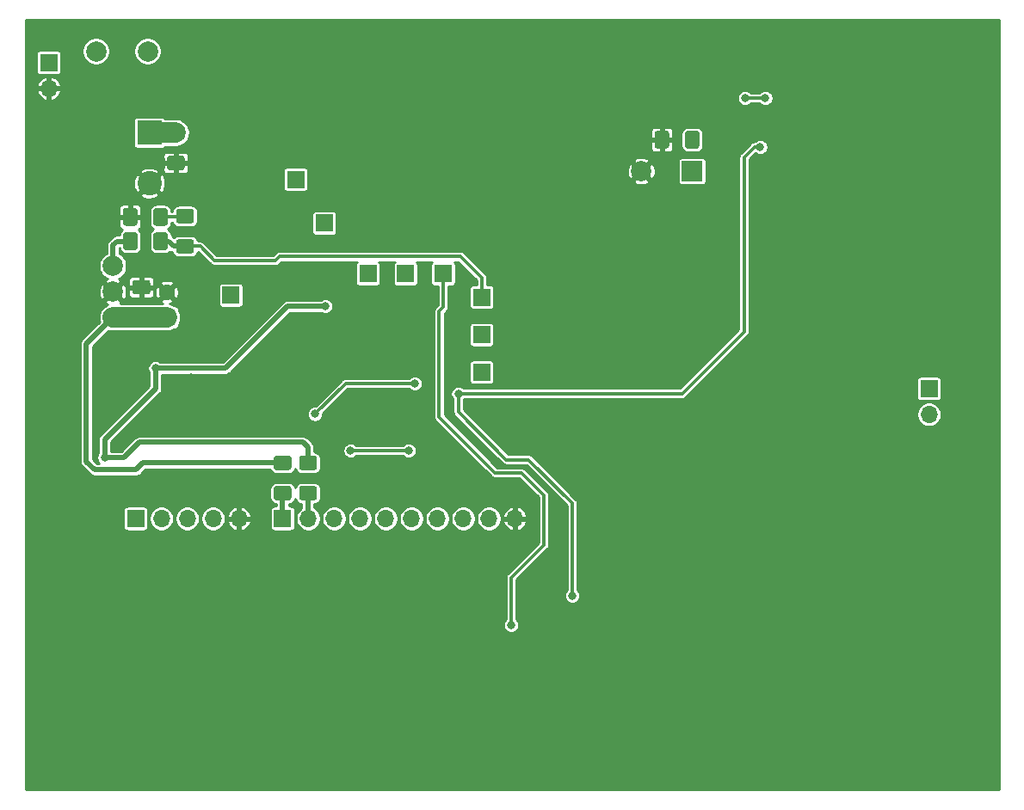
<source format=gbr>
%TF.GenerationSoftware,KiCad,Pcbnew,(5.1.6)-1*%
%TF.CreationDate,2020-05-30T13:08:14+03:00*%
%TF.ProjectId,stm32f334_1S_charger,73746d33-3266-4333-9334-5f31535f6368,rev?*%
%TF.SameCoordinates,Original*%
%TF.FileFunction,Copper,L2,Bot*%
%TF.FilePolarity,Positive*%
%FSLAX46Y46*%
G04 Gerber Fmt 4.6, Leading zero omitted, Abs format (unit mm)*
G04 Created by KiCad (PCBNEW (5.1.6)-1) date 2020-05-30 13:08:14*
%MOMM*%
%LPD*%
G01*
G04 APERTURE LIST*
%TA.AperFunction,ComponentPad*%
%ADD10R,1.600000X1.600000*%
%TD*%
%TA.AperFunction,ComponentPad*%
%ADD11C,1.600000*%
%TD*%
%TA.AperFunction,ComponentPad*%
%ADD12R,2.400000X2.400000*%
%TD*%
%TA.AperFunction,ComponentPad*%
%ADD13C,2.400000*%
%TD*%
%TA.AperFunction,ComponentPad*%
%ADD14R,2.000000X2.000000*%
%TD*%
%TA.AperFunction,ComponentPad*%
%ADD15C,2.000000*%
%TD*%
%TA.AperFunction,ComponentPad*%
%ADD16R,1.700000X1.700000*%
%TD*%
%TA.AperFunction,ComponentPad*%
%ADD17O,1.700000X1.700000*%
%TD*%
%TA.AperFunction,ViaPad*%
%ADD18C,0.800000*%
%TD*%
%TA.AperFunction,Conductor*%
%ADD19C,0.300000*%
%TD*%
%TA.AperFunction,Conductor*%
%ADD20C,0.500000*%
%TD*%
%TA.AperFunction,Conductor*%
%ADD21C,2.000000*%
%TD*%
%TA.AperFunction,Conductor*%
%ADD22C,0.254000*%
%TD*%
G04 APERTURE END LIST*
%TO.P,C1,1*%
%TO.N,GND*%
%TA.AperFunction,SMDPad,CuDef*%
G36*
G01*
X23075000Y-37912500D02*
X24325000Y-37912500D01*
G75*
G02*
X24575000Y-38162500I0J-250000D01*
G01*
X24575000Y-39087500D01*
G75*
G02*
X24325000Y-39337500I-250000J0D01*
G01*
X23075000Y-39337500D01*
G75*
G02*
X22825000Y-39087500I0J250000D01*
G01*
X22825000Y-38162500D01*
G75*
G02*
X23075000Y-37912500I250000J0D01*
G01*
G37*
%TD.AperFunction*%
%TO.P,C1,2*%
%TO.N,+5V*%
%TA.AperFunction,SMDPad,CuDef*%
G36*
G01*
X23075000Y-40887500D02*
X24325000Y-40887500D01*
G75*
G02*
X24575000Y-41137500I0J-250000D01*
G01*
X24575000Y-42062500D01*
G75*
G02*
X24325000Y-42312500I-250000J0D01*
G01*
X23075000Y-42312500D01*
G75*
G02*
X22825000Y-42062500I0J250000D01*
G01*
X22825000Y-41137500D01*
G75*
G02*
X23075000Y-40887500I250000J0D01*
G01*
G37*
%TD.AperFunction*%
%TD*%
D10*
%TO.P,C3,1*%
%TO.N,+5V*%
X26200000Y-41600000D03*
D11*
%TO.P,C3,2*%
%TO.N,GND*%
X26200000Y-39100000D03*
%TD*%
D12*
%TO.P,C4,1*%
%TO.N,+12V*%
X24500000Y-23400000D03*
D13*
%TO.P,C4,2*%
%TO.N,GND*%
X24500000Y-28400000D03*
%TD*%
%TO.P,C5,1*%
%TO.N,GND*%
%TA.AperFunction,SMDPad,CuDef*%
G36*
G01*
X27725000Y-27100000D02*
X26475000Y-27100000D01*
G75*
G02*
X26225000Y-26850000I0J250000D01*
G01*
X26225000Y-25925000D01*
G75*
G02*
X26475000Y-25675000I250000J0D01*
G01*
X27725000Y-25675000D01*
G75*
G02*
X27975000Y-25925000I0J-250000D01*
G01*
X27975000Y-26850000D01*
G75*
G02*
X27725000Y-27100000I-250000J0D01*
G01*
G37*
%TD.AperFunction*%
%TO.P,C5,2*%
%TO.N,+12V*%
%TA.AperFunction,SMDPad,CuDef*%
G36*
G01*
X27725000Y-24125000D02*
X26475000Y-24125000D01*
G75*
G02*
X26225000Y-23875000I0J250000D01*
G01*
X26225000Y-22950000D01*
G75*
G02*
X26475000Y-22700000I250000J0D01*
G01*
X27725000Y-22700000D01*
G75*
G02*
X27975000Y-22950000I0J-250000D01*
G01*
X27975000Y-23875000D01*
G75*
G02*
X27725000Y-24125000I-250000J0D01*
G01*
G37*
%TD.AperFunction*%
%TD*%
D14*
%TO.P,C16,1*%
%TO.N,Net-(C16-Pad1)*%
X77900000Y-27200000D03*
D15*
%TO.P,C16,2*%
%TO.N,GND*%
X72900000Y-27200000D03*
%TD*%
%TO.P,C17,1*%
%TO.N,Net-(C16-Pad1)*%
%TA.AperFunction,SMDPad,CuDef*%
G36*
G01*
X78612500Y-23475000D02*
X78612500Y-24725000D01*
G75*
G02*
X78362500Y-24975000I-250000J0D01*
G01*
X77437500Y-24975000D01*
G75*
G02*
X77187500Y-24725000I0J250000D01*
G01*
X77187500Y-23475000D01*
G75*
G02*
X77437500Y-23225000I250000J0D01*
G01*
X78362500Y-23225000D01*
G75*
G02*
X78612500Y-23475000I0J-250000D01*
G01*
G37*
%TD.AperFunction*%
%TO.P,C17,2*%
%TO.N,GND*%
%TA.AperFunction,SMDPad,CuDef*%
G36*
G01*
X75637500Y-23475000D02*
X75637500Y-24725000D01*
G75*
G02*
X75387500Y-24975000I-250000J0D01*
G01*
X74462500Y-24975000D01*
G75*
G02*
X74212500Y-24725000I0J250000D01*
G01*
X74212500Y-23475000D01*
G75*
G02*
X74462500Y-23225000I250000J0D01*
G01*
X75387500Y-23225000D01*
G75*
G02*
X75637500Y-23475000I0J-250000D01*
G01*
G37*
%TD.AperFunction*%
%TD*%
%TO.P,F1,2*%
%TO.N,+12V*%
X24340000Y-15400000D03*
%TO.P,F1,1*%
%TO.N,Net-(F1-Pad1)*%
X19260000Y-15400000D03*
%TD*%
D16*
%TO.P,J2,1*%
%TO.N,/NRST*%
X23140000Y-61400000D03*
D17*
%TO.P,J2,2*%
%TO.N,JTAG_SWDIO*%
X25680000Y-61400000D03*
%TO.P,J2,3*%
%TO.N,JTAG_SWCLK*%
X28220000Y-61400000D03*
%TO.P,J2,4*%
%TO.N,Net-(J2-Pad4)*%
X30760000Y-61400000D03*
%TO.P,J2,5*%
%TO.N,GND*%
X33300000Y-61400000D03*
%TD*%
D16*
%TO.P,J3,1*%
%TO.N,Net-(J3-Pad1)*%
X37600000Y-61400000D03*
D17*
%TO.P,J3,2*%
%TO.N,Net-(J3-Pad2)*%
X40140000Y-61400000D03*
%TO.P,J3,3*%
%TO.N,Net-(J3-Pad3)*%
X42680000Y-61400000D03*
%TO.P,J3,4*%
%TO.N,/PA15*%
X45220000Y-61400000D03*
%TO.P,J3,5*%
%TO.N,/PB3*%
X47760000Y-61400000D03*
%TO.P,J3,6*%
%TO.N,/PB4*%
X50300000Y-61400000D03*
%TO.P,J3,7*%
%TO.N,/PB5*%
X52840000Y-61400000D03*
%TO.P,J3,8*%
%TO.N,/PB6*%
X55380000Y-61400000D03*
%TO.P,J3,9*%
%TO.N,/PB7*%
X57920000Y-61400000D03*
%TO.P,J3,10*%
%TO.N,GND*%
X60460000Y-61400000D03*
%TD*%
%TO.P,R3,2*%
%TO.N,ADC1_IN3*%
%TA.AperFunction,SMDPad,CuDef*%
G36*
G01*
X24887500Y-34725000D02*
X24887500Y-33475000D01*
G75*
G02*
X25137500Y-33225000I250000J0D01*
G01*
X26062500Y-33225000D01*
G75*
G02*
X26312500Y-33475000I0J-250000D01*
G01*
X26312500Y-34725000D01*
G75*
G02*
X26062500Y-34975000I-250000J0D01*
G01*
X25137500Y-34975000D01*
G75*
G02*
X24887500Y-34725000I0J250000D01*
G01*
G37*
%TD.AperFunction*%
%TO.P,R3,1*%
%TO.N,+12V*%
%TA.AperFunction,SMDPad,CuDef*%
G36*
G01*
X21912500Y-34725000D02*
X21912500Y-33475000D01*
G75*
G02*
X22162500Y-33225000I250000J0D01*
G01*
X23087500Y-33225000D01*
G75*
G02*
X23337500Y-33475000I0J-250000D01*
G01*
X23337500Y-34725000D01*
G75*
G02*
X23087500Y-34975000I-250000J0D01*
G01*
X22162500Y-34975000D01*
G75*
G02*
X21912500Y-34725000I0J250000D01*
G01*
G37*
%TD.AperFunction*%
%TD*%
%TO.P,R4,1*%
%TO.N,ADC1_IN3*%
%TA.AperFunction,SMDPad,CuDef*%
G36*
G01*
X28625000Y-35312500D02*
X27375000Y-35312500D01*
G75*
G02*
X27125000Y-35062500I0J250000D01*
G01*
X27125000Y-34137500D01*
G75*
G02*
X27375000Y-33887500I250000J0D01*
G01*
X28625000Y-33887500D01*
G75*
G02*
X28875000Y-34137500I0J-250000D01*
G01*
X28875000Y-35062500D01*
G75*
G02*
X28625000Y-35312500I-250000J0D01*
G01*
G37*
%TD.AperFunction*%
%TO.P,R4,2*%
%TO.N,Net-(R4-Pad2)*%
%TA.AperFunction,SMDPad,CuDef*%
G36*
G01*
X28625000Y-32337500D02*
X27375000Y-32337500D01*
G75*
G02*
X27125000Y-32087500I0J250000D01*
G01*
X27125000Y-31162500D01*
G75*
G02*
X27375000Y-30912500I250000J0D01*
G01*
X28625000Y-30912500D01*
G75*
G02*
X28875000Y-31162500I0J-250000D01*
G01*
X28875000Y-32087500D01*
G75*
G02*
X28625000Y-32337500I-250000J0D01*
G01*
G37*
%TD.AperFunction*%
%TD*%
%TO.P,R5,2*%
%TO.N,GND*%
%TA.AperFunction,SMDPad,CuDef*%
G36*
G01*
X23325000Y-31075000D02*
X23325000Y-32325000D01*
G75*
G02*
X23075000Y-32575000I-250000J0D01*
G01*
X22150000Y-32575000D01*
G75*
G02*
X21900000Y-32325000I0J250000D01*
G01*
X21900000Y-31075000D01*
G75*
G02*
X22150000Y-30825000I250000J0D01*
G01*
X23075000Y-30825000D01*
G75*
G02*
X23325000Y-31075000I0J-250000D01*
G01*
G37*
%TD.AperFunction*%
%TO.P,R5,1*%
%TO.N,Net-(R4-Pad2)*%
%TA.AperFunction,SMDPad,CuDef*%
G36*
G01*
X26300000Y-31075000D02*
X26300000Y-32325000D01*
G75*
G02*
X26050000Y-32575000I-250000J0D01*
G01*
X25125000Y-32575000D01*
G75*
G02*
X24875000Y-32325000I0J250000D01*
G01*
X24875000Y-31075000D01*
G75*
G02*
X25125000Y-30825000I250000J0D01*
G01*
X26050000Y-30825000D01*
G75*
G02*
X26300000Y-31075000I0J-250000D01*
G01*
G37*
%TD.AperFunction*%
%TD*%
%TO.P,R6,1*%
%TO.N,Net-(J3-Pad1)*%
%TA.AperFunction,SMDPad,CuDef*%
G36*
G01*
X38225000Y-59612500D02*
X36975000Y-59612500D01*
G75*
G02*
X36725000Y-59362500I0J250000D01*
G01*
X36725000Y-58437500D01*
G75*
G02*
X36975000Y-58187500I250000J0D01*
G01*
X38225000Y-58187500D01*
G75*
G02*
X38475000Y-58437500I0J-250000D01*
G01*
X38475000Y-59362500D01*
G75*
G02*
X38225000Y-59612500I-250000J0D01*
G01*
G37*
%TD.AperFunction*%
%TO.P,R6,2*%
%TO.N,+5V*%
%TA.AperFunction,SMDPad,CuDef*%
G36*
G01*
X38225000Y-56637500D02*
X36975000Y-56637500D01*
G75*
G02*
X36725000Y-56387500I0J250000D01*
G01*
X36725000Y-55462500D01*
G75*
G02*
X36975000Y-55212500I250000J0D01*
G01*
X38225000Y-55212500D01*
G75*
G02*
X38475000Y-55462500I0J-250000D01*
G01*
X38475000Y-56387500D01*
G75*
G02*
X38225000Y-56637500I-250000J0D01*
G01*
G37*
%TD.AperFunction*%
%TD*%
%TO.P,R7,2*%
%TO.N,+3V3*%
%TA.AperFunction,SMDPad,CuDef*%
G36*
G01*
X40725000Y-56637500D02*
X39475000Y-56637500D01*
G75*
G02*
X39225000Y-56387500I0J250000D01*
G01*
X39225000Y-55462500D01*
G75*
G02*
X39475000Y-55212500I250000J0D01*
G01*
X40725000Y-55212500D01*
G75*
G02*
X40975000Y-55462500I0J-250000D01*
G01*
X40975000Y-56387500D01*
G75*
G02*
X40725000Y-56637500I-250000J0D01*
G01*
G37*
%TD.AperFunction*%
%TO.P,R7,1*%
%TO.N,Net-(J3-Pad2)*%
%TA.AperFunction,SMDPad,CuDef*%
G36*
G01*
X40725000Y-59612500D02*
X39475000Y-59612500D01*
G75*
G02*
X39225000Y-59362500I0J250000D01*
G01*
X39225000Y-58437500D01*
G75*
G02*
X39475000Y-58187500I250000J0D01*
G01*
X40725000Y-58187500D01*
G75*
G02*
X40975000Y-58437500I0J-250000D01*
G01*
X40975000Y-59362500D01*
G75*
G02*
X40725000Y-59612500I-250000J0D01*
G01*
G37*
%TD.AperFunction*%
%TD*%
D15*
%TO.P,U1,3*%
%TO.N,+5V*%
X20900000Y-41600000D03*
%TO.P,U1,2*%
%TO.N,GND*%
X20900000Y-39060000D03*
%TO.P,U1,1*%
%TO.N,+12V*%
X20900000Y-36520000D03*
%TD*%
D16*
%TO.P,J1,1*%
%TO.N,Net-(F1-Pad1)*%
X14600000Y-16500000D03*
D17*
%TO.P,J1,2*%
%TO.N,GND*%
X14600000Y-19040000D03*
%TD*%
D16*
%TO.P,J5,1*%
%TO.N,ADC1_IN1*%
X57200000Y-47000000D03*
%TD*%
%TO.P,J6,1*%
%TO.N,ADC1_IN2*%
X57200000Y-43300000D03*
%TD*%
%TO.P,J7,1*%
%TO.N,ADC1_IN3*%
X57200000Y-39600000D03*
%TD*%
%TO.P,J8,1*%
%TO.N,ADC1_IN4*%
X53400000Y-37300000D03*
%TD*%
%TO.P,J9,1*%
%TO.N,DAC1_OUT*%
X49700000Y-37300000D03*
%TD*%
%TO.P,J10,1*%
%TO.N,COMP2_INP*%
X46000000Y-37300000D03*
%TD*%
%TO.P,J11,1*%
%TO.N,HTRIM_CHA1*%
X32500000Y-39400000D03*
%TD*%
D17*
%TO.P,J14,2*%
%TO.N,Net-(J14-Pad2)*%
X101200000Y-51140000D03*
D16*
%TO.P,J14,1*%
%TO.N,Net-(D4-Pad1)*%
X101200000Y-48600000D03*
%TD*%
%TO.P,J12,1*%
%TO.N,Net-(J12-Pad1)*%
X41700000Y-32300000D03*
%TD*%
%TO.P,J13,1*%
%TO.N,Net-(J13-Pad1)*%
X38900000Y-28000000D03*
%TD*%
D18*
%TO.N,GND*%
X61700000Y-39600000D03*
X66900000Y-43300000D03*
X53500000Y-54700000D03*
X56500000Y-50500000D03*
X61600000Y-47000000D03*
X60100000Y-51900000D03*
X19200000Y-70900000D03*
X20300000Y-70900000D03*
X21400000Y-70900000D03*
X22400000Y-70900000D03*
X23400000Y-70900000D03*
X32900000Y-26500000D03*
X31300000Y-28000000D03*
X31300000Y-26600000D03*
X20550000Y-47600000D03*
X22700000Y-47500000D03*
X28600000Y-49600000D03*
X28600000Y-48500000D03*
X28600000Y-47500000D03*
X83300000Y-24400000D03*
X59500000Y-27100000D03*
X62800000Y-24800000D03*
X56200000Y-24900000D03*
X51500000Y-31300000D03*
X45200000Y-41900000D03*
X51900000Y-51900000D03*
%TO.N,+3V3*%
X41800000Y-40500000D03*
X54900000Y-49100000D03*
X66100000Y-69000000D03*
X25100000Y-46600000D03*
X20100000Y-55400000D03*
X84600000Y-24800000D03*
%TO.N,ADC1_IN4*%
X60100000Y-71900000D03*
%TO.N,Net-(C16-Pad1)*%
X77900000Y-24100000D03*
X85100000Y-20000000D03*
X83100000Y-20000000D03*
%TO.N,/NRST*%
X50600000Y-48100000D03*
X40800000Y-51100000D03*
%TO.N,Net-(J2-Pad4)*%
X50000000Y-54700000D03*
X50000000Y-54700000D03*
X44300000Y-54700000D03*
%TD*%
D19*
%TO.N,GND*%
X19200000Y-70900000D02*
X20300000Y-70900000D01*
X21400000Y-70900000D02*
X22400000Y-70900000D01*
D20*
X28600000Y-49600000D02*
X28600000Y-48500000D01*
D21*
%TO.N,+5V*%
X20900000Y-41600000D02*
X26200000Y-41600000D01*
D20*
X37600000Y-55925000D02*
X23875000Y-55925000D01*
X23875000Y-55925000D02*
X23200000Y-56600000D01*
X23200000Y-56600000D02*
X19100000Y-56600000D01*
X19100000Y-56600000D02*
X18300000Y-55800000D01*
X18300000Y-44200000D02*
X20900000Y-41600000D01*
X18300000Y-55800000D02*
X18300000Y-44200000D01*
D19*
%TO.N,ADC1_IN3*%
X57200000Y-39600000D02*
X57200000Y-37700000D01*
X57200000Y-37700000D02*
X55100000Y-35600000D01*
X55100000Y-35600000D02*
X37300000Y-35600000D01*
X37300000Y-35600000D02*
X36900000Y-36000000D01*
X36900000Y-36000000D02*
X30900000Y-36000000D01*
X29500000Y-34600000D02*
X28000000Y-34600000D01*
X30900000Y-36000000D02*
X29500000Y-34600000D01*
D20*
X25600000Y-34100000D02*
X26400000Y-34100000D01*
X26900000Y-34600000D02*
X28000000Y-34600000D01*
X26400000Y-34100000D02*
X26900000Y-34600000D01*
D21*
%TO.N,+12V*%
X24412500Y-23412500D02*
X24400000Y-23400000D01*
X27100000Y-23412500D02*
X24412500Y-23412500D01*
D20*
X20900000Y-36520000D02*
X20900000Y-34500000D01*
X21300000Y-34100000D02*
X22625000Y-34100000D01*
X20900000Y-34500000D02*
X21300000Y-34100000D01*
%TO.N,+3V3*%
X41800000Y-40500000D02*
X38100000Y-40500000D01*
X38100000Y-40500000D02*
X32000000Y-46600000D01*
D19*
X54900000Y-49100000D02*
X76900000Y-49100000D01*
X83012500Y-42987500D02*
X83012500Y-25800000D01*
X76900000Y-49100000D02*
X83012500Y-42987500D01*
X54900000Y-50900000D02*
X54900000Y-49100000D01*
X61800000Y-55600000D02*
X59600000Y-55600000D01*
X59600000Y-55600000D02*
X54900000Y-50900000D01*
X66100000Y-59900000D02*
X61800000Y-55600000D01*
X66100000Y-69000000D02*
X66100000Y-59900000D01*
D20*
X25100000Y-46600000D02*
X32000000Y-46600000D01*
X20100000Y-53600000D02*
X25100000Y-48600000D01*
X25100000Y-46600000D02*
X25100000Y-48600000D01*
X20100000Y-55400000D02*
X20100000Y-53600000D01*
D19*
X84012500Y-24800000D02*
X83012500Y-25800000D01*
X84600000Y-24800000D02*
X84012500Y-24800000D01*
D20*
X40100000Y-55925000D02*
X40100000Y-54400000D01*
X40100000Y-54400000D02*
X39600000Y-53900000D01*
X39600000Y-53900000D02*
X23500000Y-53900000D01*
X22000000Y-55400000D02*
X20100000Y-55400000D01*
X23500000Y-53900000D02*
X22000000Y-55400000D01*
D19*
%TO.N,ADC1_IN4*%
X53000000Y-41000000D02*
X53400000Y-40600000D01*
X53000000Y-51400000D02*
X53000000Y-41000000D01*
X58500000Y-56900000D02*
X53000000Y-51400000D01*
X53400000Y-40600000D02*
X53400000Y-37300000D01*
X61100000Y-56900000D02*
X58500000Y-56900000D01*
X60100000Y-71900000D02*
X60100000Y-67200000D01*
X60100000Y-67200000D02*
X63300000Y-64000000D01*
X63300000Y-64000000D02*
X63300000Y-59100000D01*
X63300000Y-59100000D02*
X61100000Y-56900000D01*
%TO.N,Net-(C16-Pad1)*%
X85100000Y-20000000D02*
X83300000Y-20000000D01*
X83300000Y-20000000D02*
X83100000Y-20000000D01*
%TO.N,/NRST*%
X50600000Y-48100000D02*
X43800000Y-48100000D01*
X43800000Y-48100000D02*
X40800000Y-51100000D01*
%TO.N,Net-(J2-Pad4)*%
X50000000Y-54700000D02*
X44300000Y-54700000D01*
D20*
%TO.N,Net-(J3-Pad1)*%
X37600000Y-58900000D02*
X37600000Y-61400000D01*
%TO.N,Net-(J3-Pad2)*%
X40100000Y-61360000D02*
X40140000Y-61400000D01*
X40100000Y-58900000D02*
X40100000Y-61360000D01*
D19*
%TO.N,Net-(R4-Pad2)*%
X27925000Y-31700000D02*
X28000000Y-31625000D01*
X25587500Y-31700000D02*
X27925000Y-31700000D01*
%TD*%
D22*
%TO.N,GND*%
G36*
X108073000Y-88073000D02*
G01*
X12327000Y-88073000D01*
X12327000Y-60550000D01*
X21907157Y-60550000D01*
X21907157Y-62250000D01*
X21914513Y-62324689D01*
X21936299Y-62396508D01*
X21971678Y-62462696D01*
X22019289Y-62520711D01*
X22077304Y-62568322D01*
X22143492Y-62603701D01*
X22215311Y-62625487D01*
X22290000Y-62632843D01*
X23990000Y-62632843D01*
X24064689Y-62625487D01*
X24136508Y-62603701D01*
X24202696Y-62568322D01*
X24260711Y-62520711D01*
X24308322Y-62462696D01*
X24343701Y-62396508D01*
X24365487Y-62324689D01*
X24372843Y-62250000D01*
X24372843Y-61278757D01*
X24449000Y-61278757D01*
X24449000Y-61521243D01*
X24496307Y-61759069D01*
X24589102Y-61983097D01*
X24723820Y-62184717D01*
X24895283Y-62356180D01*
X25096903Y-62490898D01*
X25320931Y-62583693D01*
X25558757Y-62631000D01*
X25801243Y-62631000D01*
X26039069Y-62583693D01*
X26263097Y-62490898D01*
X26464717Y-62356180D01*
X26636180Y-62184717D01*
X26770898Y-61983097D01*
X26863693Y-61759069D01*
X26911000Y-61521243D01*
X26911000Y-61278757D01*
X26989000Y-61278757D01*
X26989000Y-61521243D01*
X27036307Y-61759069D01*
X27129102Y-61983097D01*
X27263820Y-62184717D01*
X27435283Y-62356180D01*
X27636903Y-62490898D01*
X27860931Y-62583693D01*
X28098757Y-62631000D01*
X28341243Y-62631000D01*
X28579069Y-62583693D01*
X28803097Y-62490898D01*
X29004717Y-62356180D01*
X29176180Y-62184717D01*
X29310898Y-61983097D01*
X29403693Y-61759069D01*
X29451000Y-61521243D01*
X29451000Y-61278757D01*
X29529000Y-61278757D01*
X29529000Y-61521243D01*
X29576307Y-61759069D01*
X29669102Y-61983097D01*
X29803820Y-62184717D01*
X29975283Y-62356180D01*
X30176903Y-62490898D01*
X30400931Y-62583693D01*
X30638757Y-62631000D01*
X30881243Y-62631000D01*
X31119069Y-62583693D01*
X31343097Y-62490898D01*
X31544717Y-62356180D01*
X31716180Y-62184717D01*
X31850898Y-61983097D01*
X31943693Y-61759069D01*
X31952064Y-61716981D01*
X32110505Y-61716981D01*
X32195201Y-61942949D01*
X32322353Y-62148052D01*
X32487076Y-62324408D01*
X32683039Y-62465239D01*
X32902712Y-62565134D01*
X32983020Y-62589489D01*
X33173000Y-62528627D01*
X33173000Y-61527000D01*
X33427000Y-61527000D01*
X33427000Y-62528627D01*
X33616980Y-62589489D01*
X33697288Y-62565134D01*
X33916961Y-62465239D01*
X34112924Y-62324408D01*
X34277647Y-62148052D01*
X34404799Y-61942949D01*
X34489495Y-61716981D01*
X34429187Y-61527000D01*
X33427000Y-61527000D01*
X33173000Y-61527000D01*
X32170813Y-61527000D01*
X32110505Y-61716981D01*
X31952064Y-61716981D01*
X31991000Y-61521243D01*
X31991000Y-61278757D01*
X31952065Y-61083019D01*
X32110505Y-61083019D01*
X32170813Y-61273000D01*
X33173000Y-61273000D01*
X33173000Y-60271373D01*
X33427000Y-60271373D01*
X33427000Y-61273000D01*
X34429187Y-61273000D01*
X34489495Y-61083019D01*
X34404799Y-60857051D01*
X34277647Y-60651948D01*
X34112924Y-60475592D01*
X33916961Y-60334761D01*
X33697288Y-60234866D01*
X33616980Y-60210511D01*
X33427000Y-60271373D01*
X33173000Y-60271373D01*
X32983020Y-60210511D01*
X32902712Y-60234866D01*
X32683039Y-60334761D01*
X32487076Y-60475592D01*
X32322353Y-60651948D01*
X32195201Y-60857051D01*
X32110505Y-61083019D01*
X31952065Y-61083019D01*
X31943693Y-61040931D01*
X31850898Y-60816903D01*
X31716180Y-60615283D01*
X31544717Y-60443820D01*
X31343097Y-60309102D01*
X31119069Y-60216307D01*
X30881243Y-60169000D01*
X30638757Y-60169000D01*
X30400931Y-60216307D01*
X30176903Y-60309102D01*
X29975283Y-60443820D01*
X29803820Y-60615283D01*
X29669102Y-60816903D01*
X29576307Y-61040931D01*
X29529000Y-61278757D01*
X29451000Y-61278757D01*
X29403693Y-61040931D01*
X29310898Y-60816903D01*
X29176180Y-60615283D01*
X29004717Y-60443820D01*
X28803097Y-60309102D01*
X28579069Y-60216307D01*
X28341243Y-60169000D01*
X28098757Y-60169000D01*
X27860931Y-60216307D01*
X27636903Y-60309102D01*
X27435283Y-60443820D01*
X27263820Y-60615283D01*
X27129102Y-60816903D01*
X27036307Y-61040931D01*
X26989000Y-61278757D01*
X26911000Y-61278757D01*
X26863693Y-61040931D01*
X26770898Y-60816903D01*
X26636180Y-60615283D01*
X26464717Y-60443820D01*
X26263097Y-60309102D01*
X26039069Y-60216307D01*
X25801243Y-60169000D01*
X25558757Y-60169000D01*
X25320931Y-60216307D01*
X25096903Y-60309102D01*
X24895283Y-60443820D01*
X24723820Y-60615283D01*
X24589102Y-60816903D01*
X24496307Y-61040931D01*
X24449000Y-61278757D01*
X24372843Y-61278757D01*
X24372843Y-60550000D01*
X24365487Y-60475311D01*
X24343701Y-60403492D01*
X24308322Y-60337304D01*
X24260711Y-60279289D01*
X24202696Y-60231678D01*
X24136508Y-60196299D01*
X24064689Y-60174513D01*
X23990000Y-60167157D01*
X22290000Y-60167157D01*
X22215311Y-60174513D01*
X22143492Y-60196299D01*
X22077304Y-60231678D01*
X22019289Y-60279289D01*
X21971678Y-60337304D01*
X21936299Y-60403492D01*
X21914513Y-60475311D01*
X21907157Y-60550000D01*
X12327000Y-60550000D01*
X12327000Y-58437500D01*
X36342157Y-58437500D01*
X36342157Y-59362500D01*
X36354317Y-59485962D01*
X36390329Y-59604679D01*
X36448810Y-59714089D01*
X36527512Y-59809988D01*
X36623411Y-59888690D01*
X36732821Y-59947171D01*
X36851538Y-59983183D01*
X36969000Y-59994752D01*
X36969001Y-60167157D01*
X36750000Y-60167157D01*
X36675311Y-60174513D01*
X36603492Y-60196299D01*
X36537304Y-60231678D01*
X36479289Y-60279289D01*
X36431678Y-60337304D01*
X36396299Y-60403492D01*
X36374513Y-60475311D01*
X36367157Y-60550000D01*
X36367157Y-62250000D01*
X36374513Y-62324689D01*
X36396299Y-62396508D01*
X36431678Y-62462696D01*
X36479289Y-62520711D01*
X36537304Y-62568322D01*
X36603492Y-62603701D01*
X36675311Y-62625487D01*
X36750000Y-62632843D01*
X38450000Y-62632843D01*
X38524689Y-62625487D01*
X38596508Y-62603701D01*
X38662696Y-62568322D01*
X38720711Y-62520711D01*
X38768322Y-62462696D01*
X38803701Y-62396508D01*
X38825487Y-62324689D01*
X38832843Y-62250000D01*
X38832843Y-60550000D01*
X38825487Y-60475311D01*
X38803701Y-60403492D01*
X38768322Y-60337304D01*
X38720711Y-60279289D01*
X38662696Y-60231678D01*
X38596508Y-60196299D01*
X38524689Y-60174513D01*
X38450000Y-60167157D01*
X38231000Y-60167157D01*
X38231000Y-59994752D01*
X38348462Y-59983183D01*
X38467179Y-59947171D01*
X38576589Y-59888690D01*
X38672488Y-59809988D01*
X38751190Y-59714089D01*
X38809671Y-59604679D01*
X38845683Y-59485962D01*
X38850000Y-59442131D01*
X38854317Y-59485962D01*
X38890329Y-59604679D01*
X38948810Y-59714089D01*
X39027512Y-59809988D01*
X39123411Y-59888690D01*
X39232821Y-59947171D01*
X39351538Y-59983183D01*
X39469000Y-59994752D01*
X39469001Y-60367836D01*
X39355283Y-60443820D01*
X39183820Y-60615283D01*
X39049102Y-60816903D01*
X38956307Y-61040931D01*
X38909000Y-61278757D01*
X38909000Y-61521243D01*
X38956307Y-61759069D01*
X39049102Y-61983097D01*
X39183820Y-62184717D01*
X39355283Y-62356180D01*
X39556903Y-62490898D01*
X39780931Y-62583693D01*
X40018757Y-62631000D01*
X40261243Y-62631000D01*
X40499069Y-62583693D01*
X40723097Y-62490898D01*
X40924717Y-62356180D01*
X41096180Y-62184717D01*
X41230898Y-61983097D01*
X41323693Y-61759069D01*
X41371000Y-61521243D01*
X41371000Y-61278757D01*
X41449000Y-61278757D01*
X41449000Y-61521243D01*
X41496307Y-61759069D01*
X41589102Y-61983097D01*
X41723820Y-62184717D01*
X41895283Y-62356180D01*
X42096903Y-62490898D01*
X42320931Y-62583693D01*
X42558757Y-62631000D01*
X42801243Y-62631000D01*
X43039069Y-62583693D01*
X43263097Y-62490898D01*
X43464717Y-62356180D01*
X43636180Y-62184717D01*
X43770898Y-61983097D01*
X43863693Y-61759069D01*
X43911000Y-61521243D01*
X43911000Y-61278757D01*
X43989000Y-61278757D01*
X43989000Y-61521243D01*
X44036307Y-61759069D01*
X44129102Y-61983097D01*
X44263820Y-62184717D01*
X44435283Y-62356180D01*
X44636903Y-62490898D01*
X44860931Y-62583693D01*
X45098757Y-62631000D01*
X45341243Y-62631000D01*
X45579069Y-62583693D01*
X45803097Y-62490898D01*
X46004717Y-62356180D01*
X46176180Y-62184717D01*
X46310898Y-61983097D01*
X46403693Y-61759069D01*
X46451000Y-61521243D01*
X46451000Y-61278757D01*
X46529000Y-61278757D01*
X46529000Y-61521243D01*
X46576307Y-61759069D01*
X46669102Y-61983097D01*
X46803820Y-62184717D01*
X46975283Y-62356180D01*
X47176903Y-62490898D01*
X47400931Y-62583693D01*
X47638757Y-62631000D01*
X47881243Y-62631000D01*
X48119069Y-62583693D01*
X48343097Y-62490898D01*
X48544717Y-62356180D01*
X48716180Y-62184717D01*
X48850898Y-61983097D01*
X48943693Y-61759069D01*
X48991000Y-61521243D01*
X48991000Y-61278757D01*
X49069000Y-61278757D01*
X49069000Y-61521243D01*
X49116307Y-61759069D01*
X49209102Y-61983097D01*
X49343820Y-62184717D01*
X49515283Y-62356180D01*
X49716903Y-62490898D01*
X49940931Y-62583693D01*
X50178757Y-62631000D01*
X50421243Y-62631000D01*
X50659069Y-62583693D01*
X50883097Y-62490898D01*
X51084717Y-62356180D01*
X51256180Y-62184717D01*
X51390898Y-61983097D01*
X51483693Y-61759069D01*
X51531000Y-61521243D01*
X51531000Y-61278757D01*
X51609000Y-61278757D01*
X51609000Y-61521243D01*
X51656307Y-61759069D01*
X51749102Y-61983097D01*
X51883820Y-62184717D01*
X52055283Y-62356180D01*
X52256903Y-62490898D01*
X52480931Y-62583693D01*
X52718757Y-62631000D01*
X52961243Y-62631000D01*
X53199069Y-62583693D01*
X53423097Y-62490898D01*
X53624717Y-62356180D01*
X53796180Y-62184717D01*
X53930898Y-61983097D01*
X54023693Y-61759069D01*
X54071000Y-61521243D01*
X54071000Y-61278757D01*
X54149000Y-61278757D01*
X54149000Y-61521243D01*
X54196307Y-61759069D01*
X54289102Y-61983097D01*
X54423820Y-62184717D01*
X54595283Y-62356180D01*
X54796903Y-62490898D01*
X55020931Y-62583693D01*
X55258757Y-62631000D01*
X55501243Y-62631000D01*
X55739069Y-62583693D01*
X55963097Y-62490898D01*
X56164717Y-62356180D01*
X56336180Y-62184717D01*
X56470898Y-61983097D01*
X56563693Y-61759069D01*
X56611000Y-61521243D01*
X56611000Y-61278757D01*
X56689000Y-61278757D01*
X56689000Y-61521243D01*
X56736307Y-61759069D01*
X56829102Y-61983097D01*
X56963820Y-62184717D01*
X57135283Y-62356180D01*
X57336903Y-62490898D01*
X57560931Y-62583693D01*
X57798757Y-62631000D01*
X58041243Y-62631000D01*
X58279069Y-62583693D01*
X58503097Y-62490898D01*
X58704717Y-62356180D01*
X58876180Y-62184717D01*
X59010898Y-61983097D01*
X59103693Y-61759069D01*
X59112064Y-61716981D01*
X59270505Y-61716981D01*
X59355201Y-61942949D01*
X59482353Y-62148052D01*
X59647076Y-62324408D01*
X59843039Y-62465239D01*
X60062712Y-62565134D01*
X60143020Y-62589489D01*
X60333000Y-62528627D01*
X60333000Y-61527000D01*
X60587000Y-61527000D01*
X60587000Y-62528627D01*
X60776980Y-62589489D01*
X60857288Y-62565134D01*
X61076961Y-62465239D01*
X61272924Y-62324408D01*
X61437647Y-62148052D01*
X61564799Y-61942949D01*
X61649495Y-61716981D01*
X61589187Y-61527000D01*
X60587000Y-61527000D01*
X60333000Y-61527000D01*
X59330813Y-61527000D01*
X59270505Y-61716981D01*
X59112064Y-61716981D01*
X59151000Y-61521243D01*
X59151000Y-61278757D01*
X59112065Y-61083019D01*
X59270505Y-61083019D01*
X59330813Y-61273000D01*
X60333000Y-61273000D01*
X60333000Y-60271373D01*
X60587000Y-60271373D01*
X60587000Y-61273000D01*
X61589187Y-61273000D01*
X61649495Y-61083019D01*
X61564799Y-60857051D01*
X61437647Y-60651948D01*
X61272924Y-60475592D01*
X61076961Y-60334761D01*
X60857288Y-60234866D01*
X60776980Y-60210511D01*
X60587000Y-60271373D01*
X60333000Y-60271373D01*
X60143020Y-60210511D01*
X60062712Y-60234866D01*
X59843039Y-60334761D01*
X59647076Y-60475592D01*
X59482353Y-60651948D01*
X59355201Y-60857051D01*
X59270505Y-61083019D01*
X59112065Y-61083019D01*
X59103693Y-61040931D01*
X59010898Y-60816903D01*
X58876180Y-60615283D01*
X58704717Y-60443820D01*
X58503097Y-60309102D01*
X58279069Y-60216307D01*
X58041243Y-60169000D01*
X57798757Y-60169000D01*
X57560931Y-60216307D01*
X57336903Y-60309102D01*
X57135283Y-60443820D01*
X56963820Y-60615283D01*
X56829102Y-60816903D01*
X56736307Y-61040931D01*
X56689000Y-61278757D01*
X56611000Y-61278757D01*
X56563693Y-61040931D01*
X56470898Y-60816903D01*
X56336180Y-60615283D01*
X56164717Y-60443820D01*
X55963097Y-60309102D01*
X55739069Y-60216307D01*
X55501243Y-60169000D01*
X55258757Y-60169000D01*
X55020931Y-60216307D01*
X54796903Y-60309102D01*
X54595283Y-60443820D01*
X54423820Y-60615283D01*
X54289102Y-60816903D01*
X54196307Y-61040931D01*
X54149000Y-61278757D01*
X54071000Y-61278757D01*
X54023693Y-61040931D01*
X53930898Y-60816903D01*
X53796180Y-60615283D01*
X53624717Y-60443820D01*
X53423097Y-60309102D01*
X53199069Y-60216307D01*
X52961243Y-60169000D01*
X52718757Y-60169000D01*
X52480931Y-60216307D01*
X52256903Y-60309102D01*
X52055283Y-60443820D01*
X51883820Y-60615283D01*
X51749102Y-60816903D01*
X51656307Y-61040931D01*
X51609000Y-61278757D01*
X51531000Y-61278757D01*
X51483693Y-61040931D01*
X51390898Y-60816903D01*
X51256180Y-60615283D01*
X51084717Y-60443820D01*
X50883097Y-60309102D01*
X50659069Y-60216307D01*
X50421243Y-60169000D01*
X50178757Y-60169000D01*
X49940931Y-60216307D01*
X49716903Y-60309102D01*
X49515283Y-60443820D01*
X49343820Y-60615283D01*
X49209102Y-60816903D01*
X49116307Y-61040931D01*
X49069000Y-61278757D01*
X48991000Y-61278757D01*
X48943693Y-61040931D01*
X48850898Y-60816903D01*
X48716180Y-60615283D01*
X48544717Y-60443820D01*
X48343097Y-60309102D01*
X48119069Y-60216307D01*
X47881243Y-60169000D01*
X47638757Y-60169000D01*
X47400931Y-60216307D01*
X47176903Y-60309102D01*
X46975283Y-60443820D01*
X46803820Y-60615283D01*
X46669102Y-60816903D01*
X46576307Y-61040931D01*
X46529000Y-61278757D01*
X46451000Y-61278757D01*
X46403693Y-61040931D01*
X46310898Y-60816903D01*
X46176180Y-60615283D01*
X46004717Y-60443820D01*
X45803097Y-60309102D01*
X45579069Y-60216307D01*
X45341243Y-60169000D01*
X45098757Y-60169000D01*
X44860931Y-60216307D01*
X44636903Y-60309102D01*
X44435283Y-60443820D01*
X44263820Y-60615283D01*
X44129102Y-60816903D01*
X44036307Y-61040931D01*
X43989000Y-61278757D01*
X43911000Y-61278757D01*
X43863693Y-61040931D01*
X43770898Y-60816903D01*
X43636180Y-60615283D01*
X43464717Y-60443820D01*
X43263097Y-60309102D01*
X43039069Y-60216307D01*
X42801243Y-60169000D01*
X42558757Y-60169000D01*
X42320931Y-60216307D01*
X42096903Y-60309102D01*
X41895283Y-60443820D01*
X41723820Y-60615283D01*
X41589102Y-60816903D01*
X41496307Y-61040931D01*
X41449000Y-61278757D01*
X41371000Y-61278757D01*
X41323693Y-61040931D01*
X41230898Y-60816903D01*
X41096180Y-60615283D01*
X40924717Y-60443820D01*
X40731000Y-60314383D01*
X40731000Y-59994752D01*
X40848462Y-59983183D01*
X40967179Y-59947171D01*
X41076589Y-59888690D01*
X41172488Y-59809988D01*
X41251190Y-59714089D01*
X41309671Y-59604679D01*
X41345683Y-59485962D01*
X41357843Y-59362500D01*
X41357843Y-58437500D01*
X41345683Y-58314038D01*
X41309671Y-58195321D01*
X41251190Y-58085911D01*
X41172488Y-57990012D01*
X41076589Y-57911310D01*
X40967179Y-57852829D01*
X40848462Y-57816817D01*
X40725000Y-57804657D01*
X39475000Y-57804657D01*
X39351538Y-57816817D01*
X39232821Y-57852829D01*
X39123411Y-57911310D01*
X39027512Y-57990012D01*
X38948810Y-58085911D01*
X38890329Y-58195321D01*
X38854317Y-58314038D01*
X38850000Y-58357869D01*
X38845683Y-58314038D01*
X38809671Y-58195321D01*
X38751190Y-58085911D01*
X38672488Y-57990012D01*
X38576589Y-57911310D01*
X38467179Y-57852829D01*
X38348462Y-57816817D01*
X38225000Y-57804657D01*
X36975000Y-57804657D01*
X36851538Y-57816817D01*
X36732821Y-57852829D01*
X36623411Y-57911310D01*
X36527512Y-57990012D01*
X36448810Y-58085911D01*
X36390329Y-58195321D01*
X36354317Y-58314038D01*
X36342157Y-58437500D01*
X12327000Y-58437500D01*
X12327000Y-44200000D01*
X17665948Y-44200000D01*
X17669001Y-44231000D01*
X17669000Y-55769010D01*
X17665948Y-55800000D01*
X17669000Y-55830990D01*
X17669000Y-55830997D01*
X17678130Y-55923697D01*
X17714211Y-56042641D01*
X17772804Y-56152260D01*
X17851657Y-56248343D01*
X17875737Y-56268105D01*
X18631899Y-57024268D01*
X18651657Y-57048343D01*
X18675732Y-57068101D01*
X18675734Y-57068103D01*
X18719704Y-57104188D01*
X18747739Y-57127196D01*
X18857358Y-57185789D01*
X18976302Y-57221870D01*
X19069002Y-57231000D01*
X19069009Y-57231000D01*
X19100000Y-57234052D01*
X19130990Y-57231000D01*
X23169010Y-57231000D01*
X23200000Y-57234052D01*
X23230990Y-57231000D01*
X23230998Y-57231000D01*
X23323698Y-57221870D01*
X23442642Y-57185789D01*
X23552261Y-57127196D01*
X23648343Y-57048343D01*
X23668105Y-57024263D01*
X24136369Y-56556000D01*
X36367979Y-56556000D01*
X36390329Y-56629679D01*
X36448810Y-56739089D01*
X36527512Y-56834988D01*
X36623411Y-56913690D01*
X36732821Y-56972171D01*
X36851538Y-57008183D01*
X36975000Y-57020343D01*
X38225000Y-57020343D01*
X38348462Y-57008183D01*
X38467179Y-56972171D01*
X38576589Y-56913690D01*
X38672488Y-56834988D01*
X38751190Y-56739089D01*
X38809671Y-56629679D01*
X38845683Y-56510962D01*
X38850000Y-56467131D01*
X38854317Y-56510962D01*
X38890329Y-56629679D01*
X38948810Y-56739089D01*
X39027512Y-56834988D01*
X39123411Y-56913690D01*
X39232821Y-56972171D01*
X39351538Y-57008183D01*
X39475000Y-57020343D01*
X40725000Y-57020343D01*
X40848462Y-57008183D01*
X40967179Y-56972171D01*
X41076589Y-56913690D01*
X41172488Y-56834988D01*
X41251190Y-56739089D01*
X41309671Y-56629679D01*
X41345683Y-56510962D01*
X41357843Y-56387500D01*
X41357843Y-55462500D01*
X41345683Y-55339038D01*
X41309671Y-55220321D01*
X41251190Y-55110911D01*
X41172488Y-55015012D01*
X41076589Y-54936310D01*
X40967179Y-54877829D01*
X40848462Y-54841817D01*
X40731000Y-54830248D01*
X40731000Y-54623078D01*
X43519000Y-54623078D01*
X43519000Y-54776922D01*
X43549013Y-54927809D01*
X43607887Y-55069942D01*
X43693358Y-55197859D01*
X43802141Y-55306642D01*
X43930058Y-55392113D01*
X44072191Y-55450987D01*
X44223078Y-55481000D01*
X44376922Y-55481000D01*
X44527809Y-55450987D01*
X44669942Y-55392113D01*
X44797859Y-55306642D01*
X44873501Y-55231000D01*
X49426499Y-55231000D01*
X49502141Y-55306642D01*
X49630058Y-55392113D01*
X49772191Y-55450987D01*
X49923078Y-55481000D01*
X50076922Y-55481000D01*
X50227809Y-55450987D01*
X50369942Y-55392113D01*
X50497859Y-55306642D01*
X50606642Y-55197859D01*
X50692113Y-55069942D01*
X50750987Y-54927809D01*
X50781000Y-54776922D01*
X50781000Y-54623078D01*
X50750987Y-54472191D01*
X50692113Y-54330058D01*
X50606642Y-54202141D01*
X50497859Y-54093358D01*
X50369942Y-54007887D01*
X50227809Y-53949013D01*
X50076922Y-53919000D01*
X49923078Y-53919000D01*
X49772191Y-53949013D01*
X49630058Y-54007887D01*
X49502141Y-54093358D01*
X49426499Y-54169000D01*
X44873501Y-54169000D01*
X44797859Y-54093358D01*
X44669942Y-54007887D01*
X44527809Y-53949013D01*
X44376922Y-53919000D01*
X44223078Y-53919000D01*
X44072191Y-53949013D01*
X43930058Y-54007887D01*
X43802141Y-54093358D01*
X43693358Y-54202141D01*
X43607887Y-54330058D01*
X43549013Y-54472191D01*
X43519000Y-54623078D01*
X40731000Y-54623078D01*
X40731000Y-54430990D01*
X40734052Y-54400000D01*
X40731000Y-54369009D01*
X40731000Y-54369002D01*
X40721870Y-54276302D01*
X40685789Y-54157358D01*
X40627196Y-54047739D01*
X40548343Y-53951657D01*
X40524268Y-53931899D01*
X40068105Y-53475737D01*
X40048343Y-53451657D01*
X39952261Y-53372804D01*
X39842642Y-53314211D01*
X39723698Y-53278130D01*
X39630998Y-53269000D01*
X39630990Y-53269000D01*
X39600000Y-53265948D01*
X39569010Y-53269000D01*
X23530987Y-53269000D01*
X23499999Y-53265948D01*
X23469011Y-53269000D01*
X23469002Y-53269000D01*
X23376302Y-53278130D01*
X23257358Y-53314211D01*
X23147739Y-53372804D01*
X23051657Y-53451657D01*
X23031899Y-53475732D01*
X21738632Y-54769000D01*
X20731000Y-54769000D01*
X20731000Y-53861368D01*
X23569290Y-51023078D01*
X40019000Y-51023078D01*
X40019000Y-51176922D01*
X40049013Y-51327809D01*
X40107887Y-51469942D01*
X40193358Y-51597859D01*
X40302141Y-51706642D01*
X40430058Y-51792113D01*
X40572191Y-51850987D01*
X40723078Y-51881000D01*
X40876922Y-51881000D01*
X41027809Y-51850987D01*
X41169942Y-51792113D01*
X41297859Y-51706642D01*
X41406642Y-51597859D01*
X41492113Y-51469942D01*
X41550987Y-51327809D01*
X41581000Y-51176922D01*
X41581000Y-51069946D01*
X44019948Y-48631000D01*
X50026499Y-48631000D01*
X50102141Y-48706642D01*
X50230058Y-48792113D01*
X50372191Y-48850987D01*
X50523078Y-48881000D01*
X50676922Y-48881000D01*
X50827809Y-48850987D01*
X50969942Y-48792113D01*
X51097859Y-48706642D01*
X51206642Y-48597859D01*
X51292113Y-48469942D01*
X51350987Y-48327809D01*
X51381000Y-48176922D01*
X51381000Y-48023078D01*
X51350987Y-47872191D01*
X51292113Y-47730058D01*
X51206642Y-47602141D01*
X51097859Y-47493358D01*
X50969942Y-47407887D01*
X50827809Y-47349013D01*
X50676922Y-47319000D01*
X50523078Y-47319000D01*
X50372191Y-47349013D01*
X50230058Y-47407887D01*
X50102141Y-47493358D01*
X50026499Y-47569000D01*
X43826074Y-47569000D01*
X43800000Y-47566432D01*
X43773926Y-47569000D01*
X43773916Y-47569000D01*
X43695906Y-47576683D01*
X43607531Y-47603492D01*
X43595812Y-47607047D01*
X43503564Y-47656354D01*
X43442970Y-47706082D01*
X43442964Y-47706088D01*
X43422710Y-47722710D01*
X43406088Y-47742964D01*
X40830054Y-50319000D01*
X40723078Y-50319000D01*
X40572191Y-50349013D01*
X40430058Y-50407887D01*
X40302141Y-50493358D01*
X40193358Y-50602141D01*
X40107887Y-50730058D01*
X40049013Y-50872191D01*
X40019000Y-51023078D01*
X23569290Y-51023078D01*
X25524268Y-49068101D01*
X25548343Y-49048343D01*
X25591377Y-48995907D01*
X25627196Y-48952261D01*
X25685789Y-48842642D01*
X25721870Y-48723698D01*
X25723550Y-48706642D01*
X25731000Y-48630998D01*
X25731000Y-48630991D01*
X25734052Y-48600000D01*
X25731000Y-48569010D01*
X25731000Y-47231000D01*
X31969010Y-47231000D01*
X32000000Y-47234052D01*
X32030990Y-47231000D01*
X32030998Y-47231000D01*
X32123698Y-47221870D01*
X32242642Y-47185789D01*
X32352261Y-47127196D01*
X32448343Y-47048343D01*
X32468105Y-47024263D01*
X38361369Y-41131000D01*
X41338595Y-41131000D01*
X41430058Y-41192113D01*
X41572191Y-41250987D01*
X41723078Y-41281000D01*
X41876922Y-41281000D01*
X42027809Y-41250987D01*
X42169942Y-41192113D01*
X42297859Y-41106642D01*
X42406642Y-40997859D01*
X42492113Y-40869942D01*
X42550987Y-40727809D01*
X42581000Y-40576922D01*
X42581000Y-40423078D01*
X42550987Y-40272191D01*
X42492113Y-40130058D01*
X42406642Y-40002141D01*
X42297859Y-39893358D01*
X42169942Y-39807887D01*
X42027809Y-39749013D01*
X41876922Y-39719000D01*
X41723078Y-39719000D01*
X41572191Y-39749013D01*
X41430058Y-39807887D01*
X41338595Y-39869000D01*
X38130990Y-39869000D01*
X38100000Y-39865948D01*
X38069009Y-39869000D01*
X38069002Y-39869000D01*
X37976302Y-39878130D01*
X37857358Y-39914211D01*
X37747739Y-39972804D01*
X37651657Y-40051657D01*
X37631899Y-40075732D01*
X31738632Y-45969000D01*
X25561405Y-45969000D01*
X25469942Y-45907887D01*
X25327809Y-45849013D01*
X25176922Y-45819000D01*
X25023078Y-45819000D01*
X24872191Y-45849013D01*
X24730058Y-45907887D01*
X24602141Y-45993358D01*
X24493358Y-46102141D01*
X24407887Y-46230058D01*
X24349013Y-46372191D01*
X24319000Y-46523078D01*
X24319000Y-46676922D01*
X24349013Y-46827809D01*
X24407887Y-46969942D01*
X24469000Y-47061405D01*
X24469001Y-48338630D01*
X19675733Y-53131899D01*
X19651658Y-53151657D01*
X19631900Y-53175732D01*
X19631897Y-53175735D01*
X19572804Y-53247740D01*
X19514211Y-53357359D01*
X19478130Y-53476303D01*
X19465948Y-53600000D01*
X19469001Y-53631000D01*
X19469000Y-54938595D01*
X19407887Y-55030058D01*
X19349013Y-55172191D01*
X19319000Y-55323078D01*
X19319000Y-55476922D01*
X19349013Y-55627809D01*
X19407887Y-55769942D01*
X19493358Y-55897859D01*
X19564499Y-55969000D01*
X19361369Y-55969000D01*
X18931000Y-55538632D01*
X18931000Y-44461368D01*
X20474028Y-42918340D01*
X20497177Y-42927929D01*
X20564042Y-42941229D01*
X20629277Y-42961018D01*
X20697118Y-42967700D01*
X20763983Y-42981000D01*
X26267843Y-42981000D01*
X26470723Y-42961018D01*
X26731043Y-42882051D01*
X26916648Y-42782843D01*
X27000000Y-42782843D01*
X27074689Y-42775487D01*
X27146508Y-42753701D01*
X27212696Y-42718322D01*
X27270711Y-42670711D01*
X27318322Y-42612696D01*
X27353701Y-42546508D01*
X27375487Y-42474689D01*
X27382843Y-42400000D01*
X27382843Y-42316648D01*
X27482051Y-42131043D01*
X27561018Y-41870723D01*
X27587682Y-41600000D01*
X27561018Y-41329277D01*
X27482051Y-41068957D01*
X27382843Y-40883352D01*
X27382843Y-40800000D01*
X27375487Y-40725311D01*
X27353701Y-40653492D01*
X27318322Y-40587304D01*
X27270711Y-40529289D01*
X27212696Y-40481678D01*
X27146508Y-40446299D01*
X27074689Y-40424513D01*
X27000000Y-40417157D01*
X26916648Y-40417157D01*
X26731043Y-40317949D01*
X26498558Y-40247426D01*
X26510012Y-40245505D01*
X26727532Y-40163014D01*
X26790782Y-40129207D01*
X26876737Y-39956342D01*
X26200000Y-39279605D01*
X25523263Y-39956342D01*
X25609218Y-40129207D01*
X25808722Y-40219000D01*
X21628635Y-40219000D01*
X21719662Y-40059267D01*
X20900000Y-39239605D01*
X20080338Y-40059267D01*
X20190510Y-40252596D01*
X20350692Y-40327712D01*
X20308834Y-40350085D01*
X20245851Y-40376174D01*
X20189166Y-40414049D01*
X20129045Y-40446185D01*
X20076350Y-40489430D01*
X20019664Y-40527307D01*
X19971455Y-40575516D01*
X19918761Y-40618761D01*
X19875516Y-40671455D01*
X19827307Y-40719664D01*
X19789430Y-40776350D01*
X19746185Y-40829045D01*
X19714049Y-40889166D01*
X19676174Y-40945851D01*
X19650085Y-41008834D01*
X19617949Y-41068957D01*
X19598160Y-41134193D01*
X19572071Y-41197177D01*
X19558771Y-41264042D01*
X19538982Y-41329277D01*
X19532300Y-41397119D01*
X19519000Y-41463983D01*
X19519000Y-41532157D01*
X19512318Y-41600000D01*
X19519000Y-41667843D01*
X19519000Y-41736017D01*
X19532300Y-41802881D01*
X19538982Y-41870723D01*
X19558771Y-41935958D01*
X19572071Y-42002823D01*
X19581660Y-42025972D01*
X17875733Y-43731899D01*
X17851658Y-43751657D01*
X17831900Y-43775732D01*
X17831897Y-43775735D01*
X17772804Y-43847740D01*
X17714211Y-43957359D01*
X17678130Y-44076303D01*
X17665948Y-44200000D01*
X12327000Y-44200000D01*
X12327000Y-39132651D01*
X19514222Y-39132651D01*
X19555023Y-39401607D01*
X19647510Y-39657435D01*
X19707404Y-39769490D01*
X19900733Y-39879662D01*
X20720395Y-39060000D01*
X21079605Y-39060000D01*
X21899267Y-39879662D01*
X22092596Y-39769490D01*
X22208095Y-39523194D01*
X22253959Y-39337500D01*
X22442157Y-39337500D01*
X22449513Y-39412189D01*
X22471299Y-39484008D01*
X22506678Y-39550196D01*
X22554289Y-39608211D01*
X22612304Y-39655822D01*
X22678492Y-39691201D01*
X22750311Y-39712987D01*
X22825000Y-39720343D01*
X23477750Y-39718500D01*
X23573000Y-39623250D01*
X23573000Y-38752000D01*
X23827000Y-38752000D01*
X23827000Y-39623250D01*
X23922250Y-39718500D01*
X24575000Y-39720343D01*
X24649689Y-39712987D01*
X24721508Y-39691201D01*
X24787696Y-39655822D01*
X24845711Y-39608211D01*
X24893322Y-39550196D01*
X24928701Y-39484008D01*
X24950487Y-39412189D01*
X24957843Y-39337500D01*
X24957254Y-39180578D01*
X25016025Y-39180578D01*
X25054495Y-39410012D01*
X25136986Y-39627532D01*
X25170793Y-39690782D01*
X25343658Y-39776737D01*
X26020395Y-39100000D01*
X26379605Y-39100000D01*
X27056342Y-39776737D01*
X27229207Y-39690782D01*
X27324687Y-39478642D01*
X27376945Y-39251952D01*
X27383975Y-39019422D01*
X27345505Y-38789988D01*
X27263014Y-38572468D01*
X27251005Y-38550000D01*
X31267157Y-38550000D01*
X31267157Y-40250000D01*
X31274513Y-40324689D01*
X31296299Y-40396508D01*
X31331678Y-40462696D01*
X31379289Y-40520711D01*
X31437304Y-40568322D01*
X31503492Y-40603701D01*
X31575311Y-40625487D01*
X31650000Y-40632843D01*
X33350000Y-40632843D01*
X33424689Y-40625487D01*
X33496508Y-40603701D01*
X33562696Y-40568322D01*
X33620711Y-40520711D01*
X33668322Y-40462696D01*
X33703701Y-40396508D01*
X33725487Y-40324689D01*
X33732843Y-40250000D01*
X33732843Y-38550000D01*
X33725487Y-38475311D01*
X33703701Y-38403492D01*
X33668322Y-38337304D01*
X33620711Y-38279289D01*
X33562696Y-38231678D01*
X33496508Y-38196299D01*
X33424689Y-38174513D01*
X33350000Y-38167157D01*
X31650000Y-38167157D01*
X31575311Y-38174513D01*
X31503492Y-38196299D01*
X31437304Y-38231678D01*
X31379289Y-38279289D01*
X31331678Y-38337304D01*
X31296299Y-38403492D01*
X31274513Y-38475311D01*
X31267157Y-38550000D01*
X27251005Y-38550000D01*
X27229207Y-38509218D01*
X27056342Y-38423263D01*
X26379605Y-39100000D01*
X26020395Y-39100000D01*
X25343658Y-38423263D01*
X25170793Y-38509218D01*
X25075313Y-38721358D01*
X25023055Y-38948048D01*
X25016025Y-39180578D01*
X24957254Y-39180578D01*
X24956000Y-38847250D01*
X24860750Y-38752000D01*
X23827000Y-38752000D01*
X23573000Y-38752000D01*
X22539250Y-38752000D01*
X22444000Y-38847250D01*
X22442157Y-39337500D01*
X22253959Y-39337500D01*
X22273324Y-39259097D01*
X22285778Y-38987349D01*
X22244977Y-38718393D01*
X22152490Y-38462565D01*
X22092596Y-38350510D01*
X21899267Y-38240338D01*
X21079605Y-39060000D01*
X20720395Y-39060000D01*
X19900733Y-38240338D01*
X19707404Y-38350510D01*
X19591905Y-38596806D01*
X19526676Y-38860903D01*
X19514222Y-39132651D01*
X12327000Y-39132651D01*
X12327000Y-36383983D01*
X19519000Y-36383983D01*
X19519000Y-36656017D01*
X19572071Y-36922823D01*
X19676174Y-37174149D01*
X19827307Y-37400336D01*
X20019664Y-37592693D01*
X20245851Y-37743826D01*
X20354377Y-37788779D01*
X20302565Y-37807510D01*
X20190510Y-37867404D01*
X20080338Y-38060733D01*
X20900000Y-38880395D01*
X21719662Y-38060733D01*
X21635189Y-37912500D01*
X22442157Y-37912500D01*
X22444000Y-38402750D01*
X22539250Y-38498000D01*
X23573000Y-38498000D01*
X23573000Y-37626750D01*
X23827000Y-37626750D01*
X23827000Y-38498000D01*
X24860750Y-38498000D01*
X24956000Y-38402750D01*
X24956598Y-38243658D01*
X25523263Y-38243658D01*
X26200000Y-38920395D01*
X26876737Y-38243658D01*
X26790782Y-38070793D01*
X26578642Y-37975313D01*
X26351952Y-37923055D01*
X26119422Y-37916025D01*
X25889988Y-37954495D01*
X25672468Y-38036986D01*
X25609218Y-38070793D01*
X25523263Y-38243658D01*
X24956598Y-38243658D01*
X24957843Y-37912500D01*
X24950487Y-37837811D01*
X24928701Y-37765992D01*
X24893322Y-37699804D01*
X24845711Y-37641789D01*
X24787696Y-37594178D01*
X24721508Y-37558799D01*
X24649689Y-37537013D01*
X24575000Y-37529657D01*
X23922250Y-37531500D01*
X23827000Y-37626750D01*
X23573000Y-37626750D01*
X23477750Y-37531500D01*
X22825000Y-37529657D01*
X22750311Y-37537013D01*
X22678492Y-37558799D01*
X22612304Y-37594178D01*
X22554289Y-37641789D01*
X22506678Y-37699804D01*
X22471299Y-37765992D01*
X22449513Y-37837811D01*
X22442157Y-37912500D01*
X21635189Y-37912500D01*
X21609490Y-37867404D01*
X21443607Y-37789614D01*
X21554149Y-37743826D01*
X21780336Y-37592693D01*
X21972693Y-37400336D01*
X22123826Y-37174149D01*
X22227929Y-36922823D01*
X22281000Y-36656017D01*
X22281000Y-36383983D01*
X22227929Y-36117177D01*
X22123826Y-35865851D01*
X21972693Y-35639664D01*
X21780336Y-35447307D01*
X21554149Y-35296174D01*
X21531000Y-35286585D01*
X21531000Y-34761368D01*
X21533038Y-34759329D01*
X21541817Y-34848462D01*
X21577829Y-34967179D01*
X21636310Y-35076589D01*
X21715012Y-35172488D01*
X21810911Y-35251190D01*
X21920321Y-35309671D01*
X22039038Y-35345683D01*
X22162500Y-35357843D01*
X23087500Y-35357843D01*
X23210962Y-35345683D01*
X23329679Y-35309671D01*
X23439089Y-35251190D01*
X23534988Y-35172488D01*
X23613690Y-35076589D01*
X23672171Y-34967179D01*
X23708183Y-34848462D01*
X23720343Y-34725000D01*
X23720343Y-33475000D01*
X23708183Y-33351538D01*
X23672171Y-33232821D01*
X23613690Y-33123411D01*
X23534988Y-33027512D01*
X23439089Y-32948810D01*
X23426826Y-32942255D01*
X23471508Y-32928701D01*
X23537696Y-32893322D01*
X23595711Y-32845711D01*
X23643322Y-32787696D01*
X23678701Y-32721508D01*
X23700487Y-32649689D01*
X23707843Y-32575000D01*
X23706000Y-31922250D01*
X23610750Y-31827000D01*
X22739500Y-31827000D01*
X22739500Y-31847000D01*
X22485500Y-31847000D01*
X22485500Y-31827000D01*
X21614250Y-31827000D01*
X21519000Y-31922250D01*
X21517157Y-32575000D01*
X21524513Y-32649689D01*
X21546299Y-32721508D01*
X21581678Y-32787696D01*
X21629289Y-32845711D01*
X21687304Y-32893322D01*
X21753492Y-32928701D01*
X21814123Y-32947093D01*
X21810911Y-32948810D01*
X21715012Y-33027512D01*
X21636310Y-33123411D01*
X21577829Y-33232821D01*
X21541817Y-33351538D01*
X21530248Y-33469000D01*
X21330987Y-33469000D01*
X21299999Y-33465948D01*
X21269011Y-33469000D01*
X21269002Y-33469000D01*
X21176302Y-33478130D01*
X21057358Y-33514211D01*
X20947739Y-33572804D01*
X20851657Y-33651657D01*
X20831890Y-33675742D01*
X20475733Y-34031899D01*
X20451658Y-34051657D01*
X20431900Y-34075732D01*
X20431897Y-34075735D01*
X20372804Y-34147740D01*
X20314211Y-34257359D01*
X20278130Y-34376303D01*
X20265948Y-34500000D01*
X20269001Y-34531000D01*
X20269001Y-35286585D01*
X20245851Y-35296174D01*
X20019664Y-35447307D01*
X19827307Y-35639664D01*
X19676174Y-35865851D01*
X19572071Y-36117177D01*
X19519000Y-36383983D01*
X12327000Y-36383983D01*
X12327000Y-30825000D01*
X21517157Y-30825000D01*
X21519000Y-31477750D01*
X21614250Y-31573000D01*
X22485500Y-31573000D01*
X22485500Y-30539250D01*
X22739500Y-30539250D01*
X22739500Y-31573000D01*
X23610750Y-31573000D01*
X23706000Y-31477750D01*
X23707137Y-31075000D01*
X24492157Y-31075000D01*
X24492157Y-32325000D01*
X24504317Y-32448462D01*
X24540329Y-32567179D01*
X24598810Y-32676589D01*
X24677512Y-32772488D01*
X24773411Y-32851190D01*
X24870978Y-32903341D01*
X24785911Y-32948810D01*
X24690012Y-33027512D01*
X24611310Y-33123411D01*
X24552829Y-33232821D01*
X24516817Y-33351538D01*
X24504657Y-33475000D01*
X24504657Y-34725000D01*
X24516817Y-34848462D01*
X24552829Y-34967179D01*
X24611310Y-35076589D01*
X24690012Y-35172488D01*
X24785911Y-35251190D01*
X24895321Y-35309671D01*
X25014038Y-35345683D01*
X25137500Y-35357843D01*
X26062500Y-35357843D01*
X26185962Y-35345683D01*
X26304679Y-35309671D01*
X26414089Y-35251190D01*
X26509988Y-35172488D01*
X26547392Y-35126911D01*
X26547739Y-35127196D01*
X26657358Y-35185789D01*
X26764085Y-35218164D01*
X26790329Y-35304679D01*
X26848810Y-35414089D01*
X26927512Y-35509988D01*
X27023411Y-35588690D01*
X27132821Y-35647171D01*
X27251538Y-35683183D01*
X27375000Y-35695343D01*
X28625000Y-35695343D01*
X28748462Y-35683183D01*
X28867179Y-35647171D01*
X28976589Y-35588690D01*
X29072488Y-35509988D01*
X29151190Y-35414089D01*
X29209671Y-35304679D01*
X29245683Y-35185962D01*
X29251096Y-35131000D01*
X29280054Y-35131000D01*
X30506083Y-36357030D01*
X30522710Y-36377290D01*
X30542970Y-36393917D01*
X30603564Y-36443646D01*
X30695812Y-36492953D01*
X30795906Y-36523317D01*
X30873916Y-36531000D01*
X30873926Y-36531000D01*
X30900000Y-36533568D01*
X30926074Y-36531000D01*
X36873926Y-36531000D01*
X36900000Y-36533568D01*
X36926074Y-36531000D01*
X36926084Y-36531000D01*
X37004094Y-36523317D01*
X37104188Y-36492953D01*
X37196435Y-36443646D01*
X37277290Y-36377290D01*
X37293921Y-36357025D01*
X37519947Y-36131000D01*
X44938572Y-36131000D01*
X44937304Y-36131678D01*
X44879289Y-36179289D01*
X44831678Y-36237304D01*
X44796299Y-36303492D01*
X44774513Y-36375311D01*
X44767157Y-36450000D01*
X44767157Y-38150000D01*
X44774513Y-38224689D01*
X44796299Y-38296508D01*
X44831678Y-38362696D01*
X44879289Y-38420711D01*
X44937304Y-38468322D01*
X45003492Y-38503701D01*
X45075311Y-38525487D01*
X45150000Y-38532843D01*
X46850000Y-38532843D01*
X46924689Y-38525487D01*
X46996508Y-38503701D01*
X47062696Y-38468322D01*
X47120711Y-38420711D01*
X47168322Y-38362696D01*
X47203701Y-38296508D01*
X47225487Y-38224689D01*
X47232843Y-38150000D01*
X47232843Y-36450000D01*
X47225487Y-36375311D01*
X47203701Y-36303492D01*
X47168322Y-36237304D01*
X47120711Y-36179289D01*
X47062696Y-36131678D01*
X47061428Y-36131000D01*
X48638572Y-36131000D01*
X48637304Y-36131678D01*
X48579289Y-36179289D01*
X48531678Y-36237304D01*
X48496299Y-36303492D01*
X48474513Y-36375311D01*
X48467157Y-36450000D01*
X48467157Y-38150000D01*
X48474513Y-38224689D01*
X48496299Y-38296508D01*
X48531678Y-38362696D01*
X48579289Y-38420711D01*
X48637304Y-38468322D01*
X48703492Y-38503701D01*
X48775311Y-38525487D01*
X48850000Y-38532843D01*
X50550000Y-38532843D01*
X50624689Y-38525487D01*
X50696508Y-38503701D01*
X50762696Y-38468322D01*
X50820711Y-38420711D01*
X50868322Y-38362696D01*
X50903701Y-38296508D01*
X50925487Y-38224689D01*
X50932843Y-38150000D01*
X50932843Y-36450000D01*
X50925487Y-36375311D01*
X50903701Y-36303492D01*
X50868322Y-36237304D01*
X50820711Y-36179289D01*
X50762696Y-36131678D01*
X50761428Y-36131000D01*
X52338572Y-36131000D01*
X52337304Y-36131678D01*
X52279289Y-36179289D01*
X52231678Y-36237304D01*
X52196299Y-36303492D01*
X52174513Y-36375311D01*
X52167157Y-36450000D01*
X52167157Y-38150000D01*
X52174513Y-38224689D01*
X52196299Y-38296508D01*
X52231678Y-38362696D01*
X52279289Y-38420711D01*
X52337304Y-38468322D01*
X52403492Y-38503701D01*
X52475311Y-38525487D01*
X52550000Y-38532843D01*
X52869001Y-38532843D01*
X52869000Y-40380053D01*
X52642970Y-40606084D01*
X52622711Y-40622710D01*
X52606084Y-40642970D01*
X52606083Y-40642971D01*
X52556354Y-40703565D01*
X52507047Y-40795813D01*
X52495814Y-40832843D01*
X52476862Y-40895321D01*
X52476684Y-40895907D01*
X52466432Y-41000000D01*
X52469001Y-41026084D01*
X52469000Y-51373926D01*
X52466432Y-51400000D01*
X52469000Y-51426074D01*
X52469000Y-51426083D01*
X52476683Y-51504093D01*
X52507047Y-51604187D01*
X52556354Y-51696435D01*
X52622710Y-51777290D01*
X52642975Y-51793921D01*
X58106088Y-57257036D01*
X58122710Y-57277290D01*
X58142964Y-57293912D01*
X58142970Y-57293918D01*
X58203564Y-57343646D01*
X58295812Y-57392953D01*
X58395906Y-57423317D01*
X58473916Y-57431000D01*
X58473926Y-57431000D01*
X58500000Y-57433568D01*
X58526074Y-57431000D01*
X60880054Y-57431000D01*
X62769001Y-59319948D01*
X62769000Y-63780053D01*
X59742971Y-66806083D01*
X59722711Y-66822710D01*
X59706084Y-66842970D01*
X59706083Y-66842971D01*
X59656354Y-66903565D01*
X59607047Y-66995813D01*
X59576684Y-67095907D01*
X59566432Y-67200000D01*
X59569001Y-67226084D01*
X59569000Y-71326499D01*
X59493358Y-71402141D01*
X59407887Y-71530058D01*
X59349013Y-71672191D01*
X59319000Y-71823078D01*
X59319000Y-71976922D01*
X59349013Y-72127809D01*
X59407887Y-72269942D01*
X59493358Y-72397859D01*
X59602141Y-72506642D01*
X59730058Y-72592113D01*
X59872191Y-72650987D01*
X60023078Y-72681000D01*
X60176922Y-72681000D01*
X60327809Y-72650987D01*
X60469942Y-72592113D01*
X60597859Y-72506642D01*
X60706642Y-72397859D01*
X60792113Y-72269942D01*
X60850987Y-72127809D01*
X60881000Y-71976922D01*
X60881000Y-71823078D01*
X60850987Y-71672191D01*
X60792113Y-71530058D01*
X60706642Y-71402141D01*
X60631000Y-71326499D01*
X60631000Y-67419946D01*
X63657030Y-64393917D01*
X63677290Y-64377290D01*
X63693917Y-64357030D01*
X63743646Y-64296436D01*
X63760821Y-64264304D01*
X63792953Y-64204188D01*
X63823317Y-64104094D01*
X63831000Y-64026084D01*
X63831000Y-64026075D01*
X63833568Y-64000001D01*
X63831000Y-63973927D01*
X63831000Y-59126074D01*
X63833568Y-59100000D01*
X63831000Y-59073926D01*
X63831000Y-59073916D01*
X63823317Y-58995906D01*
X63792953Y-58895812D01*
X63778623Y-58869002D01*
X63743646Y-58803564D01*
X63693917Y-58742970D01*
X63677290Y-58722710D01*
X63657030Y-58706083D01*
X61493921Y-56542975D01*
X61477290Y-56522710D01*
X61396435Y-56456354D01*
X61304188Y-56407047D01*
X61204094Y-56376683D01*
X61126084Y-56369000D01*
X61126074Y-56369000D01*
X61100000Y-56366432D01*
X61073926Y-56369000D01*
X58719948Y-56369000D01*
X53531000Y-51180054D01*
X53531000Y-49023078D01*
X54119000Y-49023078D01*
X54119000Y-49176922D01*
X54149013Y-49327809D01*
X54207887Y-49469942D01*
X54293358Y-49597859D01*
X54369001Y-49673502D01*
X54369000Y-50873926D01*
X54366432Y-50900000D01*
X54369000Y-50926074D01*
X54369000Y-50926083D01*
X54376683Y-51004093D01*
X54407047Y-51104187D01*
X54456354Y-51196435D01*
X54522710Y-51277290D01*
X54542975Y-51293921D01*
X59206088Y-55957036D01*
X59222710Y-55977290D01*
X59242964Y-55993912D01*
X59242970Y-55993918D01*
X59303564Y-56043646D01*
X59394240Y-56092113D01*
X59395812Y-56092953D01*
X59495906Y-56123317D01*
X59573916Y-56131000D01*
X59573926Y-56131000D01*
X59600000Y-56133568D01*
X59626074Y-56131000D01*
X61580054Y-56131000D01*
X65569001Y-60119948D01*
X65569000Y-68426499D01*
X65493358Y-68502141D01*
X65407887Y-68630058D01*
X65349013Y-68772191D01*
X65319000Y-68923078D01*
X65319000Y-69076922D01*
X65349013Y-69227809D01*
X65407887Y-69369942D01*
X65493358Y-69497859D01*
X65602141Y-69606642D01*
X65730058Y-69692113D01*
X65872191Y-69750987D01*
X66023078Y-69781000D01*
X66176922Y-69781000D01*
X66327809Y-69750987D01*
X66469942Y-69692113D01*
X66597859Y-69606642D01*
X66706642Y-69497859D01*
X66792113Y-69369942D01*
X66850987Y-69227809D01*
X66881000Y-69076922D01*
X66881000Y-68923078D01*
X66850987Y-68772191D01*
X66792113Y-68630058D01*
X66706642Y-68502141D01*
X66631000Y-68426499D01*
X66631000Y-59926073D01*
X66633568Y-59899999D01*
X66631000Y-59873925D01*
X66631000Y-59873916D01*
X66623317Y-59795906D01*
X66592953Y-59695812D01*
X66554203Y-59623316D01*
X66543646Y-59603564D01*
X66493917Y-59542970D01*
X66477290Y-59522710D01*
X66457030Y-59506083D01*
X62193921Y-55242975D01*
X62177290Y-55222710D01*
X62096435Y-55156354D01*
X62004188Y-55107047D01*
X61904094Y-55076683D01*
X61826084Y-55069000D01*
X61826074Y-55069000D01*
X61800000Y-55066432D01*
X61773926Y-55069000D01*
X59819948Y-55069000D01*
X55769704Y-51018757D01*
X99969000Y-51018757D01*
X99969000Y-51261243D01*
X100016307Y-51499069D01*
X100109102Y-51723097D01*
X100243820Y-51924717D01*
X100415283Y-52096180D01*
X100616903Y-52230898D01*
X100840931Y-52323693D01*
X101078757Y-52371000D01*
X101321243Y-52371000D01*
X101559069Y-52323693D01*
X101783097Y-52230898D01*
X101984717Y-52096180D01*
X102156180Y-51924717D01*
X102290898Y-51723097D01*
X102383693Y-51499069D01*
X102431000Y-51261243D01*
X102431000Y-51018757D01*
X102383693Y-50780931D01*
X102290898Y-50556903D01*
X102156180Y-50355283D01*
X101984717Y-50183820D01*
X101783097Y-50049102D01*
X101559069Y-49956307D01*
X101321243Y-49909000D01*
X101078757Y-49909000D01*
X100840931Y-49956307D01*
X100616903Y-50049102D01*
X100415283Y-50183820D01*
X100243820Y-50355283D01*
X100109102Y-50556903D01*
X100016307Y-50780931D01*
X99969000Y-51018757D01*
X55769704Y-51018757D01*
X55431000Y-50680054D01*
X55431000Y-49673501D01*
X55473501Y-49631000D01*
X76873926Y-49631000D01*
X76900000Y-49633568D01*
X76926074Y-49631000D01*
X76926084Y-49631000D01*
X77004094Y-49623317D01*
X77104188Y-49592953D01*
X77196435Y-49543646D01*
X77277290Y-49477290D01*
X77293921Y-49457025D01*
X79000946Y-47750000D01*
X99967157Y-47750000D01*
X99967157Y-49450000D01*
X99974513Y-49524689D01*
X99996299Y-49596508D01*
X100031678Y-49662696D01*
X100079289Y-49720711D01*
X100137304Y-49768322D01*
X100203492Y-49803701D01*
X100275311Y-49825487D01*
X100350000Y-49832843D01*
X102050000Y-49832843D01*
X102124689Y-49825487D01*
X102196508Y-49803701D01*
X102262696Y-49768322D01*
X102320711Y-49720711D01*
X102368322Y-49662696D01*
X102403701Y-49596508D01*
X102425487Y-49524689D01*
X102432843Y-49450000D01*
X102432843Y-47750000D01*
X102425487Y-47675311D01*
X102403701Y-47603492D01*
X102368322Y-47537304D01*
X102320711Y-47479289D01*
X102262696Y-47431678D01*
X102196508Y-47396299D01*
X102124689Y-47374513D01*
X102050000Y-47367157D01*
X100350000Y-47367157D01*
X100275311Y-47374513D01*
X100203492Y-47396299D01*
X100137304Y-47431678D01*
X100079289Y-47479289D01*
X100031678Y-47537304D01*
X99996299Y-47603492D01*
X99974513Y-47675311D01*
X99967157Y-47750000D01*
X79000946Y-47750000D01*
X83369530Y-43381417D01*
X83389790Y-43364790D01*
X83406417Y-43344530D01*
X83456146Y-43283936D01*
X83473321Y-43251804D01*
X83505453Y-43191688D01*
X83535817Y-43091594D01*
X83543500Y-43013584D01*
X83543500Y-43013575D01*
X83546068Y-42987501D01*
X83543500Y-42961427D01*
X83543500Y-26019946D01*
X84134910Y-25428537D01*
X84230058Y-25492113D01*
X84372191Y-25550987D01*
X84523078Y-25581000D01*
X84676922Y-25581000D01*
X84827809Y-25550987D01*
X84969942Y-25492113D01*
X85097859Y-25406642D01*
X85206642Y-25297859D01*
X85292113Y-25169942D01*
X85350987Y-25027809D01*
X85381000Y-24876922D01*
X85381000Y-24723078D01*
X85350987Y-24572191D01*
X85292113Y-24430058D01*
X85206642Y-24302141D01*
X85097859Y-24193358D01*
X84969942Y-24107887D01*
X84827809Y-24049013D01*
X84676922Y-24019000D01*
X84523078Y-24019000D01*
X84372191Y-24049013D01*
X84230058Y-24107887D01*
X84102141Y-24193358D01*
X84027582Y-24267917D01*
X84012500Y-24266432D01*
X83986426Y-24269000D01*
X83986416Y-24269000D01*
X83908406Y-24276683D01*
X83808312Y-24307047D01*
X83716064Y-24356354D01*
X83655470Y-24406082D01*
X83655464Y-24406088D01*
X83635210Y-24422710D01*
X83618587Y-24442965D01*
X82655470Y-25406084D01*
X82635211Y-25422710D01*
X82618584Y-25442970D01*
X82618583Y-25442971D01*
X82568854Y-25503565D01*
X82519547Y-25595813D01*
X82489184Y-25695907D01*
X82478932Y-25800000D01*
X82481501Y-25826084D01*
X82481500Y-42767553D01*
X76680054Y-48569000D01*
X55473501Y-48569000D01*
X55397859Y-48493358D01*
X55269942Y-48407887D01*
X55127809Y-48349013D01*
X54976922Y-48319000D01*
X54823078Y-48319000D01*
X54672191Y-48349013D01*
X54530058Y-48407887D01*
X54402141Y-48493358D01*
X54293358Y-48602141D01*
X54207887Y-48730058D01*
X54149013Y-48872191D01*
X54119000Y-49023078D01*
X53531000Y-49023078D01*
X53531000Y-46150000D01*
X55967157Y-46150000D01*
X55967157Y-47850000D01*
X55974513Y-47924689D01*
X55996299Y-47996508D01*
X56031678Y-48062696D01*
X56079289Y-48120711D01*
X56137304Y-48168322D01*
X56203492Y-48203701D01*
X56275311Y-48225487D01*
X56350000Y-48232843D01*
X58050000Y-48232843D01*
X58124689Y-48225487D01*
X58196508Y-48203701D01*
X58262696Y-48168322D01*
X58320711Y-48120711D01*
X58368322Y-48062696D01*
X58403701Y-47996508D01*
X58425487Y-47924689D01*
X58432843Y-47850000D01*
X58432843Y-46150000D01*
X58425487Y-46075311D01*
X58403701Y-46003492D01*
X58368322Y-45937304D01*
X58320711Y-45879289D01*
X58262696Y-45831678D01*
X58196508Y-45796299D01*
X58124689Y-45774513D01*
X58050000Y-45767157D01*
X56350000Y-45767157D01*
X56275311Y-45774513D01*
X56203492Y-45796299D01*
X56137304Y-45831678D01*
X56079289Y-45879289D01*
X56031678Y-45937304D01*
X55996299Y-46003492D01*
X55974513Y-46075311D01*
X55967157Y-46150000D01*
X53531000Y-46150000D01*
X53531000Y-42450000D01*
X55967157Y-42450000D01*
X55967157Y-44150000D01*
X55974513Y-44224689D01*
X55996299Y-44296508D01*
X56031678Y-44362696D01*
X56079289Y-44420711D01*
X56137304Y-44468322D01*
X56203492Y-44503701D01*
X56275311Y-44525487D01*
X56350000Y-44532843D01*
X58050000Y-44532843D01*
X58124689Y-44525487D01*
X58196508Y-44503701D01*
X58262696Y-44468322D01*
X58320711Y-44420711D01*
X58368322Y-44362696D01*
X58403701Y-44296508D01*
X58425487Y-44224689D01*
X58432843Y-44150000D01*
X58432843Y-42450000D01*
X58425487Y-42375311D01*
X58403701Y-42303492D01*
X58368322Y-42237304D01*
X58320711Y-42179289D01*
X58262696Y-42131678D01*
X58196508Y-42096299D01*
X58124689Y-42074513D01*
X58050000Y-42067157D01*
X56350000Y-42067157D01*
X56275311Y-42074513D01*
X56203492Y-42096299D01*
X56137304Y-42131678D01*
X56079289Y-42179289D01*
X56031678Y-42237304D01*
X55996299Y-42303492D01*
X55974513Y-42375311D01*
X55967157Y-42450000D01*
X53531000Y-42450000D01*
X53531000Y-41219946D01*
X53757030Y-40993917D01*
X53777290Y-40977290D01*
X53801046Y-40948343D01*
X53843646Y-40896436D01*
X53867257Y-40852261D01*
X53892953Y-40804188D01*
X53923317Y-40704094D01*
X53931000Y-40626084D01*
X53931000Y-40626073D01*
X53933568Y-40600001D01*
X53931000Y-40573929D01*
X53931000Y-38532843D01*
X54250000Y-38532843D01*
X54324689Y-38525487D01*
X54396508Y-38503701D01*
X54462696Y-38468322D01*
X54520711Y-38420711D01*
X54568322Y-38362696D01*
X54603701Y-38296508D01*
X54625487Y-38224689D01*
X54632843Y-38150000D01*
X54632843Y-36450000D01*
X54625487Y-36375311D01*
X54603701Y-36303492D01*
X54568322Y-36237304D01*
X54520711Y-36179289D01*
X54462696Y-36131678D01*
X54461428Y-36131000D01*
X54880054Y-36131000D01*
X56669001Y-37919948D01*
X56669001Y-38367157D01*
X56350000Y-38367157D01*
X56275311Y-38374513D01*
X56203492Y-38396299D01*
X56137304Y-38431678D01*
X56079289Y-38479289D01*
X56031678Y-38537304D01*
X55996299Y-38603492D01*
X55974513Y-38675311D01*
X55967157Y-38750000D01*
X55967157Y-40450000D01*
X55974513Y-40524689D01*
X55996299Y-40596508D01*
X56031678Y-40662696D01*
X56079289Y-40720711D01*
X56137304Y-40768322D01*
X56203492Y-40803701D01*
X56275311Y-40825487D01*
X56350000Y-40832843D01*
X58050000Y-40832843D01*
X58124689Y-40825487D01*
X58196508Y-40803701D01*
X58262696Y-40768322D01*
X58320711Y-40720711D01*
X58368322Y-40662696D01*
X58403701Y-40596508D01*
X58425487Y-40524689D01*
X58432843Y-40450000D01*
X58432843Y-38750000D01*
X58425487Y-38675311D01*
X58403701Y-38603492D01*
X58368322Y-38537304D01*
X58320711Y-38479289D01*
X58262696Y-38431678D01*
X58196508Y-38396299D01*
X58124689Y-38374513D01*
X58050000Y-38367157D01*
X57731000Y-38367157D01*
X57731000Y-37726071D01*
X57733568Y-37699999D01*
X57731000Y-37673927D01*
X57731000Y-37673916D01*
X57723317Y-37595906D01*
X57692953Y-37495812D01*
X57670001Y-37452871D01*
X57643646Y-37403564D01*
X57593917Y-37342970D01*
X57577290Y-37322710D01*
X57557030Y-37306083D01*
X55493921Y-35242975D01*
X55477290Y-35222710D01*
X55396435Y-35156354D01*
X55304188Y-35107047D01*
X55204094Y-35076683D01*
X55126084Y-35069000D01*
X55126074Y-35069000D01*
X55100000Y-35066432D01*
X55073926Y-35069000D01*
X37326071Y-35069000D01*
X37299999Y-35066432D01*
X37273927Y-35069000D01*
X37273916Y-35069000D01*
X37195906Y-35076683D01*
X37095812Y-35107047D01*
X37045289Y-35134052D01*
X37003564Y-35156354D01*
X36942970Y-35206083D01*
X36922710Y-35222710D01*
X36906083Y-35242970D01*
X36680054Y-35469000D01*
X31119947Y-35469000D01*
X29893921Y-34242975D01*
X29877290Y-34222710D01*
X29796435Y-34156354D01*
X29704188Y-34107047D01*
X29604094Y-34076683D01*
X29526084Y-34069000D01*
X29526074Y-34069000D01*
X29500000Y-34066432D01*
X29473926Y-34069000D01*
X29251096Y-34069000D01*
X29245683Y-34014038D01*
X29209671Y-33895321D01*
X29151190Y-33785911D01*
X29072488Y-33690012D01*
X28976589Y-33611310D01*
X28867179Y-33552829D01*
X28748462Y-33516817D01*
X28625000Y-33504657D01*
X27375000Y-33504657D01*
X27251538Y-33516817D01*
X27132821Y-33552829D01*
X27023411Y-33611310D01*
X26927512Y-33690012D01*
X26907169Y-33714801D01*
X26868105Y-33675737D01*
X26848343Y-33651657D01*
X26752261Y-33572804D01*
X26695343Y-33542380D01*
X26695343Y-33475000D01*
X26683183Y-33351538D01*
X26647171Y-33232821D01*
X26588690Y-33123411D01*
X26509988Y-33027512D01*
X26414089Y-32948810D01*
X26316522Y-32896659D01*
X26401589Y-32851190D01*
X26497488Y-32772488D01*
X26576190Y-32676589D01*
X26634671Y-32567179D01*
X26670683Y-32448462D01*
X26682843Y-32325000D01*
X26682843Y-32231000D01*
X26760395Y-32231000D01*
X26790329Y-32329679D01*
X26848810Y-32439089D01*
X26927512Y-32534988D01*
X27023411Y-32613690D01*
X27132821Y-32672171D01*
X27251538Y-32708183D01*
X27375000Y-32720343D01*
X28625000Y-32720343D01*
X28748462Y-32708183D01*
X28867179Y-32672171D01*
X28976589Y-32613690D01*
X29072488Y-32534988D01*
X29151190Y-32439089D01*
X29209671Y-32329679D01*
X29245683Y-32210962D01*
X29257843Y-32087500D01*
X29257843Y-31450000D01*
X40467157Y-31450000D01*
X40467157Y-33150000D01*
X40474513Y-33224689D01*
X40496299Y-33296508D01*
X40531678Y-33362696D01*
X40579289Y-33420711D01*
X40637304Y-33468322D01*
X40703492Y-33503701D01*
X40775311Y-33525487D01*
X40850000Y-33532843D01*
X42550000Y-33532843D01*
X42624689Y-33525487D01*
X42696508Y-33503701D01*
X42762696Y-33468322D01*
X42820711Y-33420711D01*
X42868322Y-33362696D01*
X42903701Y-33296508D01*
X42925487Y-33224689D01*
X42932843Y-33150000D01*
X42932843Y-31450000D01*
X42925487Y-31375311D01*
X42903701Y-31303492D01*
X42868322Y-31237304D01*
X42820711Y-31179289D01*
X42762696Y-31131678D01*
X42696508Y-31096299D01*
X42624689Y-31074513D01*
X42550000Y-31067157D01*
X40850000Y-31067157D01*
X40775311Y-31074513D01*
X40703492Y-31096299D01*
X40637304Y-31131678D01*
X40579289Y-31179289D01*
X40531678Y-31237304D01*
X40496299Y-31303492D01*
X40474513Y-31375311D01*
X40467157Y-31450000D01*
X29257843Y-31450000D01*
X29257843Y-31162500D01*
X29245683Y-31039038D01*
X29209671Y-30920321D01*
X29151190Y-30810911D01*
X29072488Y-30715012D01*
X28976589Y-30636310D01*
X28867179Y-30577829D01*
X28748462Y-30541817D01*
X28625000Y-30529657D01*
X27375000Y-30529657D01*
X27251538Y-30541817D01*
X27132821Y-30577829D01*
X27023411Y-30636310D01*
X26927512Y-30715012D01*
X26848810Y-30810911D01*
X26790329Y-30920321D01*
X26754317Y-31039038D01*
X26742157Y-31162500D01*
X26742157Y-31169000D01*
X26682843Y-31169000D01*
X26682843Y-31075000D01*
X26670683Y-30951538D01*
X26634671Y-30832821D01*
X26576190Y-30723411D01*
X26497488Y-30627512D01*
X26401589Y-30548810D01*
X26292179Y-30490329D01*
X26173462Y-30454317D01*
X26050000Y-30442157D01*
X25125000Y-30442157D01*
X25001538Y-30454317D01*
X24882821Y-30490329D01*
X24773411Y-30548810D01*
X24677512Y-30627512D01*
X24598810Y-30723411D01*
X24540329Y-30832821D01*
X24504317Y-30951538D01*
X24492157Y-31075000D01*
X23707137Y-31075000D01*
X23707843Y-30825000D01*
X23700487Y-30750311D01*
X23678701Y-30678492D01*
X23643322Y-30612304D01*
X23595711Y-30554289D01*
X23537696Y-30506678D01*
X23471508Y-30471299D01*
X23399689Y-30449513D01*
X23325000Y-30442157D01*
X22834750Y-30444000D01*
X22739500Y-30539250D01*
X22485500Y-30539250D01*
X22390250Y-30444000D01*
X21900000Y-30442157D01*
X21825311Y-30449513D01*
X21753492Y-30471299D01*
X21687304Y-30506678D01*
X21629289Y-30554289D01*
X21581678Y-30612304D01*
X21546299Y-30678492D01*
X21524513Y-30750311D01*
X21517157Y-30825000D01*
X12327000Y-30825000D01*
X12327000Y-29541970D01*
X23537635Y-29541970D01*
X23671949Y-29755780D01*
X23952360Y-29891274D01*
X24253816Y-29969460D01*
X24564732Y-29987331D01*
X24873161Y-29944202D01*
X25167251Y-29841731D01*
X25328051Y-29755780D01*
X25462365Y-29541970D01*
X24500000Y-28579605D01*
X23537635Y-29541970D01*
X12327000Y-29541970D01*
X12327000Y-28464732D01*
X22912669Y-28464732D01*
X22955798Y-28773161D01*
X23058269Y-29067251D01*
X23144220Y-29228051D01*
X23358030Y-29362365D01*
X24320395Y-28400000D01*
X24679605Y-28400000D01*
X25641970Y-29362365D01*
X25855780Y-29228051D01*
X25991274Y-28947640D01*
X26069460Y-28646184D01*
X26087331Y-28335268D01*
X26044202Y-28026839D01*
X25941731Y-27732749D01*
X25855780Y-27571949D01*
X25641970Y-27437635D01*
X24679605Y-28400000D01*
X24320395Y-28400000D01*
X23358030Y-27437635D01*
X23144220Y-27571949D01*
X23008726Y-27852360D01*
X22930540Y-28153816D01*
X22912669Y-28464732D01*
X12327000Y-28464732D01*
X12327000Y-27258030D01*
X23537635Y-27258030D01*
X24500000Y-28220395D01*
X25462365Y-27258030D01*
X25363092Y-27100000D01*
X25842157Y-27100000D01*
X25849513Y-27174689D01*
X25871299Y-27246508D01*
X25906678Y-27312696D01*
X25954289Y-27370711D01*
X26012304Y-27418322D01*
X26078492Y-27453701D01*
X26150311Y-27475487D01*
X26225000Y-27482843D01*
X26877750Y-27481000D01*
X26973000Y-27385750D01*
X26973000Y-26514500D01*
X27227000Y-26514500D01*
X27227000Y-27385750D01*
X27322250Y-27481000D01*
X27975000Y-27482843D01*
X28049689Y-27475487D01*
X28121508Y-27453701D01*
X28187696Y-27418322D01*
X28245711Y-27370711D01*
X28293322Y-27312696D01*
X28328701Y-27246508D01*
X28350487Y-27174689D01*
X28352918Y-27150000D01*
X37667157Y-27150000D01*
X37667157Y-28850000D01*
X37674513Y-28924689D01*
X37696299Y-28996508D01*
X37731678Y-29062696D01*
X37779289Y-29120711D01*
X37837304Y-29168322D01*
X37903492Y-29203701D01*
X37975311Y-29225487D01*
X38050000Y-29232843D01*
X39750000Y-29232843D01*
X39824689Y-29225487D01*
X39896508Y-29203701D01*
X39962696Y-29168322D01*
X40020711Y-29120711D01*
X40068322Y-29062696D01*
X40103701Y-28996508D01*
X40125487Y-28924689D01*
X40132843Y-28850000D01*
X40132843Y-28199267D01*
X72080338Y-28199267D01*
X72190510Y-28392596D01*
X72436806Y-28508095D01*
X72700903Y-28573324D01*
X72972651Y-28585778D01*
X73241607Y-28544977D01*
X73497435Y-28452490D01*
X73609490Y-28392596D01*
X73719662Y-28199267D01*
X72900000Y-27379605D01*
X72080338Y-28199267D01*
X40132843Y-28199267D01*
X40132843Y-27272651D01*
X71514222Y-27272651D01*
X71555023Y-27541607D01*
X71647510Y-27797435D01*
X71707404Y-27909490D01*
X71900733Y-28019662D01*
X72720395Y-27200000D01*
X73079605Y-27200000D01*
X73899267Y-28019662D01*
X74092596Y-27909490D01*
X74208095Y-27663194D01*
X74273324Y-27399097D01*
X74285778Y-27127349D01*
X74244977Y-26858393D01*
X74152490Y-26602565D01*
X74092596Y-26490510D01*
X73899267Y-26380338D01*
X73079605Y-27200000D01*
X72720395Y-27200000D01*
X71900733Y-26380338D01*
X71707404Y-26490510D01*
X71591905Y-26736806D01*
X71526676Y-27000903D01*
X71514222Y-27272651D01*
X40132843Y-27272651D01*
X40132843Y-27150000D01*
X40125487Y-27075311D01*
X40103701Y-27003492D01*
X40068322Y-26937304D01*
X40020711Y-26879289D01*
X39962696Y-26831678D01*
X39896508Y-26796299D01*
X39824689Y-26774513D01*
X39750000Y-26767157D01*
X38050000Y-26767157D01*
X37975311Y-26774513D01*
X37903492Y-26796299D01*
X37837304Y-26831678D01*
X37779289Y-26879289D01*
X37731678Y-26937304D01*
X37696299Y-27003492D01*
X37674513Y-27075311D01*
X37667157Y-27150000D01*
X28352918Y-27150000D01*
X28357843Y-27100000D01*
X28356000Y-26609750D01*
X28260750Y-26514500D01*
X27227000Y-26514500D01*
X26973000Y-26514500D01*
X25939250Y-26514500D01*
X25844000Y-26609750D01*
X25842157Y-27100000D01*
X25363092Y-27100000D01*
X25328051Y-27044220D01*
X25047640Y-26908726D01*
X24746184Y-26830540D01*
X24435268Y-26812669D01*
X24126839Y-26855798D01*
X23832749Y-26958269D01*
X23671949Y-27044220D01*
X23537635Y-27258030D01*
X12327000Y-27258030D01*
X12327000Y-25675000D01*
X25842157Y-25675000D01*
X25844000Y-26165250D01*
X25939250Y-26260500D01*
X26973000Y-26260500D01*
X26973000Y-25389250D01*
X27227000Y-25389250D01*
X27227000Y-26260500D01*
X28260750Y-26260500D01*
X28320517Y-26200733D01*
X72080338Y-26200733D01*
X72900000Y-27020395D01*
X73719662Y-26200733D01*
X73719245Y-26200000D01*
X76517157Y-26200000D01*
X76517157Y-28200000D01*
X76524513Y-28274689D01*
X76546299Y-28346508D01*
X76581678Y-28412696D01*
X76629289Y-28470711D01*
X76687304Y-28518322D01*
X76753492Y-28553701D01*
X76825311Y-28575487D01*
X76900000Y-28582843D01*
X78900000Y-28582843D01*
X78974689Y-28575487D01*
X79046508Y-28553701D01*
X79112696Y-28518322D01*
X79170711Y-28470711D01*
X79218322Y-28412696D01*
X79253701Y-28346508D01*
X79275487Y-28274689D01*
X79282843Y-28200000D01*
X79282843Y-26200000D01*
X79275487Y-26125311D01*
X79253701Y-26053492D01*
X79218322Y-25987304D01*
X79170711Y-25929289D01*
X79112696Y-25881678D01*
X79046508Y-25846299D01*
X78974689Y-25824513D01*
X78900000Y-25817157D01*
X76900000Y-25817157D01*
X76825311Y-25824513D01*
X76753492Y-25846299D01*
X76687304Y-25881678D01*
X76629289Y-25929289D01*
X76581678Y-25987304D01*
X76546299Y-26053492D01*
X76524513Y-26125311D01*
X76517157Y-26200000D01*
X73719245Y-26200000D01*
X73609490Y-26007404D01*
X73363194Y-25891905D01*
X73099097Y-25826676D01*
X72827349Y-25814222D01*
X72558393Y-25855023D01*
X72302565Y-25947510D01*
X72190510Y-26007404D01*
X72080338Y-26200733D01*
X28320517Y-26200733D01*
X28356000Y-26165250D01*
X28357843Y-25675000D01*
X28350487Y-25600311D01*
X28328701Y-25528492D01*
X28293322Y-25462304D01*
X28245711Y-25404289D01*
X28187696Y-25356678D01*
X28121508Y-25321299D01*
X28049689Y-25299513D01*
X27975000Y-25292157D01*
X27322250Y-25294000D01*
X27227000Y-25389250D01*
X26973000Y-25389250D01*
X26877750Y-25294000D01*
X26225000Y-25292157D01*
X26150311Y-25299513D01*
X26078492Y-25321299D01*
X26012304Y-25356678D01*
X25954289Y-25404289D01*
X25906678Y-25462304D01*
X25871299Y-25528492D01*
X25849513Y-25600311D01*
X25842157Y-25675000D01*
X12327000Y-25675000D01*
X12327000Y-22200000D01*
X22917157Y-22200000D01*
X22917157Y-24600000D01*
X22924513Y-24674689D01*
X22946299Y-24746508D01*
X22981678Y-24812696D01*
X23029289Y-24870711D01*
X23087304Y-24918322D01*
X23153492Y-24953701D01*
X23225311Y-24975487D01*
X23300000Y-24982843D01*
X25700000Y-24982843D01*
X25774689Y-24975487D01*
X25776294Y-24975000D01*
X73829657Y-24975000D01*
X73837013Y-25049689D01*
X73858799Y-25121508D01*
X73894178Y-25187696D01*
X73941789Y-25245711D01*
X73999804Y-25293322D01*
X74065992Y-25328701D01*
X74137811Y-25350487D01*
X74212500Y-25357843D01*
X74702750Y-25356000D01*
X74798000Y-25260750D01*
X74798000Y-24227000D01*
X75052000Y-24227000D01*
X75052000Y-25260750D01*
X75147250Y-25356000D01*
X75637500Y-25357843D01*
X75712189Y-25350487D01*
X75784008Y-25328701D01*
X75850196Y-25293322D01*
X75908211Y-25245711D01*
X75955822Y-25187696D01*
X75991201Y-25121508D01*
X76012987Y-25049689D01*
X76020343Y-24975000D01*
X76018500Y-24322250D01*
X75923250Y-24227000D01*
X75052000Y-24227000D01*
X74798000Y-24227000D01*
X73926750Y-24227000D01*
X73831500Y-24322250D01*
X73829657Y-24975000D01*
X25776294Y-24975000D01*
X25846508Y-24953701D01*
X25912696Y-24918322D01*
X25970711Y-24870711D01*
X26018322Y-24812696D01*
X26028583Y-24793500D01*
X27167843Y-24793500D01*
X27370723Y-24773518D01*
X27631043Y-24694551D01*
X27870955Y-24566315D01*
X28063887Y-24407979D01*
X28076589Y-24401190D01*
X28172488Y-24322488D01*
X28251190Y-24226589D01*
X28309671Y-24117179D01*
X28336480Y-24028799D01*
X28382051Y-23943543D01*
X28461018Y-23683223D01*
X28487682Y-23412500D01*
X28469215Y-23225000D01*
X73829657Y-23225000D01*
X73831500Y-23877750D01*
X73926750Y-23973000D01*
X74798000Y-23973000D01*
X74798000Y-22939250D01*
X75052000Y-22939250D01*
X75052000Y-23973000D01*
X75923250Y-23973000D01*
X76018500Y-23877750D01*
X76019637Y-23475000D01*
X76804657Y-23475000D01*
X76804657Y-24725000D01*
X76816817Y-24848462D01*
X76852829Y-24967179D01*
X76911310Y-25076589D01*
X76990012Y-25172488D01*
X77085911Y-25251190D01*
X77195321Y-25309671D01*
X77314038Y-25345683D01*
X77437500Y-25357843D01*
X78362500Y-25357843D01*
X78485962Y-25345683D01*
X78604679Y-25309671D01*
X78714089Y-25251190D01*
X78809988Y-25172488D01*
X78888690Y-25076589D01*
X78947171Y-24967179D01*
X78983183Y-24848462D01*
X78995343Y-24725000D01*
X78995343Y-23475000D01*
X78983183Y-23351538D01*
X78947171Y-23232821D01*
X78888690Y-23123411D01*
X78809988Y-23027512D01*
X78714089Y-22948810D01*
X78604679Y-22890329D01*
X78485962Y-22854317D01*
X78362500Y-22842157D01*
X77437500Y-22842157D01*
X77314038Y-22854317D01*
X77195321Y-22890329D01*
X77085911Y-22948810D01*
X76990012Y-23027512D01*
X76911310Y-23123411D01*
X76852829Y-23232821D01*
X76816817Y-23351538D01*
X76804657Y-23475000D01*
X76019637Y-23475000D01*
X76020343Y-23225000D01*
X76012987Y-23150311D01*
X75991201Y-23078492D01*
X75955822Y-23012304D01*
X75908211Y-22954289D01*
X75850196Y-22906678D01*
X75784008Y-22871299D01*
X75712189Y-22849513D01*
X75637500Y-22842157D01*
X75147250Y-22844000D01*
X75052000Y-22939250D01*
X74798000Y-22939250D01*
X74702750Y-22844000D01*
X74212500Y-22842157D01*
X74137811Y-22849513D01*
X74065992Y-22871299D01*
X73999804Y-22906678D01*
X73941789Y-22954289D01*
X73894178Y-23012304D01*
X73858799Y-23078492D01*
X73837013Y-23150311D01*
X73829657Y-23225000D01*
X28469215Y-23225000D01*
X28461018Y-23141777D01*
X28382051Y-22881457D01*
X28336480Y-22796201D01*
X28309671Y-22707821D01*
X28251190Y-22598411D01*
X28172488Y-22502512D01*
X28076589Y-22423810D01*
X28063887Y-22417021D01*
X27870955Y-22258685D01*
X27631043Y-22130449D01*
X27370723Y-22051482D01*
X27167843Y-22031500D01*
X26041946Y-22031500D01*
X26018322Y-21987304D01*
X25970711Y-21929289D01*
X25912696Y-21881678D01*
X25846508Y-21846299D01*
X25774689Y-21824513D01*
X25700000Y-21817157D01*
X23300000Y-21817157D01*
X23225311Y-21824513D01*
X23153492Y-21846299D01*
X23087304Y-21881678D01*
X23029289Y-21929289D01*
X22981678Y-21987304D01*
X22946299Y-22053492D01*
X22924513Y-22125311D01*
X22917157Y-22200000D01*
X12327000Y-22200000D01*
X12327000Y-19356980D01*
X13410511Y-19356980D01*
X13434866Y-19437288D01*
X13534761Y-19656961D01*
X13675592Y-19852924D01*
X13851948Y-20017647D01*
X14057051Y-20144799D01*
X14283019Y-20229495D01*
X14473000Y-20169187D01*
X14473000Y-19167000D01*
X14727000Y-19167000D01*
X14727000Y-20169187D01*
X14916981Y-20229495D01*
X15142949Y-20144799D01*
X15348052Y-20017647D01*
X15449299Y-19923078D01*
X82319000Y-19923078D01*
X82319000Y-20076922D01*
X82349013Y-20227809D01*
X82407887Y-20369942D01*
X82493358Y-20497859D01*
X82602141Y-20606642D01*
X82730058Y-20692113D01*
X82872191Y-20750987D01*
X83023078Y-20781000D01*
X83176922Y-20781000D01*
X83327809Y-20750987D01*
X83469942Y-20692113D01*
X83597859Y-20606642D01*
X83673501Y-20531000D01*
X84526499Y-20531000D01*
X84602141Y-20606642D01*
X84730058Y-20692113D01*
X84872191Y-20750987D01*
X85023078Y-20781000D01*
X85176922Y-20781000D01*
X85327809Y-20750987D01*
X85469942Y-20692113D01*
X85597859Y-20606642D01*
X85706642Y-20497859D01*
X85792113Y-20369942D01*
X85850987Y-20227809D01*
X85881000Y-20076922D01*
X85881000Y-19923078D01*
X85850987Y-19772191D01*
X85792113Y-19630058D01*
X85706642Y-19502141D01*
X85597859Y-19393358D01*
X85469942Y-19307887D01*
X85327809Y-19249013D01*
X85176922Y-19219000D01*
X85023078Y-19219000D01*
X84872191Y-19249013D01*
X84730058Y-19307887D01*
X84602141Y-19393358D01*
X84526499Y-19469000D01*
X83673501Y-19469000D01*
X83597859Y-19393358D01*
X83469942Y-19307887D01*
X83327809Y-19249013D01*
X83176922Y-19219000D01*
X83023078Y-19219000D01*
X82872191Y-19249013D01*
X82730058Y-19307887D01*
X82602141Y-19393358D01*
X82493358Y-19502141D01*
X82407887Y-19630058D01*
X82349013Y-19772191D01*
X82319000Y-19923078D01*
X15449299Y-19923078D01*
X15524408Y-19852924D01*
X15665239Y-19656961D01*
X15765134Y-19437288D01*
X15789489Y-19356980D01*
X15728627Y-19167000D01*
X14727000Y-19167000D01*
X14473000Y-19167000D01*
X13471373Y-19167000D01*
X13410511Y-19356980D01*
X12327000Y-19356980D01*
X12327000Y-18723020D01*
X13410511Y-18723020D01*
X13471373Y-18913000D01*
X14473000Y-18913000D01*
X14473000Y-17910813D01*
X14727000Y-17910813D01*
X14727000Y-18913000D01*
X15728627Y-18913000D01*
X15789489Y-18723020D01*
X15765134Y-18642712D01*
X15665239Y-18423039D01*
X15524408Y-18227076D01*
X15348052Y-18062353D01*
X15142949Y-17935201D01*
X14916981Y-17850505D01*
X14727000Y-17910813D01*
X14473000Y-17910813D01*
X14283019Y-17850505D01*
X14057051Y-17935201D01*
X13851948Y-18062353D01*
X13675592Y-18227076D01*
X13534761Y-18423039D01*
X13434866Y-18642712D01*
X13410511Y-18723020D01*
X12327000Y-18723020D01*
X12327000Y-15650000D01*
X13367157Y-15650000D01*
X13367157Y-17350000D01*
X13374513Y-17424689D01*
X13396299Y-17496508D01*
X13431678Y-17562696D01*
X13479289Y-17620711D01*
X13537304Y-17668322D01*
X13603492Y-17703701D01*
X13675311Y-17725487D01*
X13750000Y-17732843D01*
X15450000Y-17732843D01*
X15524689Y-17725487D01*
X15596508Y-17703701D01*
X15662696Y-17668322D01*
X15720711Y-17620711D01*
X15768322Y-17562696D01*
X15803701Y-17496508D01*
X15825487Y-17424689D01*
X15832843Y-17350000D01*
X15832843Y-15650000D01*
X15825487Y-15575311D01*
X15803701Y-15503492D01*
X15768322Y-15437304D01*
X15720711Y-15379289D01*
X15662696Y-15331678D01*
X15596508Y-15296299D01*
X15524689Y-15274513D01*
X15450000Y-15267157D01*
X13750000Y-15267157D01*
X13675311Y-15274513D01*
X13603492Y-15296299D01*
X13537304Y-15331678D01*
X13479289Y-15379289D01*
X13431678Y-15437304D01*
X13396299Y-15503492D01*
X13374513Y-15575311D01*
X13367157Y-15650000D01*
X12327000Y-15650000D01*
X12327000Y-15263983D01*
X17879000Y-15263983D01*
X17879000Y-15536017D01*
X17932071Y-15802823D01*
X18036174Y-16054149D01*
X18187307Y-16280336D01*
X18379664Y-16472693D01*
X18605851Y-16623826D01*
X18857177Y-16727929D01*
X19123983Y-16781000D01*
X19396017Y-16781000D01*
X19662823Y-16727929D01*
X19914149Y-16623826D01*
X20140336Y-16472693D01*
X20332693Y-16280336D01*
X20483826Y-16054149D01*
X20587929Y-15802823D01*
X20641000Y-15536017D01*
X20641000Y-15263983D01*
X22959000Y-15263983D01*
X22959000Y-15536017D01*
X23012071Y-15802823D01*
X23116174Y-16054149D01*
X23267307Y-16280336D01*
X23459664Y-16472693D01*
X23685851Y-16623826D01*
X23937177Y-16727929D01*
X24203983Y-16781000D01*
X24476017Y-16781000D01*
X24742823Y-16727929D01*
X24994149Y-16623826D01*
X25220336Y-16472693D01*
X25412693Y-16280336D01*
X25563826Y-16054149D01*
X25667929Y-15802823D01*
X25721000Y-15536017D01*
X25721000Y-15263983D01*
X25667929Y-14997177D01*
X25563826Y-14745851D01*
X25412693Y-14519664D01*
X25220336Y-14327307D01*
X24994149Y-14176174D01*
X24742823Y-14072071D01*
X24476017Y-14019000D01*
X24203983Y-14019000D01*
X23937177Y-14072071D01*
X23685851Y-14176174D01*
X23459664Y-14327307D01*
X23267307Y-14519664D01*
X23116174Y-14745851D01*
X23012071Y-14997177D01*
X22959000Y-15263983D01*
X20641000Y-15263983D01*
X20587929Y-14997177D01*
X20483826Y-14745851D01*
X20332693Y-14519664D01*
X20140336Y-14327307D01*
X19914149Y-14176174D01*
X19662823Y-14072071D01*
X19396017Y-14019000D01*
X19123983Y-14019000D01*
X18857177Y-14072071D01*
X18605851Y-14176174D01*
X18379664Y-14327307D01*
X18187307Y-14519664D01*
X18036174Y-14745851D01*
X17932071Y-14997177D01*
X17879000Y-15263983D01*
X12327000Y-15263983D01*
X12327000Y-12327000D01*
X108073000Y-12327000D01*
X108073000Y-88073000D01*
G37*
X108073000Y-88073000D02*
X12327000Y-88073000D01*
X12327000Y-60550000D01*
X21907157Y-60550000D01*
X21907157Y-62250000D01*
X21914513Y-62324689D01*
X21936299Y-62396508D01*
X21971678Y-62462696D01*
X22019289Y-62520711D01*
X22077304Y-62568322D01*
X22143492Y-62603701D01*
X22215311Y-62625487D01*
X22290000Y-62632843D01*
X23990000Y-62632843D01*
X24064689Y-62625487D01*
X24136508Y-62603701D01*
X24202696Y-62568322D01*
X24260711Y-62520711D01*
X24308322Y-62462696D01*
X24343701Y-62396508D01*
X24365487Y-62324689D01*
X24372843Y-62250000D01*
X24372843Y-61278757D01*
X24449000Y-61278757D01*
X24449000Y-61521243D01*
X24496307Y-61759069D01*
X24589102Y-61983097D01*
X24723820Y-62184717D01*
X24895283Y-62356180D01*
X25096903Y-62490898D01*
X25320931Y-62583693D01*
X25558757Y-62631000D01*
X25801243Y-62631000D01*
X26039069Y-62583693D01*
X26263097Y-62490898D01*
X26464717Y-62356180D01*
X26636180Y-62184717D01*
X26770898Y-61983097D01*
X26863693Y-61759069D01*
X26911000Y-61521243D01*
X26911000Y-61278757D01*
X26989000Y-61278757D01*
X26989000Y-61521243D01*
X27036307Y-61759069D01*
X27129102Y-61983097D01*
X27263820Y-62184717D01*
X27435283Y-62356180D01*
X27636903Y-62490898D01*
X27860931Y-62583693D01*
X28098757Y-62631000D01*
X28341243Y-62631000D01*
X28579069Y-62583693D01*
X28803097Y-62490898D01*
X29004717Y-62356180D01*
X29176180Y-62184717D01*
X29310898Y-61983097D01*
X29403693Y-61759069D01*
X29451000Y-61521243D01*
X29451000Y-61278757D01*
X29529000Y-61278757D01*
X29529000Y-61521243D01*
X29576307Y-61759069D01*
X29669102Y-61983097D01*
X29803820Y-62184717D01*
X29975283Y-62356180D01*
X30176903Y-62490898D01*
X30400931Y-62583693D01*
X30638757Y-62631000D01*
X30881243Y-62631000D01*
X31119069Y-62583693D01*
X31343097Y-62490898D01*
X31544717Y-62356180D01*
X31716180Y-62184717D01*
X31850898Y-61983097D01*
X31943693Y-61759069D01*
X31952064Y-61716981D01*
X32110505Y-61716981D01*
X32195201Y-61942949D01*
X32322353Y-62148052D01*
X32487076Y-62324408D01*
X32683039Y-62465239D01*
X32902712Y-62565134D01*
X32983020Y-62589489D01*
X33173000Y-62528627D01*
X33173000Y-61527000D01*
X33427000Y-61527000D01*
X33427000Y-62528627D01*
X33616980Y-62589489D01*
X33697288Y-62565134D01*
X33916961Y-62465239D01*
X34112924Y-62324408D01*
X34277647Y-62148052D01*
X34404799Y-61942949D01*
X34489495Y-61716981D01*
X34429187Y-61527000D01*
X33427000Y-61527000D01*
X33173000Y-61527000D01*
X32170813Y-61527000D01*
X32110505Y-61716981D01*
X31952064Y-61716981D01*
X31991000Y-61521243D01*
X31991000Y-61278757D01*
X31952065Y-61083019D01*
X32110505Y-61083019D01*
X32170813Y-61273000D01*
X33173000Y-61273000D01*
X33173000Y-60271373D01*
X33427000Y-60271373D01*
X33427000Y-61273000D01*
X34429187Y-61273000D01*
X34489495Y-61083019D01*
X34404799Y-60857051D01*
X34277647Y-60651948D01*
X34112924Y-60475592D01*
X33916961Y-60334761D01*
X33697288Y-60234866D01*
X33616980Y-60210511D01*
X33427000Y-60271373D01*
X33173000Y-60271373D01*
X32983020Y-60210511D01*
X32902712Y-60234866D01*
X32683039Y-60334761D01*
X32487076Y-60475592D01*
X32322353Y-60651948D01*
X32195201Y-60857051D01*
X32110505Y-61083019D01*
X31952065Y-61083019D01*
X31943693Y-61040931D01*
X31850898Y-60816903D01*
X31716180Y-60615283D01*
X31544717Y-60443820D01*
X31343097Y-60309102D01*
X31119069Y-60216307D01*
X30881243Y-60169000D01*
X30638757Y-60169000D01*
X30400931Y-60216307D01*
X30176903Y-60309102D01*
X29975283Y-60443820D01*
X29803820Y-60615283D01*
X29669102Y-60816903D01*
X29576307Y-61040931D01*
X29529000Y-61278757D01*
X29451000Y-61278757D01*
X29403693Y-61040931D01*
X29310898Y-60816903D01*
X29176180Y-60615283D01*
X29004717Y-60443820D01*
X28803097Y-60309102D01*
X28579069Y-60216307D01*
X28341243Y-60169000D01*
X28098757Y-60169000D01*
X27860931Y-60216307D01*
X27636903Y-60309102D01*
X27435283Y-60443820D01*
X27263820Y-60615283D01*
X27129102Y-60816903D01*
X27036307Y-61040931D01*
X26989000Y-61278757D01*
X26911000Y-61278757D01*
X26863693Y-61040931D01*
X26770898Y-60816903D01*
X26636180Y-60615283D01*
X26464717Y-60443820D01*
X26263097Y-60309102D01*
X26039069Y-60216307D01*
X25801243Y-60169000D01*
X25558757Y-60169000D01*
X25320931Y-60216307D01*
X25096903Y-60309102D01*
X24895283Y-60443820D01*
X24723820Y-60615283D01*
X24589102Y-60816903D01*
X24496307Y-61040931D01*
X24449000Y-61278757D01*
X24372843Y-61278757D01*
X24372843Y-60550000D01*
X24365487Y-60475311D01*
X24343701Y-60403492D01*
X24308322Y-60337304D01*
X24260711Y-60279289D01*
X24202696Y-60231678D01*
X24136508Y-60196299D01*
X24064689Y-60174513D01*
X23990000Y-60167157D01*
X22290000Y-60167157D01*
X22215311Y-60174513D01*
X22143492Y-60196299D01*
X22077304Y-60231678D01*
X22019289Y-60279289D01*
X21971678Y-60337304D01*
X21936299Y-60403492D01*
X21914513Y-60475311D01*
X21907157Y-60550000D01*
X12327000Y-60550000D01*
X12327000Y-58437500D01*
X36342157Y-58437500D01*
X36342157Y-59362500D01*
X36354317Y-59485962D01*
X36390329Y-59604679D01*
X36448810Y-59714089D01*
X36527512Y-59809988D01*
X36623411Y-59888690D01*
X36732821Y-59947171D01*
X36851538Y-59983183D01*
X36969000Y-59994752D01*
X36969001Y-60167157D01*
X36750000Y-60167157D01*
X36675311Y-60174513D01*
X36603492Y-60196299D01*
X36537304Y-60231678D01*
X36479289Y-60279289D01*
X36431678Y-60337304D01*
X36396299Y-60403492D01*
X36374513Y-60475311D01*
X36367157Y-60550000D01*
X36367157Y-62250000D01*
X36374513Y-62324689D01*
X36396299Y-62396508D01*
X36431678Y-62462696D01*
X36479289Y-62520711D01*
X36537304Y-62568322D01*
X36603492Y-62603701D01*
X36675311Y-62625487D01*
X36750000Y-62632843D01*
X38450000Y-62632843D01*
X38524689Y-62625487D01*
X38596508Y-62603701D01*
X38662696Y-62568322D01*
X38720711Y-62520711D01*
X38768322Y-62462696D01*
X38803701Y-62396508D01*
X38825487Y-62324689D01*
X38832843Y-62250000D01*
X38832843Y-60550000D01*
X38825487Y-60475311D01*
X38803701Y-60403492D01*
X38768322Y-60337304D01*
X38720711Y-60279289D01*
X38662696Y-60231678D01*
X38596508Y-60196299D01*
X38524689Y-60174513D01*
X38450000Y-60167157D01*
X38231000Y-60167157D01*
X38231000Y-59994752D01*
X38348462Y-59983183D01*
X38467179Y-59947171D01*
X38576589Y-59888690D01*
X38672488Y-59809988D01*
X38751190Y-59714089D01*
X38809671Y-59604679D01*
X38845683Y-59485962D01*
X38850000Y-59442131D01*
X38854317Y-59485962D01*
X38890329Y-59604679D01*
X38948810Y-59714089D01*
X39027512Y-59809988D01*
X39123411Y-59888690D01*
X39232821Y-59947171D01*
X39351538Y-59983183D01*
X39469000Y-59994752D01*
X39469001Y-60367836D01*
X39355283Y-60443820D01*
X39183820Y-60615283D01*
X39049102Y-60816903D01*
X38956307Y-61040931D01*
X38909000Y-61278757D01*
X38909000Y-61521243D01*
X38956307Y-61759069D01*
X39049102Y-61983097D01*
X39183820Y-62184717D01*
X39355283Y-62356180D01*
X39556903Y-62490898D01*
X39780931Y-62583693D01*
X40018757Y-62631000D01*
X40261243Y-62631000D01*
X40499069Y-62583693D01*
X40723097Y-62490898D01*
X40924717Y-62356180D01*
X41096180Y-62184717D01*
X41230898Y-61983097D01*
X41323693Y-61759069D01*
X41371000Y-61521243D01*
X41371000Y-61278757D01*
X41449000Y-61278757D01*
X41449000Y-61521243D01*
X41496307Y-61759069D01*
X41589102Y-61983097D01*
X41723820Y-62184717D01*
X41895283Y-62356180D01*
X42096903Y-62490898D01*
X42320931Y-62583693D01*
X42558757Y-62631000D01*
X42801243Y-62631000D01*
X43039069Y-62583693D01*
X43263097Y-62490898D01*
X43464717Y-62356180D01*
X43636180Y-62184717D01*
X43770898Y-61983097D01*
X43863693Y-61759069D01*
X43911000Y-61521243D01*
X43911000Y-61278757D01*
X43989000Y-61278757D01*
X43989000Y-61521243D01*
X44036307Y-61759069D01*
X44129102Y-61983097D01*
X44263820Y-62184717D01*
X44435283Y-62356180D01*
X44636903Y-62490898D01*
X44860931Y-62583693D01*
X45098757Y-62631000D01*
X45341243Y-62631000D01*
X45579069Y-62583693D01*
X45803097Y-62490898D01*
X46004717Y-62356180D01*
X46176180Y-62184717D01*
X46310898Y-61983097D01*
X46403693Y-61759069D01*
X46451000Y-61521243D01*
X46451000Y-61278757D01*
X46529000Y-61278757D01*
X46529000Y-61521243D01*
X46576307Y-61759069D01*
X46669102Y-61983097D01*
X46803820Y-62184717D01*
X46975283Y-62356180D01*
X47176903Y-62490898D01*
X47400931Y-62583693D01*
X47638757Y-62631000D01*
X47881243Y-62631000D01*
X48119069Y-62583693D01*
X48343097Y-62490898D01*
X48544717Y-62356180D01*
X48716180Y-62184717D01*
X48850898Y-61983097D01*
X48943693Y-61759069D01*
X48991000Y-61521243D01*
X48991000Y-61278757D01*
X49069000Y-61278757D01*
X49069000Y-61521243D01*
X49116307Y-61759069D01*
X49209102Y-61983097D01*
X49343820Y-62184717D01*
X49515283Y-62356180D01*
X49716903Y-62490898D01*
X49940931Y-62583693D01*
X50178757Y-62631000D01*
X50421243Y-62631000D01*
X50659069Y-62583693D01*
X50883097Y-62490898D01*
X51084717Y-62356180D01*
X51256180Y-62184717D01*
X51390898Y-61983097D01*
X51483693Y-61759069D01*
X51531000Y-61521243D01*
X51531000Y-61278757D01*
X51609000Y-61278757D01*
X51609000Y-61521243D01*
X51656307Y-61759069D01*
X51749102Y-61983097D01*
X51883820Y-62184717D01*
X52055283Y-62356180D01*
X52256903Y-62490898D01*
X52480931Y-62583693D01*
X52718757Y-62631000D01*
X52961243Y-62631000D01*
X53199069Y-62583693D01*
X53423097Y-62490898D01*
X53624717Y-62356180D01*
X53796180Y-62184717D01*
X53930898Y-61983097D01*
X54023693Y-61759069D01*
X54071000Y-61521243D01*
X54071000Y-61278757D01*
X54149000Y-61278757D01*
X54149000Y-61521243D01*
X54196307Y-61759069D01*
X54289102Y-61983097D01*
X54423820Y-62184717D01*
X54595283Y-62356180D01*
X54796903Y-62490898D01*
X55020931Y-62583693D01*
X55258757Y-62631000D01*
X55501243Y-62631000D01*
X55739069Y-62583693D01*
X55963097Y-62490898D01*
X56164717Y-62356180D01*
X56336180Y-62184717D01*
X56470898Y-61983097D01*
X56563693Y-61759069D01*
X56611000Y-61521243D01*
X56611000Y-61278757D01*
X56689000Y-61278757D01*
X56689000Y-61521243D01*
X56736307Y-61759069D01*
X56829102Y-61983097D01*
X56963820Y-62184717D01*
X57135283Y-62356180D01*
X57336903Y-62490898D01*
X57560931Y-62583693D01*
X57798757Y-62631000D01*
X58041243Y-62631000D01*
X58279069Y-62583693D01*
X58503097Y-62490898D01*
X58704717Y-62356180D01*
X58876180Y-62184717D01*
X59010898Y-61983097D01*
X59103693Y-61759069D01*
X59112064Y-61716981D01*
X59270505Y-61716981D01*
X59355201Y-61942949D01*
X59482353Y-62148052D01*
X59647076Y-62324408D01*
X59843039Y-62465239D01*
X60062712Y-62565134D01*
X60143020Y-62589489D01*
X60333000Y-62528627D01*
X60333000Y-61527000D01*
X60587000Y-61527000D01*
X60587000Y-62528627D01*
X60776980Y-62589489D01*
X60857288Y-62565134D01*
X61076961Y-62465239D01*
X61272924Y-62324408D01*
X61437647Y-62148052D01*
X61564799Y-61942949D01*
X61649495Y-61716981D01*
X61589187Y-61527000D01*
X60587000Y-61527000D01*
X60333000Y-61527000D01*
X59330813Y-61527000D01*
X59270505Y-61716981D01*
X59112064Y-61716981D01*
X59151000Y-61521243D01*
X59151000Y-61278757D01*
X59112065Y-61083019D01*
X59270505Y-61083019D01*
X59330813Y-61273000D01*
X60333000Y-61273000D01*
X60333000Y-60271373D01*
X60587000Y-60271373D01*
X60587000Y-61273000D01*
X61589187Y-61273000D01*
X61649495Y-61083019D01*
X61564799Y-60857051D01*
X61437647Y-60651948D01*
X61272924Y-60475592D01*
X61076961Y-60334761D01*
X60857288Y-60234866D01*
X60776980Y-60210511D01*
X60587000Y-60271373D01*
X60333000Y-60271373D01*
X60143020Y-60210511D01*
X60062712Y-60234866D01*
X59843039Y-60334761D01*
X59647076Y-60475592D01*
X59482353Y-60651948D01*
X59355201Y-60857051D01*
X59270505Y-61083019D01*
X59112065Y-61083019D01*
X59103693Y-61040931D01*
X59010898Y-60816903D01*
X58876180Y-60615283D01*
X58704717Y-60443820D01*
X58503097Y-60309102D01*
X58279069Y-60216307D01*
X58041243Y-60169000D01*
X57798757Y-60169000D01*
X57560931Y-60216307D01*
X57336903Y-60309102D01*
X57135283Y-60443820D01*
X56963820Y-60615283D01*
X56829102Y-60816903D01*
X56736307Y-61040931D01*
X56689000Y-61278757D01*
X56611000Y-61278757D01*
X56563693Y-61040931D01*
X56470898Y-60816903D01*
X56336180Y-60615283D01*
X56164717Y-60443820D01*
X55963097Y-60309102D01*
X55739069Y-60216307D01*
X55501243Y-60169000D01*
X55258757Y-60169000D01*
X55020931Y-60216307D01*
X54796903Y-60309102D01*
X54595283Y-60443820D01*
X54423820Y-60615283D01*
X54289102Y-60816903D01*
X54196307Y-61040931D01*
X54149000Y-61278757D01*
X54071000Y-61278757D01*
X54023693Y-61040931D01*
X53930898Y-60816903D01*
X53796180Y-60615283D01*
X53624717Y-60443820D01*
X53423097Y-60309102D01*
X53199069Y-60216307D01*
X52961243Y-60169000D01*
X52718757Y-60169000D01*
X52480931Y-60216307D01*
X52256903Y-60309102D01*
X52055283Y-60443820D01*
X51883820Y-60615283D01*
X51749102Y-60816903D01*
X51656307Y-61040931D01*
X51609000Y-61278757D01*
X51531000Y-61278757D01*
X51483693Y-61040931D01*
X51390898Y-60816903D01*
X51256180Y-60615283D01*
X51084717Y-60443820D01*
X50883097Y-60309102D01*
X50659069Y-60216307D01*
X50421243Y-60169000D01*
X50178757Y-60169000D01*
X49940931Y-60216307D01*
X49716903Y-60309102D01*
X49515283Y-60443820D01*
X49343820Y-60615283D01*
X49209102Y-60816903D01*
X49116307Y-61040931D01*
X49069000Y-61278757D01*
X48991000Y-61278757D01*
X48943693Y-61040931D01*
X48850898Y-60816903D01*
X48716180Y-60615283D01*
X48544717Y-60443820D01*
X48343097Y-60309102D01*
X48119069Y-60216307D01*
X47881243Y-60169000D01*
X47638757Y-60169000D01*
X47400931Y-60216307D01*
X47176903Y-60309102D01*
X46975283Y-60443820D01*
X46803820Y-60615283D01*
X46669102Y-60816903D01*
X46576307Y-61040931D01*
X46529000Y-61278757D01*
X46451000Y-61278757D01*
X46403693Y-61040931D01*
X46310898Y-60816903D01*
X46176180Y-60615283D01*
X46004717Y-60443820D01*
X45803097Y-60309102D01*
X45579069Y-60216307D01*
X45341243Y-60169000D01*
X45098757Y-60169000D01*
X44860931Y-60216307D01*
X44636903Y-60309102D01*
X44435283Y-60443820D01*
X44263820Y-60615283D01*
X44129102Y-60816903D01*
X44036307Y-61040931D01*
X43989000Y-61278757D01*
X43911000Y-61278757D01*
X43863693Y-61040931D01*
X43770898Y-60816903D01*
X43636180Y-60615283D01*
X43464717Y-60443820D01*
X43263097Y-60309102D01*
X43039069Y-60216307D01*
X42801243Y-60169000D01*
X42558757Y-60169000D01*
X42320931Y-60216307D01*
X42096903Y-60309102D01*
X41895283Y-60443820D01*
X41723820Y-60615283D01*
X41589102Y-60816903D01*
X41496307Y-61040931D01*
X41449000Y-61278757D01*
X41371000Y-61278757D01*
X41323693Y-61040931D01*
X41230898Y-60816903D01*
X41096180Y-60615283D01*
X40924717Y-60443820D01*
X40731000Y-60314383D01*
X40731000Y-59994752D01*
X40848462Y-59983183D01*
X40967179Y-59947171D01*
X41076589Y-59888690D01*
X41172488Y-59809988D01*
X41251190Y-59714089D01*
X41309671Y-59604679D01*
X41345683Y-59485962D01*
X41357843Y-59362500D01*
X41357843Y-58437500D01*
X41345683Y-58314038D01*
X41309671Y-58195321D01*
X41251190Y-58085911D01*
X41172488Y-57990012D01*
X41076589Y-57911310D01*
X40967179Y-57852829D01*
X40848462Y-57816817D01*
X40725000Y-57804657D01*
X39475000Y-57804657D01*
X39351538Y-57816817D01*
X39232821Y-57852829D01*
X39123411Y-57911310D01*
X39027512Y-57990012D01*
X38948810Y-58085911D01*
X38890329Y-58195321D01*
X38854317Y-58314038D01*
X38850000Y-58357869D01*
X38845683Y-58314038D01*
X38809671Y-58195321D01*
X38751190Y-58085911D01*
X38672488Y-57990012D01*
X38576589Y-57911310D01*
X38467179Y-57852829D01*
X38348462Y-57816817D01*
X38225000Y-57804657D01*
X36975000Y-57804657D01*
X36851538Y-57816817D01*
X36732821Y-57852829D01*
X36623411Y-57911310D01*
X36527512Y-57990012D01*
X36448810Y-58085911D01*
X36390329Y-58195321D01*
X36354317Y-58314038D01*
X36342157Y-58437500D01*
X12327000Y-58437500D01*
X12327000Y-44200000D01*
X17665948Y-44200000D01*
X17669001Y-44231000D01*
X17669000Y-55769010D01*
X17665948Y-55800000D01*
X17669000Y-55830990D01*
X17669000Y-55830997D01*
X17678130Y-55923697D01*
X17714211Y-56042641D01*
X17772804Y-56152260D01*
X17851657Y-56248343D01*
X17875737Y-56268105D01*
X18631899Y-57024268D01*
X18651657Y-57048343D01*
X18675732Y-57068101D01*
X18675734Y-57068103D01*
X18719704Y-57104188D01*
X18747739Y-57127196D01*
X18857358Y-57185789D01*
X18976302Y-57221870D01*
X19069002Y-57231000D01*
X19069009Y-57231000D01*
X19100000Y-57234052D01*
X19130990Y-57231000D01*
X23169010Y-57231000D01*
X23200000Y-57234052D01*
X23230990Y-57231000D01*
X23230998Y-57231000D01*
X23323698Y-57221870D01*
X23442642Y-57185789D01*
X23552261Y-57127196D01*
X23648343Y-57048343D01*
X23668105Y-57024263D01*
X24136369Y-56556000D01*
X36367979Y-56556000D01*
X36390329Y-56629679D01*
X36448810Y-56739089D01*
X36527512Y-56834988D01*
X36623411Y-56913690D01*
X36732821Y-56972171D01*
X36851538Y-57008183D01*
X36975000Y-57020343D01*
X38225000Y-57020343D01*
X38348462Y-57008183D01*
X38467179Y-56972171D01*
X38576589Y-56913690D01*
X38672488Y-56834988D01*
X38751190Y-56739089D01*
X38809671Y-56629679D01*
X38845683Y-56510962D01*
X38850000Y-56467131D01*
X38854317Y-56510962D01*
X38890329Y-56629679D01*
X38948810Y-56739089D01*
X39027512Y-56834988D01*
X39123411Y-56913690D01*
X39232821Y-56972171D01*
X39351538Y-57008183D01*
X39475000Y-57020343D01*
X40725000Y-57020343D01*
X40848462Y-57008183D01*
X40967179Y-56972171D01*
X41076589Y-56913690D01*
X41172488Y-56834988D01*
X41251190Y-56739089D01*
X41309671Y-56629679D01*
X41345683Y-56510962D01*
X41357843Y-56387500D01*
X41357843Y-55462500D01*
X41345683Y-55339038D01*
X41309671Y-55220321D01*
X41251190Y-55110911D01*
X41172488Y-55015012D01*
X41076589Y-54936310D01*
X40967179Y-54877829D01*
X40848462Y-54841817D01*
X40731000Y-54830248D01*
X40731000Y-54623078D01*
X43519000Y-54623078D01*
X43519000Y-54776922D01*
X43549013Y-54927809D01*
X43607887Y-55069942D01*
X43693358Y-55197859D01*
X43802141Y-55306642D01*
X43930058Y-55392113D01*
X44072191Y-55450987D01*
X44223078Y-55481000D01*
X44376922Y-55481000D01*
X44527809Y-55450987D01*
X44669942Y-55392113D01*
X44797859Y-55306642D01*
X44873501Y-55231000D01*
X49426499Y-55231000D01*
X49502141Y-55306642D01*
X49630058Y-55392113D01*
X49772191Y-55450987D01*
X49923078Y-55481000D01*
X50076922Y-55481000D01*
X50227809Y-55450987D01*
X50369942Y-55392113D01*
X50497859Y-55306642D01*
X50606642Y-55197859D01*
X50692113Y-55069942D01*
X50750987Y-54927809D01*
X50781000Y-54776922D01*
X50781000Y-54623078D01*
X50750987Y-54472191D01*
X50692113Y-54330058D01*
X50606642Y-54202141D01*
X50497859Y-54093358D01*
X50369942Y-54007887D01*
X50227809Y-53949013D01*
X50076922Y-53919000D01*
X49923078Y-53919000D01*
X49772191Y-53949013D01*
X49630058Y-54007887D01*
X49502141Y-54093358D01*
X49426499Y-54169000D01*
X44873501Y-54169000D01*
X44797859Y-54093358D01*
X44669942Y-54007887D01*
X44527809Y-53949013D01*
X44376922Y-53919000D01*
X44223078Y-53919000D01*
X44072191Y-53949013D01*
X43930058Y-54007887D01*
X43802141Y-54093358D01*
X43693358Y-54202141D01*
X43607887Y-54330058D01*
X43549013Y-54472191D01*
X43519000Y-54623078D01*
X40731000Y-54623078D01*
X40731000Y-54430990D01*
X40734052Y-54400000D01*
X40731000Y-54369009D01*
X40731000Y-54369002D01*
X40721870Y-54276302D01*
X40685789Y-54157358D01*
X40627196Y-54047739D01*
X40548343Y-53951657D01*
X40524268Y-53931899D01*
X40068105Y-53475737D01*
X40048343Y-53451657D01*
X39952261Y-53372804D01*
X39842642Y-53314211D01*
X39723698Y-53278130D01*
X39630998Y-53269000D01*
X39630990Y-53269000D01*
X39600000Y-53265948D01*
X39569010Y-53269000D01*
X23530987Y-53269000D01*
X23499999Y-53265948D01*
X23469011Y-53269000D01*
X23469002Y-53269000D01*
X23376302Y-53278130D01*
X23257358Y-53314211D01*
X23147739Y-53372804D01*
X23051657Y-53451657D01*
X23031899Y-53475732D01*
X21738632Y-54769000D01*
X20731000Y-54769000D01*
X20731000Y-53861368D01*
X23569290Y-51023078D01*
X40019000Y-51023078D01*
X40019000Y-51176922D01*
X40049013Y-51327809D01*
X40107887Y-51469942D01*
X40193358Y-51597859D01*
X40302141Y-51706642D01*
X40430058Y-51792113D01*
X40572191Y-51850987D01*
X40723078Y-51881000D01*
X40876922Y-51881000D01*
X41027809Y-51850987D01*
X41169942Y-51792113D01*
X41297859Y-51706642D01*
X41406642Y-51597859D01*
X41492113Y-51469942D01*
X41550987Y-51327809D01*
X41581000Y-51176922D01*
X41581000Y-51069946D01*
X44019948Y-48631000D01*
X50026499Y-48631000D01*
X50102141Y-48706642D01*
X50230058Y-48792113D01*
X50372191Y-48850987D01*
X50523078Y-48881000D01*
X50676922Y-48881000D01*
X50827809Y-48850987D01*
X50969942Y-48792113D01*
X51097859Y-48706642D01*
X51206642Y-48597859D01*
X51292113Y-48469942D01*
X51350987Y-48327809D01*
X51381000Y-48176922D01*
X51381000Y-48023078D01*
X51350987Y-47872191D01*
X51292113Y-47730058D01*
X51206642Y-47602141D01*
X51097859Y-47493358D01*
X50969942Y-47407887D01*
X50827809Y-47349013D01*
X50676922Y-47319000D01*
X50523078Y-47319000D01*
X50372191Y-47349013D01*
X50230058Y-47407887D01*
X50102141Y-47493358D01*
X50026499Y-47569000D01*
X43826074Y-47569000D01*
X43800000Y-47566432D01*
X43773926Y-47569000D01*
X43773916Y-47569000D01*
X43695906Y-47576683D01*
X43607531Y-47603492D01*
X43595812Y-47607047D01*
X43503564Y-47656354D01*
X43442970Y-47706082D01*
X43442964Y-47706088D01*
X43422710Y-47722710D01*
X43406088Y-47742964D01*
X40830054Y-50319000D01*
X40723078Y-50319000D01*
X40572191Y-50349013D01*
X40430058Y-50407887D01*
X40302141Y-50493358D01*
X40193358Y-50602141D01*
X40107887Y-50730058D01*
X40049013Y-50872191D01*
X40019000Y-51023078D01*
X23569290Y-51023078D01*
X25524268Y-49068101D01*
X25548343Y-49048343D01*
X25591377Y-48995907D01*
X25627196Y-48952261D01*
X25685789Y-48842642D01*
X25721870Y-48723698D01*
X25723550Y-48706642D01*
X25731000Y-48630998D01*
X25731000Y-48630991D01*
X25734052Y-48600000D01*
X25731000Y-48569010D01*
X25731000Y-47231000D01*
X31969010Y-47231000D01*
X32000000Y-47234052D01*
X32030990Y-47231000D01*
X32030998Y-47231000D01*
X32123698Y-47221870D01*
X32242642Y-47185789D01*
X32352261Y-47127196D01*
X32448343Y-47048343D01*
X32468105Y-47024263D01*
X38361369Y-41131000D01*
X41338595Y-41131000D01*
X41430058Y-41192113D01*
X41572191Y-41250987D01*
X41723078Y-41281000D01*
X41876922Y-41281000D01*
X42027809Y-41250987D01*
X42169942Y-41192113D01*
X42297859Y-41106642D01*
X42406642Y-40997859D01*
X42492113Y-40869942D01*
X42550987Y-40727809D01*
X42581000Y-40576922D01*
X42581000Y-40423078D01*
X42550987Y-40272191D01*
X42492113Y-40130058D01*
X42406642Y-40002141D01*
X42297859Y-39893358D01*
X42169942Y-39807887D01*
X42027809Y-39749013D01*
X41876922Y-39719000D01*
X41723078Y-39719000D01*
X41572191Y-39749013D01*
X41430058Y-39807887D01*
X41338595Y-39869000D01*
X38130990Y-39869000D01*
X38100000Y-39865948D01*
X38069009Y-39869000D01*
X38069002Y-39869000D01*
X37976302Y-39878130D01*
X37857358Y-39914211D01*
X37747739Y-39972804D01*
X37651657Y-40051657D01*
X37631899Y-40075732D01*
X31738632Y-45969000D01*
X25561405Y-45969000D01*
X25469942Y-45907887D01*
X25327809Y-45849013D01*
X25176922Y-45819000D01*
X25023078Y-45819000D01*
X24872191Y-45849013D01*
X24730058Y-45907887D01*
X24602141Y-45993358D01*
X24493358Y-46102141D01*
X24407887Y-46230058D01*
X24349013Y-46372191D01*
X24319000Y-46523078D01*
X24319000Y-46676922D01*
X24349013Y-46827809D01*
X24407887Y-46969942D01*
X24469000Y-47061405D01*
X24469001Y-48338630D01*
X19675733Y-53131899D01*
X19651658Y-53151657D01*
X19631900Y-53175732D01*
X19631897Y-53175735D01*
X19572804Y-53247740D01*
X19514211Y-53357359D01*
X19478130Y-53476303D01*
X19465948Y-53600000D01*
X19469001Y-53631000D01*
X19469000Y-54938595D01*
X19407887Y-55030058D01*
X19349013Y-55172191D01*
X19319000Y-55323078D01*
X19319000Y-55476922D01*
X19349013Y-55627809D01*
X19407887Y-55769942D01*
X19493358Y-55897859D01*
X19564499Y-55969000D01*
X19361369Y-55969000D01*
X18931000Y-55538632D01*
X18931000Y-44461368D01*
X20474028Y-42918340D01*
X20497177Y-42927929D01*
X20564042Y-42941229D01*
X20629277Y-42961018D01*
X20697118Y-42967700D01*
X20763983Y-42981000D01*
X26267843Y-42981000D01*
X26470723Y-42961018D01*
X26731043Y-42882051D01*
X26916648Y-42782843D01*
X27000000Y-42782843D01*
X27074689Y-42775487D01*
X27146508Y-42753701D01*
X27212696Y-42718322D01*
X27270711Y-42670711D01*
X27318322Y-42612696D01*
X27353701Y-42546508D01*
X27375487Y-42474689D01*
X27382843Y-42400000D01*
X27382843Y-42316648D01*
X27482051Y-42131043D01*
X27561018Y-41870723D01*
X27587682Y-41600000D01*
X27561018Y-41329277D01*
X27482051Y-41068957D01*
X27382843Y-40883352D01*
X27382843Y-40800000D01*
X27375487Y-40725311D01*
X27353701Y-40653492D01*
X27318322Y-40587304D01*
X27270711Y-40529289D01*
X27212696Y-40481678D01*
X27146508Y-40446299D01*
X27074689Y-40424513D01*
X27000000Y-40417157D01*
X26916648Y-40417157D01*
X26731043Y-40317949D01*
X26498558Y-40247426D01*
X26510012Y-40245505D01*
X26727532Y-40163014D01*
X26790782Y-40129207D01*
X26876737Y-39956342D01*
X26200000Y-39279605D01*
X25523263Y-39956342D01*
X25609218Y-40129207D01*
X25808722Y-40219000D01*
X21628635Y-40219000D01*
X21719662Y-40059267D01*
X20900000Y-39239605D01*
X20080338Y-40059267D01*
X20190510Y-40252596D01*
X20350692Y-40327712D01*
X20308834Y-40350085D01*
X20245851Y-40376174D01*
X20189166Y-40414049D01*
X20129045Y-40446185D01*
X20076350Y-40489430D01*
X20019664Y-40527307D01*
X19971455Y-40575516D01*
X19918761Y-40618761D01*
X19875516Y-40671455D01*
X19827307Y-40719664D01*
X19789430Y-40776350D01*
X19746185Y-40829045D01*
X19714049Y-40889166D01*
X19676174Y-40945851D01*
X19650085Y-41008834D01*
X19617949Y-41068957D01*
X19598160Y-41134193D01*
X19572071Y-41197177D01*
X19558771Y-41264042D01*
X19538982Y-41329277D01*
X19532300Y-41397119D01*
X19519000Y-41463983D01*
X19519000Y-41532157D01*
X19512318Y-41600000D01*
X19519000Y-41667843D01*
X19519000Y-41736017D01*
X19532300Y-41802881D01*
X19538982Y-41870723D01*
X19558771Y-41935958D01*
X19572071Y-42002823D01*
X19581660Y-42025972D01*
X17875733Y-43731899D01*
X17851658Y-43751657D01*
X17831900Y-43775732D01*
X17831897Y-43775735D01*
X17772804Y-43847740D01*
X17714211Y-43957359D01*
X17678130Y-44076303D01*
X17665948Y-44200000D01*
X12327000Y-44200000D01*
X12327000Y-39132651D01*
X19514222Y-39132651D01*
X19555023Y-39401607D01*
X19647510Y-39657435D01*
X19707404Y-39769490D01*
X19900733Y-39879662D01*
X20720395Y-39060000D01*
X21079605Y-39060000D01*
X21899267Y-39879662D01*
X22092596Y-39769490D01*
X22208095Y-39523194D01*
X22253959Y-39337500D01*
X22442157Y-39337500D01*
X22449513Y-39412189D01*
X22471299Y-39484008D01*
X22506678Y-39550196D01*
X22554289Y-39608211D01*
X22612304Y-39655822D01*
X22678492Y-39691201D01*
X22750311Y-39712987D01*
X22825000Y-39720343D01*
X23477750Y-39718500D01*
X23573000Y-39623250D01*
X23573000Y-38752000D01*
X23827000Y-38752000D01*
X23827000Y-39623250D01*
X23922250Y-39718500D01*
X24575000Y-39720343D01*
X24649689Y-39712987D01*
X24721508Y-39691201D01*
X24787696Y-39655822D01*
X24845711Y-39608211D01*
X24893322Y-39550196D01*
X24928701Y-39484008D01*
X24950487Y-39412189D01*
X24957843Y-39337500D01*
X24957254Y-39180578D01*
X25016025Y-39180578D01*
X25054495Y-39410012D01*
X25136986Y-39627532D01*
X25170793Y-39690782D01*
X25343658Y-39776737D01*
X26020395Y-39100000D01*
X26379605Y-39100000D01*
X27056342Y-39776737D01*
X27229207Y-39690782D01*
X27324687Y-39478642D01*
X27376945Y-39251952D01*
X27383975Y-39019422D01*
X27345505Y-38789988D01*
X27263014Y-38572468D01*
X27251005Y-38550000D01*
X31267157Y-38550000D01*
X31267157Y-40250000D01*
X31274513Y-40324689D01*
X31296299Y-40396508D01*
X31331678Y-40462696D01*
X31379289Y-40520711D01*
X31437304Y-40568322D01*
X31503492Y-40603701D01*
X31575311Y-40625487D01*
X31650000Y-40632843D01*
X33350000Y-40632843D01*
X33424689Y-40625487D01*
X33496508Y-40603701D01*
X33562696Y-40568322D01*
X33620711Y-40520711D01*
X33668322Y-40462696D01*
X33703701Y-40396508D01*
X33725487Y-40324689D01*
X33732843Y-40250000D01*
X33732843Y-38550000D01*
X33725487Y-38475311D01*
X33703701Y-38403492D01*
X33668322Y-38337304D01*
X33620711Y-38279289D01*
X33562696Y-38231678D01*
X33496508Y-38196299D01*
X33424689Y-38174513D01*
X33350000Y-38167157D01*
X31650000Y-38167157D01*
X31575311Y-38174513D01*
X31503492Y-38196299D01*
X31437304Y-38231678D01*
X31379289Y-38279289D01*
X31331678Y-38337304D01*
X31296299Y-38403492D01*
X31274513Y-38475311D01*
X31267157Y-38550000D01*
X27251005Y-38550000D01*
X27229207Y-38509218D01*
X27056342Y-38423263D01*
X26379605Y-39100000D01*
X26020395Y-39100000D01*
X25343658Y-38423263D01*
X25170793Y-38509218D01*
X25075313Y-38721358D01*
X25023055Y-38948048D01*
X25016025Y-39180578D01*
X24957254Y-39180578D01*
X24956000Y-38847250D01*
X24860750Y-38752000D01*
X23827000Y-38752000D01*
X23573000Y-38752000D01*
X22539250Y-38752000D01*
X22444000Y-38847250D01*
X22442157Y-39337500D01*
X22253959Y-39337500D01*
X22273324Y-39259097D01*
X22285778Y-38987349D01*
X22244977Y-38718393D01*
X22152490Y-38462565D01*
X22092596Y-38350510D01*
X21899267Y-38240338D01*
X21079605Y-39060000D01*
X20720395Y-39060000D01*
X19900733Y-38240338D01*
X19707404Y-38350510D01*
X19591905Y-38596806D01*
X19526676Y-38860903D01*
X19514222Y-39132651D01*
X12327000Y-39132651D01*
X12327000Y-36383983D01*
X19519000Y-36383983D01*
X19519000Y-36656017D01*
X19572071Y-36922823D01*
X19676174Y-37174149D01*
X19827307Y-37400336D01*
X20019664Y-37592693D01*
X20245851Y-37743826D01*
X20354377Y-37788779D01*
X20302565Y-37807510D01*
X20190510Y-37867404D01*
X20080338Y-38060733D01*
X20900000Y-38880395D01*
X21719662Y-38060733D01*
X21635189Y-37912500D01*
X22442157Y-37912500D01*
X22444000Y-38402750D01*
X22539250Y-38498000D01*
X23573000Y-38498000D01*
X23573000Y-37626750D01*
X23827000Y-37626750D01*
X23827000Y-38498000D01*
X24860750Y-38498000D01*
X24956000Y-38402750D01*
X24956598Y-38243658D01*
X25523263Y-38243658D01*
X26200000Y-38920395D01*
X26876737Y-38243658D01*
X26790782Y-38070793D01*
X26578642Y-37975313D01*
X26351952Y-37923055D01*
X26119422Y-37916025D01*
X25889988Y-37954495D01*
X25672468Y-38036986D01*
X25609218Y-38070793D01*
X25523263Y-38243658D01*
X24956598Y-38243658D01*
X24957843Y-37912500D01*
X24950487Y-37837811D01*
X24928701Y-37765992D01*
X24893322Y-37699804D01*
X24845711Y-37641789D01*
X24787696Y-37594178D01*
X24721508Y-37558799D01*
X24649689Y-37537013D01*
X24575000Y-37529657D01*
X23922250Y-37531500D01*
X23827000Y-37626750D01*
X23573000Y-37626750D01*
X23477750Y-37531500D01*
X22825000Y-37529657D01*
X22750311Y-37537013D01*
X22678492Y-37558799D01*
X22612304Y-37594178D01*
X22554289Y-37641789D01*
X22506678Y-37699804D01*
X22471299Y-37765992D01*
X22449513Y-37837811D01*
X22442157Y-37912500D01*
X21635189Y-37912500D01*
X21609490Y-37867404D01*
X21443607Y-37789614D01*
X21554149Y-37743826D01*
X21780336Y-37592693D01*
X21972693Y-37400336D01*
X22123826Y-37174149D01*
X22227929Y-36922823D01*
X22281000Y-36656017D01*
X22281000Y-36383983D01*
X22227929Y-36117177D01*
X22123826Y-35865851D01*
X21972693Y-35639664D01*
X21780336Y-35447307D01*
X21554149Y-35296174D01*
X21531000Y-35286585D01*
X21531000Y-34761368D01*
X21533038Y-34759329D01*
X21541817Y-34848462D01*
X21577829Y-34967179D01*
X21636310Y-35076589D01*
X21715012Y-35172488D01*
X21810911Y-35251190D01*
X21920321Y-35309671D01*
X22039038Y-35345683D01*
X22162500Y-35357843D01*
X23087500Y-35357843D01*
X23210962Y-35345683D01*
X23329679Y-35309671D01*
X23439089Y-35251190D01*
X23534988Y-35172488D01*
X23613690Y-35076589D01*
X23672171Y-34967179D01*
X23708183Y-34848462D01*
X23720343Y-34725000D01*
X23720343Y-33475000D01*
X23708183Y-33351538D01*
X23672171Y-33232821D01*
X23613690Y-33123411D01*
X23534988Y-33027512D01*
X23439089Y-32948810D01*
X23426826Y-32942255D01*
X23471508Y-32928701D01*
X23537696Y-32893322D01*
X23595711Y-32845711D01*
X23643322Y-32787696D01*
X23678701Y-32721508D01*
X23700487Y-32649689D01*
X23707843Y-32575000D01*
X23706000Y-31922250D01*
X23610750Y-31827000D01*
X22739500Y-31827000D01*
X22739500Y-31847000D01*
X22485500Y-31847000D01*
X22485500Y-31827000D01*
X21614250Y-31827000D01*
X21519000Y-31922250D01*
X21517157Y-32575000D01*
X21524513Y-32649689D01*
X21546299Y-32721508D01*
X21581678Y-32787696D01*
X21629289Y-32845711D01*
X21687304Y-32893322D01*
X21753492Y-32928701D01*
X21814123Y-32947093D01*
X21810911Y-32948810D01*
X21715012Y-33027512D01*
X21636310Y-33123411D01*
X21577829Y-33232821D01*
X21541817Y-33351538D01*
X21530248Y-33469000D01*
X21330987Y-33469000D01*
X21299999Y-33465948D01*
X21269011Y-33469000D01*
X21269002Y-33469000D01*
X21176302Y-33478130D01*
X21057358Y-33514211D01*
X20947739Y-33572804D01*
X20851657Y-33651657D01*
X20831890Y-33675742D01*
X20475733Y-34031899D01*
X20451658Y-34051657D01*
X20431900Y-34075732D01*
X20431897Y-34075735D01*
X20372804Y-34147740D01*
X20314211Y-34257359D01*
X20278130Y-34376303D01*
X20265948Y-34500000D01*
X20269001Y-34531000D01*
X20269001Y-35286585D01*
X20245851Y-35296174D01*
X20019664Y-35447307D01*
X19827307Y-35639664D01*
X19676174Y-35865851D01*
X19572071Y-36117177D01*
X19519000Y-36383983D01*
X12327000Y-36383983D01*
X12327000Y-30825000D01*
X21517157Y-30825000D01*
X21519000Y-31477750D01*
X21614250Y-31573000D01*
X22485500Y-31573000D01*
X22485500Y-30539250D01*
X22739500Y-30539250D01*
X22739500Y-31573000D01*
X23610750Y-31573000D01*
X23706000Y-31477750D01*
X23707137Y-31075000D01*
X24492157Y-31075000D01*
X24492157Y-32325000D01*
X24504317Y-32448462D01*
X24540329Y-32567179D01*
X24598810Y-32676589D01*
X24677512Y-32772488D01*
X24773411Y-32851190D01*
X24870978Y-32903341D01*
X24785911Y-32948810D01*
X24690012Y-33027512D01*
X24611310Y-33123411D01*
X24552829Y-33232821D01*
X24516817Y-33351538D01*
X24504657Y-33475000D01*
X24504657Y-34725000D01*
X24516817Y-34848462D01*
X24552829Y-34967179D01*
X24611310Y-35076589D01*
X24690012Y-35172488D01*
X24785911Y-35251190D01*
X24895321Y-35309671D01*
X25014038Y-35345683D01*
X25137500Y-35357843D01*
X26062500Y-35357843D01*
X26185962Y-35345683D01*
X26304679Y-35309671D01*
X26414089Y-35251190D01*
X26509988Y-35172488D01*
X26547392Y-35126911D01*
X26547739Y-35127196D01*
X26657358Y-35185789D01*
X26764085Y-35218164D01*
X26790329Y-35304679D01*
X26848810Y-35414089D01*
X26927512Y-35509988D01*
X27023411Y-35588690D01*
X27132821Y-35647171D01*
X27251538Y-35683183D01*
X27375000Y-35695343D01*
X28625000Y-35695343D01*
X28748462Y-35683183D01*
X28867179Y-35647171D01*
X28976589Y-35588690D01*
X29072488Y-35509988D01*
X29151190Y-35414089D01*
X29209671Y-35304679D01*
X29245683Y-35185962D01*
X29251096Y-35131000D01*
X29280054Y-35131000D01*
X30506083Y-36357030D01*
X30522710Y-36377290D01*
X30542970Y-36393917D01*
X30603564Y-36443646D01*
X30695812Y-36492953D01*
X30795906Y-36523317D01*
X30873916Y-36531000D01*
X30873926Y-36531000D01*
X30900000Y-36533568D01*
X30926074Y-36531000D01*
X36873926Y-36531000D01*
X36900000Y-36533568D01*
X36926074Y-36531000D01*
X36926084Y-36531000D01*
X37004094Y-36523317D01*
X37104188Y-36492953D01*
X37196435Y-36443646D01*
X37277290Y-36377290D01*
X37293921Y-36357025D01*
X37519947Y-36131000D01*
X44938572Y-36131000D01*
X44937304Y-36131678D01*
X44879289Y-36179289D01*
X44831678Y-36237304D01*
X44796299Y-36303492D01*
X44774513Y-36375311D01*
X44767157Y-36450000D01*
X44767157Y-38150000D01*
X44774513Y-38224689D01*
X44796299Y-38296508D01*
X44831678Y-38362696D01*
X44879289Y-38420711D01*
X44937304Y-38468322D01*
X45003492Y-38503701D01*
X45075311Y-38525487D01*
X45150000Y-38532843D01*
X46850000Y-38532843D01*
X46924689Y-38525487D01*
X46996508Y-38503701D01*
X47062696Y-38468322D01*
X47120711Y-38420711D01*
X47168322Y-38362696D01*
X47203701Y-38296508D01*
X47225487Y-38224689D01*
X47232843Y-38150000D01*
X47232843Y-36450000D01*
X47225487Y-36375311D01*
X47203701Y-36303492D01*
X47168322Y-36237304D01*
X47120711Y-36179289D01*
X47062696Y-36131678D01*
X47061428Y-36131000D01*
X48638572Y-36131000D01*
X48637304Y-36131678D01*
X48579289Y-36179289D01*
X48531678Y-36237304D01*
X48496299Y-36303492D01*
X48474513Y-36375311D01*
X48467157Y-36450000D01*
X48467157Y-38150000D01*
X48474513Y-38224689D01*
X48496299Y-38296508D01*
X48531678Y-38362696D01*
X48579289Y-38420711D01*
X48637304Y-38468322D01*
X48703492Y-38503701D01*
X48775311Y-38525487D01*
X48850000Y-38532843D01*
X50550000Y-38532843D01*
X50624689Y-38525487D01*
X50696508Y-38503701D01*
X50762696Y-38468322D01*
X50820711Y-38420711D01*
X50868322Y-38362696D01*
X50903701Y-38296508D01*
X50925487Y-38224689D01*
X50932843Y-38150000D01*
X50932843Y-36450000D01*
X50925487Y-36375311D01*
X50903701Y-36303492D01*
X50868322Y-36237304D01*
X50820711Y-36179289D01*
X50762696Y-36131678D01*
X50761428Y-36131000D01*
X52338572Y-36131000D01*
X52337304Y-36131678D01*
X52279289Y-36179289D01*
X52231678Y-36237304D01*
X52196299Y-36303492D01*
X52174513Y-36375311D01*
X52167157Y-36450000D01*
X52167157Y-38150000D01*
X52174513Y-38224689D01*
X52196299Y-38296508D01*
X52231678Y-38362696D01*
X52279289Y-38420711D01*
X52337304Y-38468322D01*
X52403492Y-38503701D01*
X52475311Y-38525487D01*
X52550000Y-38532843D01*
X52869001Y-38532843D01*
X52869000Y-40380053D01*
X52642970Y-40606084D01*
X52622711Y-40622710D01*
X52606084Y-40642970D01*
X52606083Y-40642971D01*
X52556354Y-40703565D01*
X52507047Y-40795813D01*
X52495814Y-40832843D01*
X52476862Y-40895321D01*
X52476684Y-40895907D01*
X52466432Y-41000000D01*
X52469001Y-41026084D01*
X52469000Y-51373926D01*
X52466432Y-51400000D01*
X52469000Y-51426074D01*
X52469000Y-51426083D01*
X52476683Y-51504093D01*
X52507047Y-51604187D01*
X52556354Y-51696435D01*
X52622710Y-51777290D01*
X52642975Y-51793921D01*
X58106088Y-57257036D01*
X58122710Y-57277290D01*
X58142964Y-57293912D01*
X58142970Y-57293918D01*
X58203564Y-57343646D01*
X58295812Y-57392953D01*
X58395906Y-57423317D01*
X58473916Y-57431000D01*
X58473926Y-57431000D01*
X58500000Y-57433568D01*
X58526074Y-57431000D01*
X60880054Y-57431000D01*
X62769001Y-59319948D01*
X62769000Y-63780053D01*
X59742971Y-66806083D01*
X59722711Y-66822710D01*
X59706084Y-66842970D01*
X59706083Y-66842971D01*
X59656354Y-66903565D01*
X59607047Y-66995813D01*
X59576684Y-67095907D01*
X59566432Y-67200000D01*
X59569001Y-67226084D01*
X59569000Y-71326499D01*
X59493358Y-71402141D01*
X59407887Y-71530058D01*
X59349013Y-71672191D01*
X59319000Y-71823078D01*
X59319000Y-71976922D01*
X59349013Y-72127809D01*
X59407887Y-72269942D01*
X59493358Y-72397859D01*
X59602141Y-72506642D01*
X59730058Y-72592113D01*
X59872191Y-72650987D01*
X60023078Y-72681000D01*
X60176922Y-72681000D01*
X60327809Y-72650987D01*
X60469942Y-72592113D01*
X60597859Y-72506642D01*
X60706642Y-72397859D01*
X60792113Y-72269942D01*
X60850987Y-72127809D01*
X60881000Y-71976922D01*
X60881000Y-71823078D01*
X60850987Y-71672191D01*
X60792113Y-71530058D01*
X60706642Y-71402141D01*
X60631000Y-71326499D01*
X60631000Y-67419946D01*
X63657030Y-64393917D01*
X63677290Y-64377290D01*
X63693917Y-64357030D01*
X63743646Y-64296436D01*
X63760821Y-64264304D01*
X63792953Y-64204188D01*
X63823317Y-64104094D01*
X63831000Y-64026084D01*
X63831000Y-64026075D01*
X63833568Y-64000001D01*
X63831000Y-63973927D01*
X63831000Y-59126074D01*
X63833568Y-59100000D01*
X63831000Y-59073926D01*
X63831000Y-59073916D01*
X63823317Y-58995906D01*
X63792953Y-58895812D01*
X63778623Y-58869002D01*
X63743646Y-58803564D01*
X63693917Y-58742970D01*
X63677290Y-58722710D01*
X63657030Y-58706083D01*
X61493921Y-56542975D01*
X61477290Y-56522710D01*
X61396435Y-56456354D01*
X61304188Y-56407047D01*
X61204094Y-56376683D01*
X61126084Y-56369000D01*
X61126074Y-56369000D01*
X61100000Y-56366432D01*
X61073926Y-56369000D01*
X58719948Y-56369000D01*
X53531000Y-51180054D01*
X53531000Y-49023078D01*
X54119000Y-49023078D01*
X54119000Y-49176922D01*
X54149013Y-49327809D01*
X54207887Y-49469942D01*
X54293358Y-49597859D01*
X54369001Y-49673502D01*
X54369000Y-50873926D01*
X54366432Y-50900000D01*
X54369000Y-50926074D01*
X54369000Y-50926083D01*
X54376683Y-51004093D01*
X54407047Y-51104187D01*
X54456354Y-51196435D01*
X54522710Y-51277290D01*
X54542975Y-51293921D01*
X59206088Y-55957036D01*
X59222710Y-55977290D01*
X59242964Y-55993912D01*
X59242970Y-55993918D01*
X59303564Y-56043646D01*
X59394240Y-56092113D01*
X59395812Y-56092953D01*
X59495906Y-56123317D01*
X59573916Y-56131000D01*
X59573926Y-56131000D01*
X59600000Y-56133568D01*
X59626074Y-56131000D01*
X61580054Y-56131000D01*
X65569001Y-60119948D01*
X65569000Y-68426499D01*
X65493358Y-68502141D01*
X65407887Y-68630058D01*
X65349013Y-68772191D01*
X65319000Y-68923078D01*
X65319000Y-69076922D01*
X65349013Y-69227809D01*
X65407887Y-69369942D01*
X65493358Y-69497859D01*
X65602141Y-69606642D01*
X65730058Y-69692113D01*
X65872191Y-69750987D01*
X66023078Y-69781000D01*
X66176922Y-69781000D01*
X66327809Y-69750987D01*
X66469942Y-69692113D01*
X66597859Y-69606642D01*
X66706642Y-69497859D01*
X66792113Y-69369942D01*
X66850987Y-69227809D01*
X66881000Y-69076922D01*
X66881000Y-68923078D01*
X66850987Y-68772191D01*
X66792113Y-68630058D01*
X66706642Y-68502141D01*
X66631000Y-68426499D01*
X66631000Y-59926073D01*
X66633568Y-59899999D01*
X66631000Y-59873925D01*
X66631000Y-59873916D01*
X66623317Y-59795906D01*
X66592953Y-59695812D01*
X66554203Y-59623316D01*
X66543646Y-59603564D01*
X66493917Y-59542970D01*
X66477290Y-59522710D01*
X66457030Y-59506083D01*
X62193921Y-55242975D01*
X62177290Y-55222710D01*
X62096435Y-55156354D01*
X62004188Y-55107047D01*
X61904094Y-55076683D01*
X61826084Y-55069000D01*
X61826074Y-55069000D01*
X61800000Y-55066432D01*
X61773926Y-55069000D01*
X59819948Y-55069000D01*
X55769704Y-51018757D01*
X99969000Y-51018757D01*
X99969000Y-51261243D01*
X100016307Y-51499069D01*
X100109102Y-51723097D01*
X100243820Y-51924717D01*
X100415283Y-52096180D01*
X100616903Y-52230898D01*
X100840931Y-52323693D01*
X101078757Y-52371000D01*
X101321243Y-52371000D01*
X101559069Y-52323693D01*
X101783097Y-52230898D01*
X101984717Y-52096180D01*
X102156180Y-51924717D01*
X102290898Y-51723097D01*
X102383693Y-51499069D01*
X102431000Y-51261243D01*
X102431000Y-51018757D01*
X102383693Y-50780931D01*
X102290898Y-50556903D01*
X102156180Y-50355283D01*
X101984717Y-50183820D01*
X101783097Y-50049102D01*
X101559069Y-49956307D01*
X101321243Y-49909000D01*
X101078757Y-49909000D01*
X100840931Y-49956307D01*
X100616903Y-50049102D01*
X100415283Y-50183820D01*
X100243820Y-50355283D01*
X100109102Y-50556903D01*
X100016307Y-50780931D01*
X99969000Y-51018757D01*
X55769704Y-51018757D01*
X55431000Y-50680054D01*
X55431000Y-49673501D01*
X55473501Y-49631000D01*
X76873926Y-49631000D01*
X76900000Y-49633568D01*
X76926074Y-49631000D01*
X76926084Y-49631000D01*
X77004094Y-49623317D01*
X77104188Y-49592953D01*
X77196435Y-49543646D01*
X77277290Y-49477290D01*
X77293921Y-49457025D01*
X79000946Y-47750000D01*
X99967157Y-47750000D01*
X99967157Y-49450000D01*
X99974513Y-49524689D01*
X99996299Y-49596508D01*
X100031678Y-49662696D01*
X100079289Y-49720711D01*
X100137304Y-49768322D01*
X100203492Y-49803701D01*
X100275311Y-49825487D01*
X100350000Y-49832843D01*
X102050000Y-49832843D01*
X102124689Y-49825487D01*
X102196508Y-49803701D01*
X102262696Y-49768322D01*
X102320711Y-49720711D01*
X102368322Y-49662696D01*
X102403701Y-49596508D01*
X102425487Y-49524689D01*
X102432843Y-49450000D01*
X102432843Y-47750000D01*
X102425487Y-47675311D01*
X102403701Y-47603492D01*
X102368322Y-47537304D01*
X102320711Y-47479289D01*
X102262696Y-47431678D01*
X102196508Y-47396299D01*
X102124689Y-47374513D01*
X102050000Y-47367157D01*
X100350000Y-47367157D01*
X100275311Y-47374513D01*
X100203492Y-47396299D01*
X100137304Y-47431678D01*
X100079289Y-47479289D01*
X100031678Y-47537304D01*
X99996299Y-47603492D01*
X99974513Y-47675311D01*
X99967157Y-47750000D01*
X79000946Y-47750000D01*
X83369530Y-43381417D01*
X83389790Y-43364790D01*
X83406417Y-43344530D01*
X83456146Y-43283936D01*
X83473321Y-43251804D01*
X83505453Y-43191688D01*
X83535817Y-43091594D01*
X83543500Y-43013584D01*
X83543500Y-43013575D01*
X83546068Y-42987501D01*
X83543500Y-42961427D01*
X83543500Y-26019946D01*
X84134910Y-25428537D01*
X84230058Y-25492113D01*
X84372191Y-25550987D01*
X84523078Y-25581000D01*
X84676922Y-25581000D01*
X84827809Y-25550987D01*
X84969942Y-25492113D01*
X85097859Y-25406642D01*
X85206642Y-25297859D01*
X85292113Y-25169942D01*
X85350987Y-25027809D01*
X85381000Y-24876922D01*
X85381000Y-24723078D01*
X85350987Y-24572191D01*
X85292113Y-24430058D01*
X85206642Y-24302141D01*
X85097859Y-24193358D01*
X84969942Y-24107887D01*
X84827809Y-24049013D01*
X84676922Y-24019000D01*
X84523078Y-24019000D01*
X84372191Y-24049013D01*
X84230058Y-24107887D01*
X84102141Y-24193358D01*
X84027582Y-24267917D01*
X84012500Y-24266432D01*
X83986426Y-24269000D01*
X83986416Y-24269000D01*
X83908406Y-24276683D01*
X83808312Y-24307047D01*
X83716064Y-24356354D01*
X83655470Y-24406082D01*
X83655464Y-24406088D01*
X83635210Y-24422710D01*
X83618587Y-24442965D01*
X82655470Y-25406084D01*
X82635211Y-25422710D01*
X82618584Y-25442970D01*
X82618583Y-25442971D01*
X82568854Y-25503565D01*
X82519547Y-25595813D01*
X82489184Y-25695907D01*
X82478932Y-25800000D01*
X82481501Y-25826084D01*
X82481500Y-42767553D01*
X76680054Y-48569000D01*
X55473501Y-48569000D01*
X55397859Y-48493358D01*
X55269942Y-48407887D01*
X55127809Y-48349013D01*
X54976922Y-48319000D01*
X54823078Y-48319000D01*
X54672191Y-48349013D01*
X54530058Y-48407887D01*
X54402141Y-48493358D01*
X54293358Y-48602141D01*
X54207887Y-48730058D01*
X54149013Y-48872191D01*
X54119000Y-49023078D01*
X53531000Y-49023078D01*
X53531000Y-46150000D01*
X55967157Y-46150000D01*
X55967157Y-47850000D01*
X55974513Y-47924689D01*
X55996299Y-47996508D01*
X56031678Y-48062696D01*
X56079289Y-48120711D01*
X56137304Y-48168322D01*
X56203492Y-48203701D01*
X56275311Y-48225487D01*
X56350000Y-48232843D01*
X58050000Y-48232843D01*
X58124689Y-48225487D01*
X58196508Y-48203701D01*
X58262696Y-48168322D01*
X58320711Y-48120711D01*
X58368322Y-48062696D01*
X58403701Y-47996508D01*
X58425487Y-47924689D01*
X58432843Y-47850000D01*
X58432843Y-46150000D01*
X58425487Y-46075311D01*
X58403701Y-46003492D01*
X58368322Y-45937304D01*
X58320711Y-45879289D01*
X58262696Y-45831678D01*
X58196508Y-45796299D01*
X58124689Y-45774513D01*
X58050000Y-45767157D01*
X56350000Y-45767157D01*
X56275311Y-45774513D01*
X56203492Y-45796299D01*
X56137304Y-45831678D01*
X56079289Y-45879289D01*
X56031678Y-45937304D01*
X55996299Y-46003492D01*
X55974513Y-46075311D01*
X55967157Y-46150000D01*
X53531000Y-46150000D01*
X53531000Y-42450000D01*
X55967157Y-42450000D01*
X55967157Y-44150000D01*
X55974513Y-44224689D01*
X55996299Y-44296508D01*
X56031678Y-44362696D01*
X56079289Y-44420711D01*
X56137304Y-44468322D01*
X56203492Y-44503701D01*
X56275311Y-44525487D01*
X56350000Y-44532843D01*
X58050000Y-44532843D01*
X58124689Y-44525487D01*
X58196508Y-44503701D01*
X58262696Y-44468322D01*
X58320711Y-44420711D01*
X58368322Y-44362696D01*
X58403701Y-44296508D01*
X58425487Y-44224689D01*
X58432843Y-44150000D01*
X58432843Y-42450000D01*
X58425487Y-42375311D01*
X58403701Y-42303492D01*
X58368322Y-42237304D01*
X58320711Y-42179289D01*
X58262696Y-42131678D01*
X58196508Y-42096299D01*
X58124689Y-42074513D01*
X58050000Y-42067157D01*
X56350000Y-42067157D01*
X56275311Y-42074513D01*
X56203492Y-42096299D01*
X56137304Y-42131678D01*
X56079289Y-42179289D01*
X56031678Y-42237304D01*
X55996299Y-42303492D01*
X55974513Y-42375311D01*
X55967157Y-42450000D01*
X53531000Y-42450000D01*
X53531000Y-41219946D01*
X53757030Y-40993917D01*
X53777290Y-40977290D01*
X53801046Y-40948343D01*
X53843646Y-40896436D01*
X53867257Y-40852261D01*
X53892953Y-40804188D01*
X53923317Y-40704094D01*
X53931000Y-40626084D01*
X53931000Y-40626073D01*
X53933568Y-40600001D01*
X53931000Y-40573929D01*
X53931000Y-38532843D01*
X54250000Y-38532843D01*
X54324689Y-38525487D01*
X54396508Y-38503701D01*
X54462696Y-38468322D01*
X54520711Y-38420711D01*
X54568322Y-38362696D01*
X54603701Y-38296508D01*
X54625487Y-38224689D01*
X54632843Y-38150000D01*
X54632843Y-36450000D01*
X54625487Y-36375311D01*
X54603701Y-36303492D01*
X54568322Y-36237304D01*
X54520711Y-36179289D01*
X54462696Y-36131678D01*
X54461428Y-36131000D01*
X54880054Y-36131000D01*
X56669001Y-37919948D01*
X56669001Y-38367157D01*
X56350000Y-38367157D01*
X56275311Y-38374513D01*
X56203492Y-38396299D01*
X56137304Y-38431678D01*
X56079289Y-38479289D01*
X56031678Y-38537304D01*
X55996299Y-38603492D01*
X55974513Y-38675311D01*
X55967157Y-38750000D01*
X55967157Y-40450000D01*
X55974513Y-40524689D01*
X55996299Y-40596508D01*
X56031678Y-40662696D01*
X56079289Y-40720711D01*
X56137304Y-40768322D01*
X56203492Y-40803701D01*
X56275311Y-40825487D01*
X56350000Y-40832843D01*
X58050000Y-40832843D01*
X58124689Y-40825487D01*
X58196508Y-40803701D01*
X58262696Y-40768322D01*
X58320711Y-40720711D01*
X58368322Y-40662696D01*
X58403701Y-40596508D01*
X58425487Y-40524689D01*
X58432843Y-40450000D01*
X58432843Y-38750000D01*
X58425487Y-38675311D01*
X58403701Y-38603492D01*
X58368322Y-38537304D01*
X58320711Y-38479289D01*
X58262696Y-38431678D01*
X58196508Y-38396299D01*
X58124689Y-38374513D01*
X58050000Y-38367157D01*
X57731000Y-38367157D01*
X57731000Y-37726071D01*
X57733568Y-37699999D01*
X57731000Y-37673927D01*
X57731000Y-37673916D01*
X57723317Y-37595906D01*
X57692953Y-37495812D01*
X57670001Y-37452871D01*
X57643646Y-37403564D01*
X57593917Y-37342970D01*
X57577290Y-37322710D01*
X57557030Y-37306083D01*
X55493921Y-35242975D01*
X55477290Y-35222710D01*
X55396435Y-35156354D01*
X55304188Y-35107047D01*
X55204094Y-35076683D01*
X55126084Y-35069000D01*
X55126074Y-35069000D01*
X55100000Y-35066432D01*
X55073926Y-35069000D01*
X37326071Y-35069000D01*
X37299999Y-35066432D01*
X37273927Y-35069000D01*
X37273916Y-35069000D01*
X37195906Y-35076683D01*
X37095812Y-35107047D01*
X37045289Y-35134052D01*
X37003564Y-35156354D01*
X36942970Y-35206083D01*
X36922710Y-35222710D01*
X36906083Y-35242970D01*
X36680054Y-35469000D01*
X31119947Y-35469000D01*
X29893921Y-34242975D01*
X29877290Y-34222710D01*
X29796435Y-34156354D01*
X29704188Y-34107047D01*
X29604094Y-34076683D01*
X29526084Y-34069000D01*
X29526074Y-34069000D01*
X29500000Y-34066432D01*
X29473926Y-34069000D01*
X29251096Y-34069000D01*
X29245683Y-34014038D01*
X29209671Y-33895321D01*
X29151190Y-33785911D01*
X29072488Y-33690012D01*
X28976589Y-33611310D01*
X28867179Y-33552829D01*
X28748462Y-33516817D01*
X28625000Y-33504657D01*
X27375000Y-33504657D01*
X27251538Y-33516817D01*
X27132821Y-33552829D01*
X27023411Y-33611310D01*
X26927512Y-33690012D01*
X26907169Y-33714801D01*
X26868105Y-33675737D01*
X26848343Y-33651657D01*
X26752261Y-33572804D01*
X26695343Y-33542380D01*
X26695343Y-33475000D01*
X26683183Y-33351538D01*
X26647171Y-33232821D01*
X26588690Y-33123411D01*
X26509988Y-33027512D01*
X26414089Y-32948810D01*
X26316522Y-32896659D01*
X26401589Y-32851190D01*
X26497488Y-32772488D01*
X26576190Y-32676589D01*
X26634671Y-32567179D01*
X26670683Y-32448462D01*
X26682843Y-32325000D01*
X26682843Y-32231000D01*
X26760395Y-32231000D01*
X26790329Y-32329679D01*
X26848810Y-32439089D01*
X26927512Y-32534988D01*
X27023411Y-32613690D01*
X27132821Y-32672171D01*
X27251538Y-32708183D01*
X27375000Y-32720343D01*
X28625000Y-32720343D01*
X28748462Y-32708183D01*
X28867179Y-32672171D01*
X28976589Y-32613690D01*
X29072488Y-32534988D01*
X29151190Y-32439089D01*
X29209671Y-32329679D01*
X29245683Y-32210962D01*
X29257843Y-32087500D01*
X29257843Y-31450000D01*
X40467157Y-31450000D01*
X40467157Y-33150000D01*
X40474513Y-33224689D01*
X40496299Y-33296508D01*
X40531678Y-33362696D01*
X40579289Y-33420711D01*
X40637304Y-33468322D01*
X40703492Y-33503701D01*
X40775311Y-33525487D01*
X40850000Y-33532843D01*
X42550000Y-33532843D01*
X42624689Y-33525487D01*
X42696508Y-33503701D01*
X42762696Y-33468322D01*
X42820711Y-33420711D01*
X42868322Y-33362696D01*
X42903701Y-33296508D01*
X42925487Y-33224689D01*
X42932843Y-33150000D01*
X42932843Y-31450000D01*
X42925487Y-31375311D01*
X42903701Y-31303492D01*
X42868322Y-31237304D01*
X42820711Y-31179289D01*
X42762696Y-31131678D01*
X42696508Y-31096299D01*
X42624689Y-31074513D01*
X42550000Y-31067157D01*
X40850000Y-31067157D01*
X40775311Y-31074513D01*
X40703492Y-31096299D01*
X40637304Y-31131678D01*
X40579289Y-31179289D01*
X40531678Y-31237304D01*
X40496299Y-31303492D01*
X40474513Y-31375311D01*
X40467157Y-31450000D01*
X29257843Y-31450000D01*
X29257843Y-31162500D01*
X29245683Y-31039038D01*
X29209671Y-30920321D01*
X29151190Y-30810911D01*
X29072488Y-30715012D01*
X28976589Y-30636310D01*
X28867179Y-30577829D01*
X28748462Y-30541817D01*
X28625000Y-30529657D01*
X27375000Y-30529657D01*
X27251538Y-30541817D01*
X27132821Y-30577829D01*
X27023411Y-30636310D01*
X26927512Y-30715012D01*
X26848810Y-30810911D01*
X26790329Y-30920321D01*
X26754317Y-31039038D01*
X26742157Y-31162500D01*
X26742157Y-31169000D01*
X26682843Y-31169000D01*
X26682843Y-31075000D01*
X26670683Y-30951538D01*
X26634671Y-30832821D01*
X26576190Y-30723411D01*
X26497488Y-30627512D01*
X26401589Y-30548810D01*
X26292179Y-30490329D01*
X26173462Y-30454317D01*
X26050000Y-30442157D01*
X25125000Y-30442157D01*
X25001538Y-30454317D01*
X24882821Y-30490329D01*
X24773411Y-30548810D01*
X24677512Y-30627512D01*
X24598810Y-30723411D01*
X24540329Y-30832821D01*
X24504317Y-30951538D01*
X24492157Y-31075000D01*
X23707137Y-31075000D01*
X23707843Y-30825000D01*
X23700487Y-30750311D01*
X23678701Y-30678492D01*
X23643322Y-30612304D01*
X23595711Y-30554289D01*
X23537696Y-30506678D01*
X23471508Y-30471299D01*
X23399689Y-30449513D01*
X23325000Y-30442157D01*
X22834750Y-30444000D01*
X22739500Y-30539250D01*
X22485500Y-30539250D01*
X22390250Y-30444000D01*
X21900000Y-30442157D01*
X21825311Y-30449513D01*
X21753492Y-30471299D01*
X21687304Y-30506678D01*
X21629289Y-30554289D01*
X21581678Y-30612304D01*
X21546299Y-30678492D01*
X21524513Y-30750311D01*
X21517157Y-30825000D01*
X12327000Y-30825000D01*
X12327000Y-29541970D01*
X23537635Y-29541970D01*
X23671949Y-29755780D01*
X23952360Y-29891274D01*
X24253816Y-29969460D01*
X24564732Y-29987331D01*
X24873161Y-29944202D01*
X25167251Y-29841731D01*
X25328051Y-29755780D01*
X25462365Y-29541970D01*
X24500000Y-28579605D01*
X23537635Y-29541970D01*
X12327000Y-29541970D01*
X12327000Y-28464732D01*
X22912669Y-28464732D01*
X22955798Y-28773161D01*
X23058269Y-29067251D01*
X23144220Y-29228051D01*
X23358030Y-29362365D01*
X24320395Y-28400000D01*
X24679605Y-28400000D01*
X25641970Y-29362365D01*
X25855780Y-29228051D01*
X25991274Y-28947640D01*
X26069460Y-28646184D01*
X26087331Y-28335268D01*
X26044202Y-28026839D01*
X25941731Y-27732749D01*
X25855780Y-27571949D01*
X25641970Y-27437635D01*
X24679605Y-28400000D01*
X24320395Y-28400000D01*
X23358030Y-27437635D01*
X23144220Y-27571949D01*
X23008726Y-27852360D01*
X22930540Y-28153816D01*
X22912669Y-28464732D01*
X12327000Y-28464732D01*
X12327000Y-27258030D01*
X23537635Y-27258030D01*
X24500000Y-28220395D01*
X25462365Y-27258030D01*
X25363092Y-27100000D01*
X25842157Y-27100000D01*
X25849513Y-27174689D01*
X25871299Y-27246508D01*
X25906678Y-27312696D01*
X25954289Y-27370711D01*
X26012304Y-27418322D01*
X26078492Y-27453701D01*
X26150311Y-27475487D01*
X26225000Y-27482843D01*
X26877750Y-27481000D01*
X26973000Y-27385750D01*
X26973000Y-26514500D01*
X27227000Y-26514500D01*
X27227000Y-27385750D01*
X27322250Y-27481000D01*
X27975000Y-27482843D01*
X28049689Y-27475487D01*
X28121508Y-27453701D01*
X28187696Y-27418322D01*
X28245711Y-27370711D01*
X28293322Y-27312696D01*
X28328701Y-27246508D01*
X28350487Y-27174689D01*
X28352918Y-27150000D01*
X37667157Y-27150000D01*
X37667157Y-28850000D01*
X37674513Y-28924689D01*
X37696299Y-28996508D01*
X37731678Y-29062696D01*
X37779289Y-29120711D01*
X37837304Y-29168322D01*
X37903492Y-29203701D01*
X37975311Y-29225487D01*
X38050000Y-29232843D01*
X39750000Y-29232843D01*
X39824689Y-29225487D01*
X39896508Y-29203701D01*
X39962696Y-29168322D01*
X40020711Y-29120711D01*
X40068322Y-29062696D01*
X40103701Y-28996508D01*
X40125487Y-28924689D01*
X40132843Y-28850000D01*
X40132843Y-28199267D01*
X72080338Y-28199267D01*
X72190510Y-28392596D01*
X72436806Y-28508095D01*
X72700903Y-28573324D01*
X72972651Y-28585778D01*
X73241607Y-28544977D01*
X73497435Y-28452490D01*
X73609490Y-28392596D01*
X73719662Y-28199267D01*
X72900000Y-27379605D01*
X72080338Y-28199267D01*
X40132843Y-28199267D01*
X40132843Y-27272651D01*
X71514222Y-27272651D01*
X71555023Y-27541607D01*
X71647510Y-27797435D01*
X71707404Y-27909490D01*
X71900733Y-28019662D01*
X72720395Y-27200000D01*
X73079605Y-27200000D01*
X73899267Y-28019662D01*
X74092596Y-27909490D01*
X74208095Y-27663194D01*
X74273324Y-27399097D01*
X74285778Y-27127349D01*
X74244977Y-26858393D01*
X74152490Y-26602565D01*
X74092596Y-26490510D01*
X73899267Y-26380338D01*
X73079605Y-27200000D01*
X72720395Y-27200000D01*
X71900733Y-26380338D01*
X71707404Y-26490510D01*
X71591905Y-26736806D01*
X71526676Y-27000903D01*
X71514222Y-27272651D01*
X40132843Y-27272651D01*
X40132843Y-27150000D01*
X40125487Y-27075311D01*
X40103701Y-27003492D01*
X40068322Y-26937304D01*
X40020711Y-26879289D01*
X39962696Y-26831678D01*
X39896508Y-26796299D01*
X39824689Y-26774513D01*
X39750000Y-26767157D01*
X38050000Y-26767157D01*
X37975311Y-26774513D01*
X37903492Y-26796299D01*
X37837304Y-26831678D01*
X37779289Y-26879289D01*
X37731678Y-26937304D01*
X37696299Y-27003492D01*
X37674513Y-27075311D01*
X37667157Y-27150000D01*
X28352918Y-27150000D01*
X28357843Y-27100000D01*
X28356000Y-26609750D01*
X28260750Y-26514500D01*
X27227000Y-26514500D01*
X26973000Y-26514500D01*
X25939250Y-26514500D01*
X25844000Y-26609750D01*
X25842157Y-27100000D01*
X25363092Y-27100000D01*
X25328051Y-27044220D01*
X25047640Y-26908726D01*
X24746184Y-26830540D01*
X24435268Y-26812669D01*
X24126839Y-26855798D01*
X23832749Y-26958269D01*
X23671949Y-27044220D01*
X23537635Y-27258030D01*
X12327000Y-27258030D01*
X12327000Y-25675000D01*
X25842157Y-25675000D01*
X25844000Y-26165250D01*
X25939250Y-26260500D01*
X26973000Y-26260500D01*
X26973000Y-25389250D01*
X27227000Y-25389250D01*
X27227000Y-26260500D01*
X28260750Y-26260500D01*
X28320517Y-26200733D01*
X72080338Y-26200733D01*
X72900000Y-27020395D01*
X73719662Y-26200733D01*
X73719245Y-26200000D01*
X76517157Y-26200000D01*
X76517157Y-28200000D01*
X76524513Y-28274689D01*
X76546299Y-28346508D01*
X76581678Y-28412696D01*
X76629289Y-28470711D01*
X76687304Y-28518322D01*
X76753492Y-28553701D01*
X76825311Y-28575487D01*
X76900000Y-28582843D01*
X78900000Y-28582843D01*
X78974689Y-28575487D01*
X79046508Y-28553701D01*
X79112696Y-28518322D01*
X79170711Y-28470711D01*
X79218322Y-28412696D01*
X79253701Y-28346508D01*
X79275487Y-28274689D01*
X79282843Y-28200000D01*
X79282843Y-26200000D01*
X79275487Y-26125311D01*
X79253701Y-26053492D01*
X79218322Y-25987304D01*
X79170711Y-25929289D01*
X79112696Y-25881678D01*
X79046508Y-25846299D01*
X78974689Y-25824513D01*
X78900000Y-25817157D01*
X76900000Y-25817157D01*
X76825311Y-25824513D01*
X76753492Y-25846299D01*
X76687304Y-25881678D01*
X76629289Y-25929289D01*
X76581678Y-25987304D01*
X76546299Y-26053492D01*
X76524513Y-26125311D01*
X76517157Y-26200000D01*
X73719245Y-26200000D01*
X73609490Y-26007404D01*
X73363194Y-25891905D01*
X73099097Y-25826676D01*
X72827349Y-25814222D01*
X72558393Y-25855023D01*
X72302565Y-25947510D01*
X72190510Y-26007404D01*
X72080338Y-26200733D01*
X28320517Y-26200733D01*
X28356000Y-26165250D01*
X28357843Y-25675000D01*
X28350487Y-25600311D01*
X28328701Y-25528492D01*
X28293322Y-25462304D01*
X28245711Y-25404289D01*
X28187696Y-25356678D01*
X28121508Y-25321299D01*
X28049689Y-25299513D01*
X27975000Y-25292157D01*
X27322250Y-25294000D01*
X27227000Y-25389250D01*
X26973000Y-25389250D01*
X26877750Y-25294000D01*
X26225000Y-25292157D01*
X26150311Y-25299513D01*
X26078492Y-25321299D01*
X26012304Y-25356678D01*
X25954289Y-25404289D01*
X25906678Y-25462304D01*
X25871299Y-25528492D01*
X25849513Y-25600311D01*
X25842157Y-25675000D01*
X12327000Y-25675000D01*
X12327000Y-22200000D01*
X22917157Y-22200000D01*
X22917157Y-24600000D01*
X22924513Y-24674689D01*
X22946299Y-24746508D01*
X22981678Y-24812696D01*
X23029289Y-24870711D01*
X23087304Y-24918322D01*
X23153492Y-24953701D01*
X23225311Y-24975487D01*
X23300000Y-24982843D01*
X25700000Y-24982843D01*
X25774689Y-24975487D01*
X25776294Y-24975000D01*
X73829657Y-24975000D01*
X73837013Y-25049689D01*
X73858799Y-25121508D01*
X73894178Y-25187696D01*
X73941789Y-25245711D01*
X73999804Y-25293322D01*
X74065992Y-25328701D01*
X74137811Y-25350487D01*
X74212500Y-25357843D01*
X74702750Y-25356000D01*
X74798000Y-25260750D01*
X74798000Y-24227000D01*
X75052000Y-24227000D01*
X75052000Y-25260750D01*
X75147250Y-25356000D01*
X75637500Y-25357843D01*
X75712189Y-25350487D01*
X75784008Y-25328701D01*
X75850196Y-25293322D01*
X75908211Y-25245711D01*
X75955822Y-25187696D01*
X75991201Y-25121508D01*
X76012987Y-25049689D01*
X76020343Y-24975000D01*
X76018500Y-24322250D01*
X75923250Y-24227000D01*
X75052000Y-24227000D01*
X74798000Y-24227000D01*
X73926750Y-24227000D01*
X73831500Y-24322250D01*
X73829657Y-24975000D01*
X25776294Y-24975000D01*
X25846508Y-24953701D01*
X25912696Y-24918322D01*
X25970711Y-24870711D01*
X26018322Y-24812696D01*
X26028583Y-24793500D01*
X27167843Y-24793500D01*
X27370723Y-24773518D01*
X27631043Y-24694551D01*
X27870955Y-24566315D01*
X28063887Y-24407979D01*
X28076589Y-24401190D01*
X28172488Y-24322488D01*
X28251190Y-24226589D01*
X28309671Y-24117179D01*
X28336480Y-24028799D01*
X28382051Y-23943543D01*
X28461018Y-23683223D01*
X28487682Y-23412500D01*
X28469215Y-23225000D01*
X73829657Y-23225000D01*
X73831500Y-23877750D01*
X73926750Y-23973000D01*
X74798000Y-23973000D01*
X74798000Y-22939250D01*
X75052000Y-22939250D01*
X75052000Y-23973000D01*
X75923250Y-23973000D01*
X76018500Y-23877750D01*
X76019637Y-23475000D01*
X76804657Y-23475000D01*
X76804657Y-24725000D01*
X76816817Y-24848462D01*
X76852829Y-24967179D01*
X76911310Y-25076589D01*
X76990012Y-25172488D01*
X77085911Y-25251190D01*
X77195321Y-25309671D01*
X77314038Y-25345683D01*
X77437500Y-25357843D01*
X78362500Y-25357843D01*
X78485962Y-25345683D01*
X78604679Y-25309671D01*
X78714089Y-25251190D01*
X78809988Y-25172488D01*
X78888690Y-25076589D01*
X78947171Y-24967179D01*
X78983183Y-24848462D01*
X78995343Y-24725000D01*
X78995343Y-23475000D01*
X78983183Y-23351538D01*
X78947171Y-23232821D01*
X78888690Y-23123411D01*
X78809988Y-23027512D01*
X78714089Y-22948810D01*
X78604679Y-22890329D01*
X78485962Y-22854317D01*
X78362500Y-22842157D01*
X77437500Y-22842157D01*
X77314038Y-22854317D01*
X77195321Y-22890329D01*
X77085911Y-22948810D01*
X76990012Y-23027512D01*
X76911310Y-23123411D01*
X76852829Y-23232821D01*
X76816817Y-23351538D01*
X76804657Y-23475000D01*
X76019637Y-23475000D01*
X76020343Y-23225000D01*
X76012987Y-23150311D01*
X75991201Y-23078492D01*
X75955822Y-23012304D01*
X75908211Y-22954289D01*
X75850196Y-22906678D01*
X75784008Y-22871299D01*
X75712189Y-22849513D01*
X75637500Y-22842157D01*
X75147250Y-22844000D01*
X75052000Y-22939250D01*
X74798000Y-22939250D01*
X74702750Y-22844000D01*
X74212500Y-22842157D01*
X74137811Y-22849513D01*
X74065992Y-22871299D01*
X73999804Y-22906678D01*
X73941789Y-22954289D01*
X73894178Y-23012304D01*
X73858799Y-23078492D01*
X73837013Y-23150311D01*
X73829657Y-23225000D01*
X28469215Y-23225000D01*
X28461018Y-23141777D01*
X28382051Y-22881457D01*
X28336480Y-22796201D01*
X28309671Y-22707821D01*
X28251190Y-22598411D01*
X28172488Y-22502512D01*
X28076589Y-22423810D01*
X28063887Y-22417021D01*
X27870955Y-22258685D01*
X27631043Y-22130449D01*
X27370723Y-22051482D01*
X27167843Y-22031500D01*
X26041946Y-22031500D01*
X26018322Y-21987304D01*
X25970711Y-21929289D01*
X25912696Y-21881678D01*
X25846508Y-21846299D01*
X25774689Y-21824513D01*
X25700000Y-21817157D01*
X23300000Y-21817157D01*
X23225311Y-21824513D01*
X23153492Y-21846299D01*
X23087304Y-21881678D01*
X23029289Y-21929289D01*
X22981678Y-21987304D01*
X22946299Y-22053492D01*
X22924513Y-22125311D01*
X22917157Y-22200000D01*
X12327000Y-22200000D01*
X12327000Y-19356980D01*
X13410511Y-19356980D01*
X13434866Y-19437288D01*
X13534761Y-19656961D01*
X13675592Y-19852924D01*
X13851948Y-20017647D01*
X14057051Y-20144799D01*
X14283019Y-20229495D01*
X14473000Y-20169187D01*
X14473000Y-19167000D01*
X14727000Y-19167000D01*
X14727000Y-20169187D01*
X14916981Y-20229495D01*
X15142949Y-20144799D01*
X15348052Y-20017647D01*
X15449299Y-19923078D01*
X82319000Y-19923078D01*
X82319000Y-20076922D01*
X82349013Y-20227809D01*
X82407887Y-20369942D01*
X82493358Y-20497859D01*
X82602141Y-20606642D01*
X82730058Y-20692113D01*
X82872191Y-20750987D01*
X83023078Y-20781000D01*
X83176922Y-20781000D01*
X83327809Y-20750987D01*
X83469942Y-20692113D01*
X83597859Y-20606642D01*
X83673501Y-20531000D01*
X84526499Y-20531000D01*
X84602141Y-20606642D01*
X84730058Y-20692113D01*
X84872191Y-20750987D01*
X85023078Y-20781000D01*
X85176922Y-20781000D01*
X85327809Y-20750987D01*
X85469942Y-20692113D01*
X85597859Y-20606642D01*
X85706642Y-20497859D01*
X85792113Y-20369942D01*
X85850987Y-20227809D01*
X85881000Y-20076922D01*
X85881000Y-19923078D01*
X85850987Y-19772191D01*
X85792113Y-19630058D01*
X85706642Y-19502141D01*
X85597859Y-19393358D01*
X85469942Y-19307887D01*
X85327809Y-19249013D01*
X85176922Y-19219000D01*
X85023078Y-19219000D01*
X84872191Y-19249013D01*
X84730058Y-19307887D01*
X84602141Y-19393358D01*
X84526499Y-19469000D01*
X83673501Y-19469000D01*
X83597859Y-19393358D01*
X83469942Y-19307887D01*
X83327809Y-19249013D01*
X83176922Y-19219000D01*
X83023078Y-19219000D01*
X82872191Y-19249013D01*
X82730058Y-19307887D01*
X82602141Y-19393358D01*
X82493358Y-19502141D01*
X82407887Y-19630058D01*
X82349013Y-19772191D01*
X82319000Y-19923078D01*
X15449299Y-19923078D01*
X15524408Y-19852924D01*
X15665239Y-19656961D01*
X15765134Y-19437288D01*
X15789489Y-19356980D01*
X15728627Y-19167000D01*
X14727000Y-19167000D01*
X14473000Y-19167000D01*
X13471373Y-19167000D01*
X13410511Y-19356980D01*
X12327000Y-19356980D01*
X12327000Y-18723020D01*
X13410511Y-18723020D01*
X13471373Y-18913000D01*
X14473000Y-18913000D01*
X14473000Y-17910813D01*
X14727000Y-17910813D01*
X14727000Y-18913000D01*
X15728627Y-18913000D01*
X15789489Y-18723020D01*
X15765134Y-18642712D01*
X15665239Y-18423039D01*
X15524408Y-18227076D01*
X15348052Y-18062353D01*
X15142949Y-17935201D01*
X14916981Y-17850505D01*
X14727000Y-17910813D01*
X14473000Y-17910813D01*
X14283019Y-17850505D01*
X14057051Y-17935201D01*
X13851948Y-18062353D01*
X13675592Y-18227076D01*
X13534761Y-18423039D01*
X13434866Y-18642712D01*
X13410511Y-18723020D01*
X12327000Y-18723020D01*
X12327000Y-15650000D01*
X13367157Y-15650000D01*
X13367157Y-17350000D01*
X13374513Y-17424689D01*
X13396299Y-17496508D01*
X13431678Y-17562696D01*
X13479289Y-17620711D01*
X13537304Y-17668322D01*
X13603492Y-17703701D01*
X13675311Y-17725487D01*
X13750000Y-17732843D01*
X15450000Y-17732843D01*
X15524689Y-17725487D01*
X15596508Y-17703701D01*
X15662696Y-17668322D01*
X15720711Y-17620711D01*
X15768322Y-17562696D01*
X15803701Y-17496508D01*
X15825487Y-17424689D01*
X15832843Y-17350000D01*
X15832843Y-15650000D01*
X15825487Y-15575311D01*
X15803701Y-15503492D01*
X15768322Y-15437304D01*
X15720711Y-15379289D01*
X15662696Y-15331678D01*
X15596508Y-15296299D01*
X15524689Y-15274513D01*
X15450000Y-15267157D01*
X13750000Y-15267157D01*
X13675311Y-15274513D01*
X13603492Y-15296299D01*
X13537304Y-15331678D01*
X13479289Y-15379289D01*
X13431678Y-15437304D01*
X13396299Y-15503492D01*
X13374513Y-15575311D01*
X13367157Y-15650000D01*
X12327000Y-15650000D01*
X12327000Y-15263983D01*
X17879000Y-15263983D01*
X17879000Y-15536017D01*
X17932071Y-15802823D01*
X18036174Y-16054149D01*
X18187307Y-16280336D01*
X18379664Y-16472693D01*
X18605851Y-16623826D01*
X18857177Y-16727929D01*
X19123983Y-16781000D01*
X19396017Y-16781000D01*
X19662823Y-16727929D01*
X19914149Y-16623826D01*
X20140336Y-16472693D01*
X20332693Y-16280336D01*
X20483826Y-16054149D01*
X20587929Y-15802823D01*
X20641000Y-15536017D01*
X20641000Y-15263983D01*
X22959000Y-15263983D01*
X22959000Y-15536017D01*
X23012071Y-15802823D01*
X23116174Y-16054149D01*
X23267307Y-16280336D01*
X23459664Y-16472693D01*
X23685851Y-16623826D01*
X23937177Y-16727929D01*
X24203983Y-16781000D01*
X24476017Y-16781000D01*
X24742823Y-16727929D01*
X24994149Y-16623826D01*
X25220336Y-16472693D01*
X25412693Y-16280336D01*
X25563826Y-16054149D01*
X25667929Y-15802823D01*
X25721000Y-15536017D01*
X25721000Y-15263983D01*
X25667929Y-14997177D01*
X25563826Y-14745851D01*
X25412693Y-14519664D01*
X25220336Y-14327307D01*
X24994149Y-14176174D01*
X24742823Y-14072071D01*
X24476017Y-14019000D01*
X24203983Y-14019000D01*
X23937177Y-14072071D01*
X23685851Y-14176174D01*
X23459664Y-14327307D01*
X23267307Y-14519664D01*
X23116174Y-14745851D01*
X23012071Y-14997177D01*
X22959000Y-15263983D01*
X20641000Y-15263983D01*
X20587929Y-14997177D01*
X20483826Y-14745851D01*
X20332693Y-14519664D01*
X20140336Y-14327307D01*
X19914149Y-14176174D01*
X19662823Y-14072071D01*
X19396017Y-14019000D01*
X19123983Y-14019000D01*
X18857177Y-14072071D01*
X18605851Y-14176174D01*
X18379664Y-14327307D01*
X18187307Y-14519664D01*
X18036174Y-14745851D01*
X17932071Y-14997177D01*
X17879000Y-15263983D01*
X12327000Y-15263983D01*
X12327000Y-12327000D01*
X108073000Y-12327000D01*
X108073000Y-88073000D01*
%TD*%
M02*

</source>
